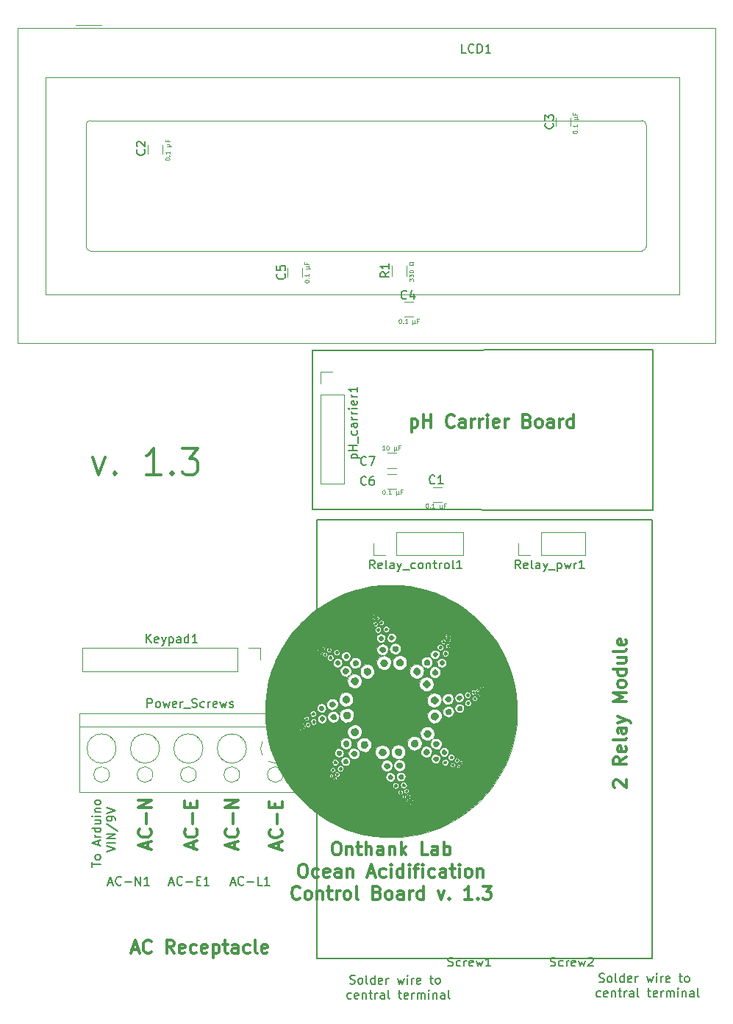
<source format=gbr>
G04 #@! TF.GenerationSoftware,KiCad,Pcbnew,5.0.0-rc2-dev-unknown-0ded476~63~ubuntu17.10.1*
G04 #@! TF.CreationDate,2018-04-08T11:22:16-07:00*
G04 #@! TF.ProjectId,Half_Shield,48616C665F536869656C642E6B696361,rev?*
G04 #@! TF.SameCoordinates,Original*
G04 #@! TF.FileFunction,Legend,Top*
G04 #@! TF.FilePolarity,Positive*
%FSLAX46Y46*%
G04 Gerber Fmt 4.6, Leading zero omitted, Abs format (unit mm)*
G04 Created by KiCad (PCBNEW 5.0.0-rc2-dev-unknown-0ded476~63~ubuntu17.10.1) date Sun Apr  8 11:22:16 2018*
%MOMM*%
%LPD*%
G01*
G04 APERTURE LIST*
%ADD10C,0.100000*%
%ADD11C,0.200000*%
%ADD12C,0.300000*%
%ADD13C,0.120000*%
%ADD14C,0.010000*%
%ADD15C,0.150000*%
G04 APERTURE END LIST*
D10*
X165232590Y-44938819D02*
X165232590Y-44891200D01*
X165256400Y-44843580D01*
X165280209Y-44819771D01*
X165327828Y-44795961D01*
X165423066Y-44772152D01*
X165542114Y-44772152D01*
X165637352Y-44795961D01*
X165684971Y-44819771D01*
X165708780Y-44843580D01*
X165732590Y-44891200D01*
X165732590Y-44938819D01*
X165708780Y-44986438D01*
X165684971Y-45010247D01*
X165637352Y-45034057D01*
X165542114Y-45057866D01*
X165423066Y-45057866D01*
X165327828Y-45034057D01*
X165280209Y-45010247D01*
X165256400Y-44986438D01*
X165232590Y-44938819D01*
X165684971Y-44557866D02*
X165708780Y-44534057D01*
X165732590Y-44557866D01*
X165708780Y-44581676D01*
X165684971Y-44557866D01*
X165732590Y-44557866D01*
X165732590Y-44057866D02*
X165732590Y-44343580D01*
X165732590Y-44200723D02*
X165232590Y-44200723D01*
X165304019Y-44248342D01*
X165351638Y-44295961D01*
X165375447Y-44343580D01*
X165399257Y-43462628D02*
X165899257Y-43462628D01*
X165661161Y-43224533D02*
X165708780Y-43200723D01*
X165732590Y-43153104D01*
X165661161Y-43462628D02*
X165708780Y-43438819D01*
X165732590Y-43391200D01*
X165732590Y-43295961D01*
X165708780Y-43248342D01*
X165661161Y-43224533D01*
X165399257Y-43224533D01*
X165470685Y-42772152D02*
X165470685Y-42938819D01*
X165732590Y-42938819D02*
X165232590Y-42938819D01*
X165232590Y-42700723D01*
D11*
X141412933Y-83161142D02*
X141365314Y-83208761D01*
X141222457Y-83256380D01*
X141127219Y-83256380D01*
X140984361Y-83208761D01*
X140889123Y-83113523D01*
X140841504Y-83018285D01*
X140793885Y-82827809D01*
X140793885Y-82684952D01*
X140841504Y-82494476D01*
X140889123Y-82399238D01*
X140984361Y-82304000D01*
X141127219Y-82256380D01*
X141222457Y-82256380D01*
X141365314Y-82304000D01*
X141412933Y-82351619D01*
X141746266Y-82256380D02*
X142412933Y-82256380D01*
X141984361Y-83256380D01*
X141412933Y-85447142D02*
X141365314Y-85494761D01*
X141222457Y-85542380D01*
X141127219Y-85542380D01*
X140984361Y-85494761D01*
X140889123Y-85399523D01*
X140841504Y-85304285D01*
X140793885Y-85113809D01*
X140793885Y-84970952D01*
X140841504Y-84780476D01*
X140889123Y-84685238D01*
X140984361Y-84590000D01*
X141127219Y-84542380D01*
X141222457Y-84542380D01*
X141365314Y-84590000D01*
X141412933Y-84637619D01*
X142270076Y-84542380D02*
X142079600Y-84542380D01*
X141984361Y-84590000D01*
X141936742Y-84637619D01*
X141841504Y-84780476D01*
X141793885Y-84970952D01*
X141793885Y-85351904D01*
X141841504Y-85447142D01*
X141889123Y-85494761D01*
X141984361Y-85542380D01*
X142174838Y-85542380D01*
X142270076Y-85494761D01*
X142317695Y-85447142D01*
X142365314Y-85351904D01*
X142365314Y-85113809D01*
X142317695Y-85018571D01*
X142270076Y-84970952D01*
X142174838Y-84923333D01*
X141984361Y-84923333D01*
X141889123Y-84970952D01*
X141841504Y-85018571D01*
X141793885Y-85113809D01*
D10*
X143560895Y-81506190D02*
X143275180Y-81506190D01*
X143418038Y-81506190D02*
X143418038Y-81006190D01*
X143370419Y-81077619D01*
X143322800Y-81125238D01*
X143275180Y-81149047D01*
X143870419Y-81006190D02*
X143918038Y-81006190D01*
X143965657Y-81030000D01*
X143989466Y-81053809D01*
X144013276Y-81101428D01*
X144037085Y-81196666D01*
X144037085Y-81315714D01*
X144013276Y-81410952D01*
X143989466Y-81458571D01*
X143965657Y-81482380D01*
X143918038Y-81506190D01*
X143870419Y-81506190D01*
X143822800Y-81482380D01*
X143798990Y-81458571D01*
X143775180Y-81410952D01*
X143751371Y-81315714D01*
X143751371Y-81196666D01*
X143775180Y-81101428D01*
X143798990Y-81053809D01*
X143822800Y-81030000D01*
X143870419Y-81006190D01*
X144632323Y-81172857D02*
X144632323Y-81672857D01*
X144870419Y-81434761D02*
X144894228Y-81482380D01*
X144941847Y-81506190D01*
X144632323Y-81434761D02*
X144656133Y-81482380D01*
X144703752Y-81506190D01*
X144798990Y-81506190D01*
X144846609Y-81482380D01*
X144870419Y-81434761D01*
X144870419Y-81172857D01*
X145322800Y-81244285D02*
X145156133Y-81244285D01*
X145156133Y-81506190D02*
X145156133Y-81006190D01*
X145394228Y-81006190D01*
D11*
X149337733Y-85294742D02*
X149290114Y-85342361D01*
X149147257Y-85389980D01*
X149052019Y-85389980D01*
X148909161Y-85342361D01*
X148813923Y-85247123D01*
X148766304Y-85151885D01*
X148718685Y-84961409D01*
X148718685Y-84818552D01*
X148766304Y-84628076D01*
X148813923Y-84532838D01*
X148909161Y-84437600D01*
X149052019Y-84389980D01*
X149147257Y-84389980D01*
X149290114Y-84437600D01*
X149337733Y-84485219D01*
X150290114Y-85389980D02*
X149718685Y-85389980D01*
X150004400Y-85389980D02*
X150004400Y-84389980D01*
X149909161Y-84532838D01*
X149813923Y-84628076D01*
X149718685Y-84675695D01*
D12*
X109935142Y-82313542D02*
X110649428Y-84313542D01*
X111363714Y-82313542D01*
X112506571Y-84027828D02*
X112649428Y-84170685D01*
X112506571Y-84313542D01*
X112363714Y-84170685D01*
X112506571Y-84027828D01*
X112506571Y-84313542D01*
X117792285Y-84313542D02*
X116078000Y-84313542D01*
X116935142Y-84313542D02*
X116935142Y-81313542D01*
X116649428Y-81742114D01*
X116363714Y-82027828D01*
X116078000Y-82170685D01*
X119078000Y-84027828D02*
X119220857Y-84170685D01*
X119078000Y-84313542D01*
X118935142Y-84170685D01*
X119078000Y-84027828D01*
X119078000Y-84313542D01*
X120220857Y-81313542D02*
X122078000Y-81313542D01*
X121078000Y-82456400D01*
X121506571Y-82456400D01*
X121792285Y-82599257D01*
X121935142Y-82742114D01*
X122078000Y-83027828D01*
X122078000Y-83742114D01*
X121935142Y-84027828D01*
X121792285Y-84170685D01*
X121506571Y-84313542D01*
X120649428Y-84313542D01*
X120363714Y-84170685D01*
X120220857Y-84027828D01*
D10*
X118293390Y-48037619D02*
X118293390Y-47990000D01*
X118317200Y-47942380D01*
X118341009Y-47918571D01*
X118388628Y-47894761D01*
X118483866Y-47870952D01*
X118602914Y-47870952D01*
X118698152Y-47894761D01*
X118745771Y-47918571D01*
X118769580Y-47942380D01*
X118793390Y-47990000D01*
X118793390Y-48037619D01*
X118769580Y-48085238D01*
X118745771Y-48109047D01*
X118698152Y-48132857D01*
X118602914Y-48156666D01*
X118483866Y-48156666D01*
X118388628Y-48132857D01*
X118341009Y-48109047D01*
X118317200Y-48085238D01*
X118293390Y-48037619D01*
X118745771Y-47656666D02*
X118769580Y-47632857D01*
X118793390Y-47656666D01*
X118769580Y-47680476D01*
X118745771Y-47656666D01*
X118793390Y-47656666D01*
X118793390Y-47156666D02*
X118793390Y-47442380D01*
X118793390Y-47299523D02*
X118293390Y-47299523D01*
X118364819Y-47347142D01*
X118412438Y-47394761D01*
X118436247Y-47442380D01*
X118460057Y-46561428D02*
X118960057Y-46561428D01*
X118721961Y-46323333D02*
X118769580Y-46299523D01*
X118793390Y-46251904D01*
X118721961Y-46561428D02*
X118769580Y-46537619D01*
X118793390Y-46490000D01*
X118793390Y-46394761D01*
X118769580Y-46347142D01*
X118721961Y-46323333D01*
X118460057Y-46323333D01*
X118531485Y-45870952D02*
X118531485Y-46037619D01*
X118793390Y-46037619D02*
X118293390Y-46037619D01*
X118293390Y-45799523D01*
X134346190Y-62109219D02*
X134346190Y-62061600D01*
X134370000Y-62013980D01*
X134393809Y-61990171D01*
X134441428Y-61966361D01*
X134536666Y-61942552D01*
X134655714Y-61942552D01*
X134750952Y-61966361D01*
X134798571Y-61990171D01*
X134822380Y-62013980D01*
X134846190Y-62061600D01*
X134846190Y-62109219D01*
X134822380Y-62156838D01*
X134798571Y-62180647D01*
X134750952Y-62204457D01*
X134655714Y-62228266D01*
X134536666Y-62228266D01*
X134441428Y-62204457D01*
X134393809Y-62180647D01*
X134370000Y-62156838D01*
X134346190Y-62109219D01*
X134798571Y-61728266D02*
X134822380Y-61704457D01*
X134846190Y-61728266D01*
X134822380Y-61752076D01*
X134798571Y-61728266D01*
X134846190Y-61728266D01*
X134846190Y-61228266D02*
X134846190Y-61513980D01*
X134846190Y-61371123D02*
X134346190Y-61371123D01*
X134417619Y-61418742D01*
X134465238Y-61466361D01*
X134489047Y-61513980D01*
X134512857Y-60633028D02*
X135012857Y-60633028D01*
X134774761Y-60394933D02*
X134822380Y-60371123D01*
X134846190Y-60323504D01*
X134774761Y-60633028D02*
X134822380Y-60609219D01*
X134846190Y-60561600D01*
X134846190Y-60466361D01*
X134822380Y-60418742D01*
X134774761Y-60394933D01*
X134512857Y-60394933D01*
X134584285Y-59942552D02*
X134584285Y-60109219D01*
X134846190Y-60109219D02*
X134346190Y-60109219D01*
X134346190Y-59871123D01*
X148405980Y-87660990D02*
X148453600Y-87660990D01*
X148501219Y-87684800D01*
X148525028Y-87708609D01*
X148548838Y-87756228D01*
X148572647Y-87851466D01*
X148572647Y-87970514D01*
X148548838Y-88065752D01*
X148525028Y-88113371D01*
X148501219Y-88137180D01*
X148453600Y-88160990D01*
X148405980Y-88160990D01*
X148358361Y-88137180D01*
X148334552Y-88113371D01*
X148310742Y-88065752D01*
X148286933Y-87970514D01*
X148286933Y-87851466D01*
X148310742Y-87756228D01*
X148334552Y-87708609D01*
X148358361Y-87684800D01*
X148405980Y-87660990D01*
X148786933Y-88113371D02*
X148810742Y-88137180D01*
X148786933Y-88160990D01*
X148763123Y-88137180D01*
X148786933Y-88113371D01*
X148786933Y-88160990D01*
X149286933Y-88160990D02*
X149001219Y-88160990D01*
X149144076Y-88160990D02*
X149144076Y-87660990D01*
X149096457Y-87732419D01*
X149048838Y-87780038D01*
X149001219Y-87803847D01*
X149882171Y-87827657D02*
X149882171Y-88327657D01*
X150120266Y-88089561D02*
X150144076Y-88137180D01*
X150191695Y-88160990D01*
X149882171Y-88089561D02*
X149905980Y-88137180D01*
X149953600Y-88160990D01*
X150048838Y-88160990D01*
X150096457Y-88137180D01*
X150120266Y-88089561D01*
X150120266Y-87827657D01*
X150572647Y-87899085D02*
X150405980Y-87899085D01*
X150405980Y-88160990D02*
X150405980Y-87660990D01*
X150644076Y-87660990D01*
X143427580Y-86086190D02*
X143475200Y-86086190D01*
X143522819Y-86110000D01*
X143546628Y-86133809D01*
X143570438Y-86181428D01*
X143594247Y-86276666D01*
X143594247Y-86395714D01*
X143570438Y-86490952D01*
X143546628Y-86538571D01*
X143522819Y-86562380D01*
X143475200Y-86586190D01*
X143427580Y-86586190D01*
X143379961Y-86562380D01*
X143356152Y-86538571D01*
X143332342Y-86490952D01*
X143308533Y-86395714D01*
X143308533Y-86276666D01*
X143332342Y-86181428D01*
X143356152Y-86133809D01*
X143379961Y-86110000D01*
X143427580Y-86086190D01*
X143808533Y-86538571D02*
X143832342Y-86562380D01*
X143808533Y-86586190D01*
X143784723Y-86562380D01*
X143808533Y-86538571D01*
X143808533Y-86586190D01*
X144308533Y-86586190D02*
X144022819Y-86586190D01*
X144165676Y-86586190D02*
X144165676Y-86086190D01*
X144118057Y-86157619D01*
X144070438Y-86205238D01*
X144022819Y-86229047D01*
X144903771Y-86252857D02*
X144903771Y-86752857D01*
X145141866Y-86514761D02*
X145165676Y-86562380D01*
X145213295Y-86586190D01*
X144903771Y-86514761D02*
X144927580Y-86562380D01*
X144975200Y-86586190D01*
X145070438Y-86586190D01*
X145118057Y-86562380D01*
X145141866Y-86514761D01*
X145141866Y-86252857D01*
X145594247Y-86324285D02*
X145427580Y-86324285D01*
X145427580Y-86586190D02*
X145427580Y-86086190D01*
X145665676Y-86086190D01*
D11*
X146086533Y-64060342D02*
X146038914Y-64107961D01*
X145896057Y-64155580D01*
X145800819Y-64155580D01*
X145657961Y-64107961D01*
X145562723Y-64012723D01*
X145515104Y-63917485D01*
X145467485Y-63727009D01*
X145467485Y-63584152D01*
X145515104Y-63393676D01*
X145562723Y-63298438D01*
X145657961Y-63203200D01*
X145800819Y-63155580D01*
X145896057Y-63155580D01*
X146038914Y-63203200D01*
X146086533Y-63250819D01*
X146943676Y-63488914D02*
X146943676Y-64155580D01*
X146705580Y-63107961D02*
X146467485Y-63822247D01*
X147086533Y-63822247D01*
X144063980Y-61025066D02*
X143587790Y-61358400D01*
X144063980Y-61596495D02*
X143063980Y-61596495D01*
X143063980Y-61215542D01*
X143111600Y-61120304D01*
X143159219Y-61072685D01*
X143254457Y-61025066D01*
X143397314Y-61025066D01*
X143492552Y-61072685D01*
X143540171Y-61120304D01*
X143587790Y-61215542D01*
X143587790Y-61596495D01*
X144063980Y-60072685D02*
X144063980Y-60644114D01*
X144063980Y-60358400D02*
X143063980Y-60358400D01*
X143206838Y-60453638D01*
X143302076Y-60548876D01*
X143349695Y-60644114D01*
D10*
X145307180Y-66426590D02*
X145354800Y-66426590D01*
X145402419Y-66450400D01*
X145426228Y-66474209D01*
X145450038Y-66521828D01*
X145473847Y-66617066D01*
X145473847Y-66736114D01*
X145450038Y-66831352D01*
X145426228Y-66878971D01*
X145402419Y-66902780D01*
X145354800Y-66926590D01*
X145307180Y-66926590D01*
X145259561Y-66902780D01*
X145235752Y-66878971D01*
X145211942Y-66831352D01*
X145188133Y-66736114D01*
X145188133Y-66617066D01*
X145211942Y-66521828D01*
X145235752Y-66474209D01*
X145259561Y-66450400D01*
X145307180Y-66426590D01*
X145688133Y-66878971D02*
X145711942Y-66902780D01*
X145688133Y-66926590D01*
X145664323Y-66902780D01*
X145688133Y-66878971D01*
X145688133Y-66926590D01*
X146188133Y-66926590D02*
X145902419Y-66926590D01*
X146045276Y-66926590D02*
X146045276Y-66426590D01*
X145997657Y-66498019D01*
X145950038Y-66545638D01*
X145902419Y-66569447D01*
X146783371Y-66593257D02*
X146783371Y-67093257D01*
X147021466Y-66855161D02*
X147045276Y-66902780D01*
X147092895Y-66926590D01*
X146783371Y-66855161D02*
X146807180Y-66902780D01*
X146854800Y-66926590D01*
X146950038Y-66926590D01*
X146997657Y-66902780D01*
X147021466Y-66855161D01*
X147021466Y-66593257D01*
X147473847Y-66664685D02*
X147307180Y-66664685D01*
X147307180Y-66926590D02*
X147307180Y-66426590D01*
X147545276Y-66426590D01*
X146385790Y-62079047D02*
X146385790Y-61769523D01*
X146576266Y-61936190D01*
X146576266Y-61864761D01*
X146600076Y-61817142D01*
X146623885Y-61793333D01*
X146671504Y-61769523D01*
X146790552Y-61769523D01*
X146838171Y-61793333D01*
X146861980Y-61817142D01*
X146885790Y-61864761D01*
X146885790Y-62007619D01*
X146861980Y-62055238D01*
X146838171Y-62079047D01*
X146385790Y-61602857D02*
X146385790Y-61293333D01*
X146576266Y-61460000D01*
X146576266Y-61388571D01*
X146600076Y-61340952D01*
X146623885Y-61317142D01*
X146671504Y-61293333D01*
X146790552Y-61293333D01*
X146838171Y-61317142D01*
X146861980Y-61340952D01*
X146885790Y-61388571D01*
X146885790Y-61531428D01*
X146861980Y-61579047D01*
X146838171Y-61602857D01*
X146385790Y-60983809D02*
X146385790Y-60936190D01*
X146409600Y-60888571D01*
X146433409Y-60864761D01*
X146481028Y-60840952D01*
X146576266Y-60817142D01*
X146695314Y-60817142D01*
X146790552Y-60840952D01*
X146838171Y-60864761D01*
X146861980Y-60888571D01*
X146885790Y-60936190D01*
X146885790Y-60983809D01*
X146861980Y-61031428D01*
X146838171Y-61055238D01*
X146790552Y-61079047D01*
X146695314Y-61102857D01*
X146576266Y-61102857D01*
X146481028Y-61079047D01*
X146433409Y-61055238D01*
X146409600Y-61031428D01*
X146385790Y-60983809D01*
X146885790Y-60245714D02*
X146885790Y-60126666D01*
X146790552Y-60126666D01*
X146766742Y-60174285D01*
X146719123Y-60221904D01*
X146647695Y-60245714D01*
X146528647Y-60245714D01*
X146457219Y-60221904D01*
X146409600Y-60174285D01*
X146385790Y-60102857D01*
X146385790Y-60007619D01*
X146409600Y-59936190D01*
X146457219Y-59888571D01*
X146528647Y-59864761D01*
X146647695Y-59864761D01*
X146719123Y-59888571D01*
X146766742Y-59936190D01*
X146790552Y-59983809D01*
X146885790Y-59983809D01*
X146885790Y-59864761D01*
D12*
X131314000Y-127377485D02*
X131314000Y-126663200D01*
X131742571Y-127520342D02*
X130242571Y-127020342D01*
X131742571Y-126520342D01*
X131599714Y-125163200D02*
X131671142Y-125234628D01*
X131742571Y-125448914D01*
X131742571Y-125591771D01*
X131671142Y-125806057D01*
X131528285Y-125948914D01*
X131385428Y-126020342D01*
X131099714Y-126091771D01*
X130885428Y-126091771D01*
X130599714Y-126020342D01*
X130456857Y-125948914D01*
X130314000Y-125806057D01*
X130242571Y-125591771D01*
X130242571Y-125448914D01*
X130314000Y-125234628D01*
X130385428Y-125163200D01*
X131171142Y-124520342D02*
X131171142Y-123377485D01*
X130956857Y-122663200D02*
X130956857Y-122163200D01*
X131742571Y-121948914D02*
X131742571Y-122663200D01*
X130242571Y-122663200D01*
X130242571Y-121948914D01*
X121560400Y-127326685D02*
X121560400Y-126612400D01*
X121988971Y-127469542D02*
X120488971Y-126969542D01*
X121988971Y-126469542D01*
X121846114Y-125112400D02*
X121917542Y-125183828D01*
X121988971Y-125398114D01*
X121988971Y-125540971D01*
X121917542Y-125755257D01*
X121774685Y-125898114D01*
X121631828Y-125969542D01*
X121346114Y-126040971D01*
X121131828Y-126040971D01*
X120846114Y-125969542D01*
X120703257Y-125898114D01*
X120560400Y-125755257D01*
X120488971Y-125540971D01*
X120488971Y-125398114D01*
X120560400Y-125183828D01*
X120631828Y-125112400D01*
X121417542Y-124469542D02*
X121417542Y-123326685D01*
X121203257Y-122612400D02*
X121203257Y-122112400D01*
X121988971Y-121898114D02*
X121988971Y-122612400D01*
X120488971Y-122612400D01*
X120488971Y-121898114D01*
X126284800Y-127332228D02*
X126284800Y-126617942D01*
X126713371Y-127475085D02*
X125213371Y-126975085D01*
X126713371Y-126475085D01*
X126570514Y-125117942D02*
X126641942Y-125189371D01*
X126713371Y-125403657D01*
X126713371Y-125546514D01*
X126641942Y-125760800D01*
X126499085Y-125903657D01*
X126356228Y-125975085D01*
X126070514Y-126046514D01*
X125856228Y-126046514D01*
X125570514Y-125975085D01*
X125427657Y-125903657D01*
X125284800Y-125760800D01*
X125213371Y-125546514D01*
X125213371Y-125403657D01*
X125284800Y-125189371D01*
X125356228Y-125117942D01*
X126141942Y-124475085D02*
X126141942Y-123332228D01*
X126713371Y-122617942D02*
X125213371Y-122617942D01*
X126713371Y-121760800D01*
X125213371Y-121760800D01*
X116277200Y-127332228D02*
X116277200Y-126617942D01*
X116705771Y-127475085D02*
X115205771Y-126975085D01*
X116705771Y-126475085D01*
X116562914Y-125117942D02*
X116634342Y-125189371D01*
X116705771Y-125403657D01*
X116705771Y-125546514D01*
X116634342Y-125760800D01*
X116491485Y-125903657D01*
X116348628Y-125975085D01*
X116062914Y-126046514D01*
X115848628Y-126046514D01*
X115562914Y-125975085D01*
X115420057Y-125903657D01*
X115277200Y-125760800D01*
X115205771Y-125546514D01*
X115205771Y-125403657D01*
X115277200Y-125189371D01*
X115348628Y-125117942D01*
X116134342Y-124475085D02*
X116134342Y-123332228D01*
X116705771Y-122617942D02*
X115205771Y-122617942D01*
X116705771Y-121760800D01*
X115205771Y-121760800D01*
D11*
X109854380Y-129456914D02*
X109854380Y-128885485D01*
X110854380Y-129171200D02*
X109854380Y-129171200D01*
X110854380Y-128409295D02*
X110806761Y-128504533D01*
X110759142Y-128552152D01*
X110663904Y-128599771D01*
X110378190Y-128599771D01*
X110282952Y-128552152D01*
X110235333Y-128504533D01*
X110187714Y-128409295D01*
X110187714Y-128266438D01*
X110235333Y-128171200D01*
X110282952Y-128123580D01*
X110378190Y-128075961D01*
X110663904Y-128075961D01*
X110759142Y-128123580D01*
X110806761Y-128171200D01*
X110854380Y-128266438D01*
X110854380Y-128409295D01*
X110568666Y-126933104D02*
X110568666Y-126456914D01*
X110854380Y-127028342D02*
X109854380Y-126695009D01*
X110854380Y-126361676D01*
X110854380Y-126028342D02*
X110187714Y-126028342D01*
X110378190Y-126028342D02*
X110282952Y-125980723D01*
X110235333Y-125933104D01*
X110187714Y-125837866D01*
X110187714Y-125742628D01*
X110854380Y-124980723D02*
X109854380Y-124980723D01*
X110806761Y-124980723D02*
X110854380Y-125075961D01*
X110854380Y-125266438D01*
X110806761Y-125361676D01*
X110759142Y-125409295D01*
X110663904Y-125456914D01*
X110378190Y-125456914D01*
X110282952Y-125409295D01*
X110235333Y-125361676D01*
X110187714Y-125266438D01*
X110187714Y-125075961D01*
X110235333Y-124980723D01*
X110187714Y-124075961D02*
X110854380Y-124075961D01*
X110187714Y-124504533D02*
X110711523Y-124504533D01*
X110806761Y-124456914D01*
X110854380Y-124361676D01*
X110854380Y-124218819D01*
X110806761Y-124123580D01*
X110759142Y-124075961D01*
X110854380Y-123599771D02*
X110187714Y-123599771D01*
X109854380Y-123599771D02*
X109902000Y-123647390D01*
X109949619Y-123599771D01*
X109902000Y-123552152D01*
X109854380Y-123599771D01*
X109949619Y-123599771D01*
X110187714Y-123123580D02*
X110854380Y-123123580D01*
X110282952Y-123123580D02*
X110235333Y-123075961D01*
X110187714Y-122980723D01*
X110187714Y-122837866D01*
X110235333Y-122742628D01*
X110330571Y-122695009D01*
X110854380Y-122695009D01*
X110854380Y-122075961D02*
X110806761Y-122171200D01*
X110759142Y-122218819D01*
X110663904Y-122266438D01*
X110378190Y-122266438D01*
X110282952Y-122218819D01*
X110235333Y-122171200D01*
X110187714Y-122075961D01*
X110187714Y-121933104D01*
X110235333Y-121837866D01*
X110282952Y-121790247D01*
X110378190Y-121742628D01*
X110663904Y-121742628D01*
X110759142Y-121790247D01*
X110806761Y-121837866D01*
X110854380Y-121933104D01*
X110854380Y-122075961D01*
X111554380Y-127695009D02*
X112554380Y-127361676D01*
X111554380Y-127028342D01*
X112554380Y-126695009D02*
X111554380Y-126695009D01*
X112554380Y-126218819D02*
X111554380Y-126218819D01*
X112554380Y-125647390D01*
X111554380Y-125647390D01*
X111506761Y-124456914D02*
X112792476Y-125314057D01*
X112554380Y-124075961D02*
X112554380Y-123885485D01*
X112506761Y-123790247D01*
X112459142Y-123742628D01*
X112316285Y-123647390D01*
X112125809Y-123599771D01*
X111744857Y-123599771D01*
X111649619Y-123647390D01*
X111602000Y-123695009D01*
X111554380Y-123790247D01*
X111554380Y-123980723D01*
X111602000Y-124075961D01*
X111649619Y-124123580D01*
X111744857Y-124171200D01*
X111982952Y-124171200D01*
X112078190Y-124123580D01*
X112125809Y-124075961D01*
X112173428Y-123980723D01*
X112173428Y-123790247D01*
X112125809Y-123695009D01*
X112078190Y-123647390D01*
X111982952Y-123599771D01*
X111554380Y-123314057D02*
X112554380Y-122980723D01*
X111554380Y-122647390D01*
D12*
X137894228Y-126574971D02*
X138179942Y-126574971D01*
X138322800Y-126646400D01*
X138465657Y-126789257D01*
X138537085Y-127074971D01*
X138537085Y-127574971D01*
X138465657Y-127860685D01*
X138322800Y-128003542D01*
X138179942Y-128074971D01*
X137894228Y-128074971D01*
X137751371Y-128003542D01*
X137608514Y-127860685D01*
X137537085Y-127574971D01*
X137537085Y-127074971D01*
X137608514Y-126789257D01*
X137751371Y-126646400D01*
X137894228Y-126574971D01*
X139179942Y-127074971D02*
X139179942Y-128074971D01*
X139179942Y-127217828D02*
X139251371Y-127146400D01*
X139394228Y-127074971D01*
X139608514Y-127074971D01*
X139751371Y-127146400D01*
X139822800Y-127289257D01*
X139822800Y-128074971D01*
X140322800Y-127074971D02*
X140894228Y-127074971D01*
X140537085Y-126574971D02*
X140537085Y-127860685D01*
X140608514Y-128003542D01*
X140751371Y-128074971D01*
X140894228Y-128074971D01*
X141394228Y-128074971D02*
X141394228Y-126574971D01*
X142037085Y-128074971D02*
X142037085Y-127289257D01*
X141965657Y-127146400D01*
X141822800Y-127074971D01*
X141608514Y-127074971D01*
X141465657Y-127146400D01*
X141394228Y-127217828D01*
X143394228Y-128074971D02*
X143394228Y-127289257D01*
X143322800Y-127146400D01*
X143179942Y-127074971D01*
X142894228Y-127074971D01*
X142751371Y-127146400D01*
X143394228Y-128003542D02*
X143251371Y-128074971D01*
X142894228Y-128074971D01*
X142751371Y-128003542D01*
X142679942Y-127860685D01*
X142679942Y-127717828D01*
X142751371Y-127574971D01*
X142894228Y-127503542D01*
X143251371Y-127503542D01*
X143394228Y-127432114D01*
X144108514Y-127074971D02*
X144108514Y-128074971D01*
X144108514Y-127217828D02*
X144179942Y-127146400D01*
X144322800Y-127074971D01*
X144537085Y-127074971D01*
X144679942Y-127146400D01*
X144751371Y-127289257D01*
X144751371Y-128074971D01*
X145465657Y-128074971D02*
X145465657Y-126574971D01*
X145608514Y-127503542D02*
X146037085Y-128074971D01*
X146037085Y-127074971D02*
X145465657Y-127646400D01*
X148537085Y-128074971D02*
X147822800Y-128074971D01*
X147822800Y-126574971D01*
X149679942Y-128074971D02*
X149679942Y-127289257D01*
X149608514Y-127146400D01*
X149465657Y-127074971D01*
X149179942Y-127074971D01*
X149037085Y-127146400D01*
X149679942Y-128003542D02*
X149537085Y-128074971D01*
X149179942Y-128074971D01*
X149037085Y-128003542D01*
X148965657Y-127860685D01*
X148965657Y-127717828D01*
X149037085Y-127574971D01*
X149179942Y-127503542D01*
X149537085Y-127503542D01*
X149679942Y-127432114D01*
X150394228Y-128074971D02*
X150394228Y-126574971D01*
X150394228Y-127146400D02*
X150537085Y-127074971D01*
X150822800Y-127074971D01*
X150965657Y-127146400D01*
X151037085Y-127217828D01*
X151108514Y-127360685D01*
X151108514Y-127789257D01*
X151037085Y-127932114D01*
X150965657Y-128003542D01*
X150822800Y-128074971D01*
X150537085Y-128074971D01*
X150394228Y-128003542D01*
X134037085Y-129124971D02*
X134322800Y-129124971D01*
X134465657Y-129196400D01*
X134608514Y-129339257D01*
X134679942Y-129624971D01*
X134679942Y-130124971D01*
X134608514Y-130410685D01*
X134465657Y-130553542D01*
X134322800Y-130624971D01*
X134037085Y-130624971D01*
X133894228Y-130553542D01*
X133751371Y-130410685D01*
X133679942Y-130124971D01*
X133679942Y-129624971D01*
X133751371Y-129339257D01*
X133894228Y-129196400D01*
X134037085Y-129124971D01*
X135965657Y-130553542D02*
X135822800Y-130624971D01*
X135537085Y-130624971D01*
X135394228Y-130553542D01*
X135322800Y-130482114D01*
X135251371Y-130339257D01*
X135251371Y-129910685D01*
X135322800Y-129767828D01*
X135394228Y-129696400D01*
X135537085Y-129624971D01*
X135822800Y-129624971D01*
X135965657Y-129696400D01*
X137179942Y-130553542D02*
X137037085Y-130624971D01*
X136751371Y-130624971D01*
X136608514Y-130553542D01*
X136537085Y-130410685D01*
X136537085Y-129839257D01*
X136608514Y-129696400D01*
X136751371Y-129624971D01*
X137037085Y-129624971D01*
X137179942Y-129696400D01*
X137251371Y-129839257D01*
X137251371Y-129982114D01*
X136537085Y-130124971D01*
X138537085Y-130624971D02*
X138537085Y-129839257D01*
X138465657Y-129696400D01*
X138322800Y-129624971D01*
X138037085Y-129624971D01*
X137894228Y-129696400D01*
X138537085Y-130553542D02*
X138394228Y-130624971D01*
X138037085Y-130624971D01*
X137894228Y-130553542D01*
X137822800Y-130410685D01*
X137822800Y-130267828D01*
X137894228Y-130124971D01*
X138037085Y-130053542D01*
X138394228Y-130053542D01*
X138537085Y-129982114D01*
X139251371Y-129624971D02*
X139251371Y-130624971D01*
X139251371Y-129767828D02*
X139322800Y-129696400D01*
X139465657Y-129624971D01*
X139679942Y-129624971D01*
X139822800Y-129696400D01*
X139894228Y-129839257D01*
X139894228Y-130624971D01*
X141679942Y-130196400D02*
X142394228Y-130196400D01*
X141537085Y-130624971D02*
X142037085Y-129124971D01*
X142537085Y-130624971D01*
X143679942Y-130553542D02*
X143537085Y-130624971D01*
X143251371Y-130624971D01*
X143108514Y-130553542D01*
X143037085Y-130482114D01*
X142965657Y-130339257D01*
X142965657Y-129910685D01*
X143037085Y-129767828D01*
X143108514Y-129696400D01*
X143251371Y-129624971D01*
X143537085Y-129624971D01*
X143679942Y-129696400D01*
X144322800Y-130624971D02*
X144322800Y-129624971D01*
X144322800Y-129124971D02*
X144251371Y-129196400D01*
X144322800Y-129267828D01*
X144394228Y-129196400D01*
X144322800Y-129124971D01*
X144322800Y-129267828D01*
X145679942Y-130624971D02*
X145679942Y-129124971D01*
X145679942Y-130553542D02*
X145537085Y-130624971D01*
X145251371Y-130624971D01*
X145108514Y-130553542D01*
X145037085Y-130482114D01*
X144965657Y-130339257D01*
X144965657Y-129910685D01*
X145037085Y-129767828D01*
X145108514Y-129696400D01*
X145251371Y-129624971D01*
X145537085Y-129624971D01*
X145679942Y-129696400D01*
X146394228Y-130624971D02*
X146394228Y-129624971D01*
X146394228Y-129124971D02*
X146322800Y-129196400D01*
X146394228Y-129267828D01*
X146465657Y-129196400D01*
X146394228Y-129124971D01*
X146394228Y-129267828D01*
X146894228Y-129624971D02*
X147465657Y-129624971D01*
X147108514Y-130624971D02*
X147108514Y-129339257D01*
X147179942Y-129196400D01*
X147322800Y-129124971D01*
X147465657Y-129124971D01*
X147965657Y-130624971D02*
X147965657Y-129624971D01*
X147965657Y-129124971D02*
X147894228Y-129196400D01*
X147965657Y-129267828D01*
X148037085Y-129196400D01*
X147965657Y-129124971D01*
X147965657Y-129267828D01*
X149322800Y-130553542D02*
X149179942Y-130624971D01*
X148894228Y-130624971D01*
X148751371Y-130553542D01*
X148679942Y-130482114D01*
X148608514Y-130339257D01*
X148608514Y-129910685D01*
X148679942Y-129767828D01*
X148751371Y-129696400D01*
X148894228Y-129624971D01*
X149179942Y-129624971D01*
X149322800Y-129696400D01*
X150608514Y-130624971D02*
X150608514Y-129839257D01*
X150537085Y-129696400D01*
X150394228Y-129624971D01*
X150108514Y-129624971D01*
X149965657Y-129696400D01*
X150608514Y-130553542D02*
X150465657Y-130624971D01*
X150108514Y-130624971D01*
X149965657Y-130553542D01*
X149894228Y-130410685D01*
X149894228Y-130267828D01*
X149965657Y-130124971D01*
X150108514Y-130053542D01*
X150465657Y-130053542D01*
X150608514Y-129982114D01*
X151108514Y-129624971D02*
X151679942Y-129624971D01*
X151322800Y-129124971D02*
X151322800Y-130410685D01*
X151394228Y-130553542D01*
X151537085Y-130624971D01*
X151679942Y-130624971D01*
X152179942Y-130624971D02*
X152179942Y-129624971D01*
X152179942Y-129124971D02*
X152108514Y-129196400D01*
X152179942Y-129267828D01*
X152251371Y-129196400D01*
X152179942Y-129124971D01*
X152179942Y-129267828D01*
X153108514Y-130624971D02*
X152965657Y-130553542D01*
X152894228Y-130482114D01*
X152822800Y-130339257D01*
X152822800Y-129910685D01*
X152894228Y-129767828D01*
X152965657Y-129696400D01*
X153108514Y-129624971D01*
X153322800Y-129624971D01*
X153465657Y-129696400D01*
X153537085Y-129767828D01*
X153608514Y-129910685D01*
X153608514Y-130339257D01*
X153537085Y-130482114D01*
X153465657Y-130553542D01*
X153322800Y-130624971D01*
X153108514Y-130624971D01*
X154251371Y-129624971D02*
X154251371Y-130624971D01*
X154251371Y-129767828D02*
X154322800Y-129696400D01*
X154465657Y-129624971D01*
X154679942Y-129624971D01*
X154822800Y-129696400D01*
X154894228Y-129839257D01*
X154894228Y-130624971D01*
X133787085Y-133032114D02*
X133715657Y-133103542D01*
X133501371Y-133174971D01*
X133358514Y-133174971D01*
X133144228Y-133103542D01*
X133001371Y-132960685D01*
X132929942Y-132817828D01*
X132858514Y-132532114D01*
X132858514Y-132317828D01*
X132929942Y-132032114D01*
X133001371Y-131889257D01*
X133144228Y-131746400D01*
X133358514Y-131674971D01*
X133501371Y-131674971D01*
X133715657Y-131746400D01*
X133787085Y-131817828D01*
X134644228Y-133174971D02*
X134501371Y-133103542D01*
X134429942Y-133032114D01*
X134358514Y-132889257D01*
X134358514Y-132460685D01*
X134429942Y-132317828D01*
X134501371Y-132246400D01*
X134644228Y-132174971D01*
X134858514Y-132174971D01*
X135001371Y-132246400D01*
X135072800Y-132317828D01*
X135144228Y-132460685D01*
X135144228Y-132889257D01*
X135072800Y-133032114D01*
X135001371Y-133103542D01*
X134858514Y-133174971D01*
X134644228Y-133174971D01*
X135787085Y-132174971D02*
X135787085Y-133174971D01*
X135787085Y-132317828D02*
X135858514Y-132246400D01*
X136001371Y-132174971D01*
X136215657Y-132174971D01*
X136358514Y-132246400D01*
X136429942Y-132389257D01*
X136429942Y-133174971D01*
X136929942Y-132174971D02*
X137501371Y-132174971D01*
X137144228Y-131674971D02*
X137144228Y-132960685D01*
X137215657Y-133103542D01*
X137358514Y-133174971D01*
X137501371Y-133174971D01*
X138001371Y-133174971D02*
X138001371Y-132174971D01*
X138001371Y-132460685D02*
X138072800Y-132317828D01*
X138144228Y-132246400D01*
X138287085Y-132174971D01*
X138429942Y-132174971D01*
X139144228Y-133174971D02*
X139001371Y-133103542D01*
X138929942Y-133032114D01*
X138858514Y-132889257D01*
X138858514Y-132460685D01*
X138929942Y-132317828D01*
X139001371Y-132246400D01*
X139144228Y-132174971D01*
X139358514Y-132174971D01*
X139501371Y-132246400D01*
X139572800Y-132317828D01*
X139644228Y-132460685D01*
X139644228Y-132889257D01*
X139572800Y-133032114D01*
X139501371Y-133103542D01*
X139358514Y-133174971D01*
X139144228Y-133174971D01*
X140501371Y-133174971D02*
X140358514Y-133103542D01*
X140287085Y-132960685D01*
X140287085Y-131674971D01*
X142715657Y-132389257D02*
X142929942Y-132460685D01*
X143001371Y-132532114D01*
X143072800Y-132674971D01*
X143072800Y-132889257D01*
X143001371Y-133032114D01*
X142929942Y-133103542D01*
X142787085Y-133174971D01*
X142215657Y-133174971D01*
X142215657Y-131674971D01*
X142715657Y-131674971D01*
X142858514Y-131746400D01*
X142929942Y-131817828D01*
X143001371Y-131960685D01*
X143001371Y-132103542D01*
X142929942Y-132246400D01*
X142858514Y-132317828D01*
X142715657Y-132389257D01*
X142215657Y-132389257D01*
X143929942Y-133174971D02*
X143787085Y-133103542D01*
X143715657Y-133032114D01*
X143644228Y-132889257D01*
X143644228Y-132460685D01*
X143715657Y-132317828D01*
X143787085Y-132246400D01*
X143929942Y-132174971D01*
X144144228Y-132174971D01*
X144287085Y-132246400D01*
X144358514Y-132317828D01*
X144429942Y-132460685D01*
X144429942Y-132889257D01*
X144358514Y-133032114D01*
X144287085Y-133103542D01*
X144144228Y-133174971D01*
X143929942Y-133174971D01*
X145715657Y-133174971D02*
X145715657Y-132389257D01*
X145644228Y-132246400D01*
X145501371Y-132174971D01*
X145215657Y-132174971D01*
X145072800Y-132246400D01*
X145715657Y-133103542D02*
X145572800Y-133174971D01*
X145215657Y-133174971D01*
X145072800Y-133103542D01*
X145001371Y-132960685D01*
X145001371Y-132817828D01*
X145072800Y-132674971D01*
X145215657Y-132603542D01*
X145572800Y-132603542D01*
X145715657Y-132532114D01*
X146429942Y-133174971D02*
X146429942Y-132174971D01*
X146429942Y-132460685D02*
X146501371Y-132317828D01*
X146572800Y-132246400D01*
X146715657Y-132174971D01*
X146858514Y-132174971D01*
X148001371Y-133174971D02*
X148001371Y-131674971D01*
X148001371Y-133103542D02*
X147858514Y-133174971D01*
X147572800Y-133174971D01*
X147429942Y-133103542D01*
X147358514Y-133032114D01*
X147287085Y-132889257D01*
X147287085Y-132460685D01*
X147358514Y-132317828D01*
X147429942Y-132246400D01*
X147572800Y-132174971D01*
X147858514Y-132174971D01*
X148001371Y-132246400D01*
X149715657Y-132174971D02*
X150072800Y-133174971D01*
X150429942Y-132174971D01*
X151001371Y-133032114D02*
X151072800Y-133103542D01*
X151001371Y-133174971D01*
X150929942Y-133103542D01*
X151001371Y-133032114D01*
X151001371Y-133174971D01*
X153644228Y-133174971D02*
X152787085Y-133174971D01*
X153215657Y-133174971D02*
X153215657Y-131674971D01*
X153072800Y-131889257D01*
X152929942Y-132032114D01*
X152787085Y-132103542D01*
X154287085Y-133032114D02*
X154358514Y-133103542D01*
X154287085Y-133174971D01*
X154215657Y-133103542D01*
X154287085Y-133032114D01*
X154287085Y-133174971D01*
X154858514Y-131674971D02*
X155787085Y-131674971D01*
X155287085Y-132246400D01*
X155501371Y-132246400D01*
X155644228Y-132317828D01*
X155715657Y-132389257D01*
X155787085Y-132532114D01*
X155787085Y-132889257D01*
X155715657Y-133032114D01*
X155644228Y-133103542D01*
X155501371Y-133174971D01*
X155072800Y-133174971D01*
X154929942Y-133103542D01*
X154858514Y-133032114D01*
D11*
X139564171Y-142861561D02*
X139707028Y-142909180D01*
X139945123Y-142909180D01*
X140040361Y-142861561D01*
X140087980Y-142813942D01*
X140135600Y-142718704D01*
X140135600Y-142623466D01*
X140087980Y-142528228D01*
X140040361Y-142480609D01*
X139945123Y-142432990D01*
X139754647Y-142385371D01*
X139659409Y-142337752D01*
X139611790Y-142290133D01*
X139564171Y-142194895D01*
X139564171Y-142099657D01*
X139611790Y-142004419D01*
X139659409Y-141956800D01*
X139754647Y-141909180D01*
X139992742Y-141909180D01*
X140135600Y-141956800D01*
X140707028Y-142909180D02*
X140611790Y-142861561D01*
X140564171Y-142813942D01*
X140516552Y-142718704D01*
X140516552Y-142432990D01*
X140564171Y-142337752D01*
X140611790Y-142290133D01*
X140707028Y-142242514D01*
X140849885Y-142242514D01*
X140945123Y-142290133D01*
X140992742Y-142337752D01*
X141040361Y-142432990D01*
X141040361Y-142718704D01*
X140992742Y-142813942D01*
X140945123Y-142861561D01*
X140849885Y-142909180D01*
X140707028Y-142909180D01*
X141611790Y-142909180D02*
X141516552Y-142861561D01*
X141468933Y-142766323D01*
X141468933Y-141909180D01*
X142421314Y-142909180D02*
X142421314Y-141909180D01*
X142421314Y-142861561D02*
X142326076Y-142909180D01*
X142135600Y-142909180D01*
X142040361Y-142861561D01*
X141992742Y-142813942D01*
X141945123Y-142718704D01*
X141945123Y-142432990D01*
X141992742Y-142337752D01*
X142040361Y-142290133D01*
X142135600Y-142242514D01*
X142326076Y-142242514D01*
X142421314Y-142290133D01*
X143278457Y-142861561D02*
X143183219Y-142909180D01*
X142992742Y-142909180D01*
X142897504Y-142861561D01*
X142849885Y-142766323D01*
X142849885Y-142385371D01*
X142897504Y-142290133D01*
X142992742Y-142242514D01*
X143183219Y-142242514D01*
X143278457Y-142290133D01*
X143326076Y-142385371D01*
X143326076Y-142480609D01*
X142849885Y-142575847D01*
X143754647Y-142909180D02*
X143754647Y-142242514D01*
X143754647Y-142432990D02*
X143802266Y-142337752D01*
X143849885Y-142290133D01*
X143945123Y-142242514D01*
X144040361Y-142242514D01*
X145040361Y-142242514D02*
X145230838Y-142909180D01*
X145421314Y-142432990D01*
X145611790Y-142909180D01*
X145802266Y-142242514D01*
X146183219Y-142909180D02*
X146183219Y-142242514D01*
X146183219Y-141909180D02*
X146135600Y-141956800D01*
X146183219Y-142004419D01*
X146230838Y-141956800D01*
X146183219Y-141909180D01*
X146183219Y-142004419D01*
X146659409Y-142909180D02*
X146659409Y-142242514D01*
X146659409Y-142432990D02*
X146707028Y-142337752D01*
X146754647Y-142290133D01*
X146849885Y-142242514D01*
X146945123Y-142242514D01*
X147659409Y-142861561D02*
X147564171Y-142909180D01*
X147373695Y-142909180D01*
X147278457Y-142861561D01*
X147230838Y-142766323D01*
X147230838Y-142385371D01*
X147278457Y-142290133D01*
X147373695Y-142242514D01*
X147564171Y-142242514D01*
X147659409Y-142290133D01*
X147707028Y-142385371D01*
X147707028Y-142480609D01*
X147230838Y-142575847D01*
X148754647Y-142242514D02*
X149135600Y-142242514D01*
X148897504Y-141909180D02*
X148897504Y-142766323D01*
X148945123Y-142861561D01*
X149040361Y-142909180D01*
X149135600Y-142909180D01*
X149611790Y-142909180D02*
X149516552Y-142861561D01*
X149468933Y-142813942D01*
X149421314Y-142718704D01*
X149421314Y-142432990D01*
X149468933Y-142337752D01*
X149516552Y-142290133D01*
X149611790Y-142242514D01*
X149754647Y-142242514D01*
X149849885Y-142290133D01*
X149897504Y-142337752D01*
X149945123Y-142432990D01*
X149945123Y-142718704D01*
X149897504Y-142813942D01*
X149849885Y-142861561D01*
X149754647Y-142909180D01*
X149611790Y-142909180D01*
X139707028Y-144561561D02*
X139611790Y-144609180D01*
X139421314Y-144609180D01*
X139326076Y-144561561D01*
X139278457Y-144513942D01*
X139230838Y-144418704D01*
X139230838Y-144132990D01*
X139278457Y-144037752D01*
X139326076Y-143990133D01*
X139421314Y-143942514D01*
X139611790Y-143942514D01*
X139707028Y-143990133D01*
X140516552Y-144561561D02*
X140421314Y-144609180D01*
X140230838Y-144609180D01*
X140135600Y-144561561D01*
X140087980Y-144466323D01*
X140087980Y-144085371D01*
X140135600Y-143990133D01*
X140230838Y-143942514D01*
X140421314Y-143942514D01*
X140516552Y-143990133D01*
X140564171Y-144085371D01*
X140564171Y-144180609D01*
X140087980Y-144275847D01*
X140992742Y-143942514D02*
X140992742Y-144609180D01*
X140992742Y-144037752D02*
X141040361Y-143990133D01*
X141135600Y-143942514D01*
X141278457Y-143942514D01*
X141373695Y-143990133D01*
X141421314Y-144085371D01*
X141421314Y-144609180D01*
X141754647Y-143942514D02*
X142135600Y-143942514D01*
X141897504Y-143609180D02*
X141897504Y-144466323D01*
X141945123Y-144561561D01*
X142040361Y-144609180D01*
X142135600Y-144609180D01*
X142468933Y-144609180D02*
X142468933Y-143942514D01*
X142468933Y-144132990D02*
X142516552Y-144037752D01*
X142564171Y-143990133D01*
X142659409Y-143942514D01*
X142754647Y-143942514D01*
X143516552Y-144609180D02*
X143516552Y-144085371D01*
X143468933Y-143990133D01*
X143373695Y-143942514D01*
X143183219Y-143942514D01*
X143087980Y-143990133D01*
X143516552Y-144561561D02*
X143421314Y-144609180D01*
X143183219Y-144609180D01*
X143087980Y-144561561D01*
X143040361Y-144466323D01*
X143040361Y-144371085D01*
X143087980Y-144275847D01*
X143183219Y-144228228D01*
X143421314Y-144228228D01*
X143516552Y-144180609D01*
X144135600Y-144609180D02*
X144040361Y-144561561D01*
X143992742Y-144466323D01*
X143992742Y-143609180D01*
X145135600Y-143942514D02*
X145516552Y-143942514D01*
X145278457Y-143609180D02*
X145278457Y-144466323D01*
X145326076Y-144561561D01*
X145421314Y-144609180D01*
X145516552Y-144609180D01*
X146230838Y-144561561D02*
X146135600Y-144609180D01*
X145945123Y-144609180D01*
X145849885Y-144561561D01*
X145802266Y-144466323D01*
X145802266Y-144085371D01*
X145849885Y-143990133D01*
X145945123Y-143942514D01*
X146135600Y-143942514D01*
X146230838Y-143990133D01*
X146278457Y-144085371D01*
X146278457Y-144180609D01*
X145802266Y-144275847D01*
X146707028Y-144609180D02*
X146707028Y-143942514D01*
X146707028Y-144132990D02*
X146754647Y-144037752D01*
X146802266Y-143990133D01*
X146897504Y-143942514D01*
X146992742Y-143942514D01*
X147326076Y-144609180D02*
X147326076Y-143942514D01*
X147326076Y-144037752D02*
X147373695Y-143990133D01*
X147468933Y-143942514D01*
X147611790Y-143942514D01*
X147707028Y-143990133D01*
X147754647Y-144085371D01*
X147754647Y-144609180D01*
X147754647Y-144085371D02*
X147802266Y-143990133D01*
X147897504Y-143942514D01*
X148040361Y-143942514D01*
X148135600Y-143990133D01*
X148183219Y-144085371D01*
X148183219Y-144609180D01*
X148659409Y-144609180D02*
X148659409Y-143942514D01*
X148659409Y-143609180D02*
X148611790Y-143656800D01*
X148659409Y-143704419D01*
X148707028Y-143656800D01*
X148659409Y-143609180D01*
X148659409Y-143704419D01*
X149135600Y-143942514D02*
X149135600Y-144609180D01*
X149135600Y-144037752D02*
X149183219Y-143990133D01*
X149278457Y-143942514D01*
X149421314Y-143942514D01*
X149516552Y-143990133D01*
X149564171Y-144085371D01*
X149564171Y-144609180D01*
X150468933Y-144609180D02*
X150468933Y-144085371D01*
X150421314Y-143990133D01*
X150326076Y-143942514D01*
X150135600Y-143942514D01*
X150040361Y-143990133D01*
X150468933Y-144561561D02*
X150373695Y-144609180D01*
X150135600Y-144609180D01*
X150040361Y-144561561D01*
X149992742Y-144466323D01*
X149992742Y-144371085D01*
X150040361Y-144275847D01*
X150135600Y-144228228D01*
X150373695Y-144228228D01*
X150468933Y-144180609D01*
X151087980Y-144609180D02*
X150992742Y-144561561D01*
X150945123Y-144466323D01*
X150945123Y-143609180D01*
X168266171Y-142658361D02*
X168409028Y-142705980D01*
X168647123Y-142705980D01*
X168742361Y-142658361D01*
X168789980Y-142610742D01*
X168837600Y-142515504D01*
X168837600Y-142420266D01*
X168789980Y-142325028D01*
X168742361Y-142277409D01*
X168647123Y-142229790D01*
X168456647Y-142182171D01*
X168361409Y-142134552D01*
X168313790Y-142086933D01*
X168266171Y-141991695D01*
X168266171Y-141896457D01*
X168313790Y-141801219D01*
X168361409Y-141753600D01*
X168456647Y-141705980D01*
X168694742Y-141705980D01*
X168837600Y-141753600D01*
X169409028Y-142705980D02*
X169313790Y-142658361D01*
X169266171Y-142610742D01*
X169218552Y-142515504D01*
X169218552Y-142229790D01*
X169266171Y-142134552D01*
X169313790Y-142086933D01*
X169409028Y-142039314D01*
X169551885Y-142039314D01*
X169647123Y-142086933D01*
X169694742Y-142134552D01*
X169742361Y-142229790D01*
X169742361Y-142515504D01*
X169694742Y-142610742D01*
X169647123Y-142658361D01*
X169551885Y-142705980D01*
X169409028Y-142705980D01*
X170313790Y-142705980D02*
X170218552Y-142658361D01*
X170170933Y-142563123D01*
X170170933Y-141705980D01*
X171123314Y-142705980D02*
X171123314Y-141705980D01*
X171123314Y-142658361D02*
X171028076Y-142705980D01*
X170837600Y-142705980D01*
X170742361Y-142658361D01*
X170694742Y-142610742D01*
X170647123Y-142515504D01*
X170647123Y-142229790D01*
X170694742Y-142134552D01*
X170742361Y-142086933D01*
X170837600Y-142039314D01*
X171028076Y-142039314D01*
X171123314Y-142086933D01*
X171980457Y-142658361D02*
X171885219Y-142705980D01*
X171694742Y-142705980D01*
X171599504Y-142658361D01*
X171551885Y-142563123D01*
X171551885Y-142182171D01*
X171599504Y-142086933D01*
X171694742Y-142039314D01*
X171885219Y-142039314D01*
X171980457Y-142086933D01*
X172028076Y-142182171D01*
X172028076Y-142277409D01*
X171551885Y-142372647D01*
X172456647Y-142705980D02*
X172456647Y-142039314D01*
X172456647Y-142229790D02*
X172504266Y-142134552D01*
X172551885Y-142086933D01*
X172647123Y-142039314D01*
X172742361Y-142039314D01*
X173742361Y-142039314D02*
X173932838Y-142705980D01*
X174123314Y-142229790D01*
X174313790Y-142705980D01*
X174504266Y-142039314D01*
X174885219Y-142705980D02*
X174885219Y-142039314D01*
X174885219Y-141705980D02*
X174837600Y-141753600D01*
X174885219Y-141801219D01*
X174932838Y-141753600D01*
X174885219Y-141705980D01*
X174885219Y-141801219D01*
X175361409Y-142705980D02*
X175361409Y-142039314D01*
X175361409Y-142229790D02*
X175409028Y-142134552D01*
X175456647Y-142086933D01*
X175551885Y-142039314D01*
X175647123Y-142039314D01*
X176361409Y-142658361D02*
X176266171Y-142705980D01*
X176075695Y-142705980D01*
X175980457Y-142658361D01*
X175932838Y-142563123D01*
X175932838Y-142182171D01*
X175980457Y-142086933D01*
X176075695Y-142039314D01*
X176266171Y-142039314D01*
X176361409Y-142086933D01*
X176409028Y-142182171D01*
X176409028Y-142277409D01*
X175932838Y-142372647D01*
X177456647Y-142039314D02*
X177837600Y-142039314D01*
X177599504Y-141705980D02*
X177599504Y-142563123D01*
X177647123Y-142658361D01*
X177742361Y-142705980D01*
X177837600Y-142705980D01*
X178313790Y-142705980D02*
X178218552Y-142658361D01*
X178170933Y-142610742D01*
X178123314Y-142515504D01*
X178123314Y-142229790D01*
X178170933Y-142134552D01*
X178218552Y-142086933D01*
X178313790Y-142039314D01*
X178456647Y-142039314D01*
X178551885Y-142086933D01*
X178599504Y-142134552D01*
X178647123Y-142229790D01*
X178647123Y-142515504D01*
X178599504Y-142610742D01*
X178551885Y-142658361D01*
X178456647Y-142705980D01*
X178313790Y-142705980D01*
X168409028Y-144358361D02*
X168313790Y-144405980D01*
X168123314Y-144405980D01*
X168028076Y-144358361D01*
X167980457Y-144310742D01*
X167932838Y-144215504D01*
X167932838Y-143929790D01*
X167980457Y-143834552D01*
X168028076Y-143786933D01*
X168123314Y-143739314D01*
X168313790Y-143739314D01*
X168409028Y-143786933D01*
X169218552Y-144358361D02*
X169123314Y-144405980D01*
X168932838Y-144405980D01*
X168837600Y-144358361D01*
X168789980Y-144263123D01*
X168789980Y-143882171D01*
X168837600Y-143786933D01*
X168932838Y-143739314D01*
X169123314Y-143739314D01*
X169218552Y-143786933D01*
X169266171Y-143882171D01*
X169266171Y-143977409D01*
X168789980Y-144072647D01*
X169694742Y-143739314D02*
X169694742Y-144405980D01*
X169694742Y-143834552D02*
X169742361Y-143786933D01*
X169837600Y-143739314D01*
X169980457Y-143739314D01*
X170075695Y-143786933D01*
X170123314Y-143882171D01*
X170123314Y-144405980D01*
X170456647Y-143739314D02*
X170837600Y-143739314D01*
X170599504Y-143405980D02*
X170599504Y-144263123D01*
X170647123Y-144358361D01*
X170742361Y-144405980D01*
X170837600Y-144405980D01*
X171170933Y-144405980D02*
X171170933Y-143739314D01*
X171170933Y-143929790D02*
X171218552Y-143834552D01*
X171266171Y-143786933D01*
X171361409Y-143739314D01*
X171456647Y-143739314D01*
X172218552Y-144405980D02*
X172218552Y-143882171D01*
X172170933Y-143786933D01*
X172075695Y-143739314D01*
X171885219Y-143739314D01*
X171789980Y-143786933D01*
X172218552Y-144358361D02*
X172123314Y-144405980D01*
X171885219Y-144405980D01*
X171789980Y-144358361D01*
X171742361Y-144263123D01*
X171742361Y-144167885D01*
X171789980Y-144072647D01*
X171885219Y-144025028D01*
X172123314Y-144025028D01*
X172218552Y-143977409D01*
X172837600Y-144405980D02*
X172742361Y-144358361D01*
X172694742Y-144263123D01*
X172694742Y-143405980D01*
X173837600Y-143739314D02*
X174218552Y-143739314D01*
X173980457Y-143405980D02*
X173980457Y-144263123D01*
X174028076Y-144358361D01*
X174123314Y-144405980D01*
X174218552Y-144405980D01*
X174932838Y-144358361D02*
X174837600Y-144405980D01*
X174647123Y-144405980D01*
X174551885Y-144358361D01*
X174504266Y-144263123D01*
X174504266Y-143882171D01*
X174551885Y-143786933D01*
X174647123Y-143739314D01*
X174837600Y-143739314D01*
X174932838Y-143786933D01*
X174980457Y-143882171D01*
X174980457Y-143977409D01*
X174504266Y-144072647D01*
X175409028Y-144405980D02*
X175409028Y-143739314D01*
X175409028Y-143929790D02*
X175456647Y-143834552D01*
X175504266Y-143786933D01*
X175599504Y-143739314D01*
X175694742Y-143739314D01*
X176028076Y-144405980D02*
X176028076Y-143739314D01*
X176028076Y-143834552D02*
X176075695Y-143786933D01*
X176170933Y-143739314D01*
X176313790Y-143739314D01*
X176409028Y-143786933D01*
X176456647Y-143882171D01*
X176456647Y-144405980D01*
X176456647Y-143882171D02*
X176504266Y-143786933D01*
X176599504Y-143739314D01*
X176742361Y-143739314D01*
X176837600Y-143786933D01*
X176885219Y-143882171D01*
X176885219Y-144405980D01*
X177361409Y-144405980D02*
X177361409Y-143739314D01*
X177361409Y-143405980D02*
X177313790Y-143453600D01*
X177361409Y-143501219D01*
X177409028Y-143453600D01*
X177361409Y-143405980D01*
X177361409Y-143501219D01*
X177837600Y-143739314D02*
X177837600Y-144405980D01*
X177837600Y-143834552D02*
X177885219Y-143786933D01*
X177980457Y-143739314D01*
X178123314Y-143739314D01*
X178218552Y-143786933D01*
X178266171Y-143882171D01*
X178266171Y-144405980D01*
X179170933Y-144405980D02*
X179170933Y-143882171D01*
X179123314Y-143786933D01*
X179028076Y-143739314D01*
X178837600Y-143739314D01*
X178742361Y-143786933D01*
X179170933Y-144358361D02*
X179075695Y-144405980D01*
X178837600Y-144405980D01*
X178742361Y-144358361D01*
X178694742Y-144263123D01*
X178694742Y-144167885D01*
X178742361Y-144072647D01*
X178837600Y-144025028D01*
X179075695Y-144025028D01*
X179170933Y-143977409D01*
X179789980Y-144405980D02*
X179694742Y-144358361D01*
X179647123Y-144263123D01*
X179647123Y-143405980D01*
D12*
X114454171Y-138934000D02*
X115168457Y-138934000D01*
X114311314Y-139362571D02*
X114811314Y-137862571D01*
X115311314Y-139362571D01*
X116668457Y-139219714D02*
X116597028Y-139291142D01*
X116382742Y-139362571D01*
X116239885Y-139362571D01*
X116025600Y-139291142D01*
X115882742Y-139148285D01*
X115811314Y-139005428D01*
X115739885Y-138719714D01*
X115739885Y-138505428D01*
X115811314Y-138219714D01*
X115882742Y-138076857D01*
X116025600Y-137934000D01*
X116239885Y-137862571D01*
X116382742Y-137862571D01*
X116597028Y-137934000D01*
X116668457Y-138005428D01*
X119311314Y-139362571D02*
X118811314Y-138648285D01*
X118454171Y-139362571D02*
X118454171Y-137862571D01*
X119025600Y-137862571D01*
X119168457Y-137934000D01*
X119239885Y-138005428D01*
X119311314Y-138148285D01*
X119311314Y-138362571D01*
X119239885Y-138505428D01*
X119168457Y-138576857D01*
X119025600Y-138648285D01*
X118454171Y-138648285D01*
X120525600Y-139291142D02*
X120382742Y-139362571D01*
X120097028Y-139362571D01*
X119954171Y-139291142D01*
X119882742Y-139148285D01*
X119882742Y-138576857D01*
X119954171Y-138434000D01*
X120097028Y-138362571D01*
X120382742Y-138362571D01*
X120525600Y-138434000D01*
X120597028Y-138576857D01*
X120597028Y-138719714D01*
X119882742Y-138862571D01*
X121882742Y-139291142D02*
X121739885Y-139362571D01*
X121454171Y-139362571D01*
X121311314Y-139291142D01*
X121239885Y-139219714D01*
X121168457Y-139076857D01*
X121168457Y-138648285D01*
X121239885Y-138505428D01*
X121311314Y-138434000D01*
X121454171Y-138362571D01*
X121739885Y-138362571D01*
X121882742Y-138434000D01*
X123097028Y-139291142D02*
X122954171Y-139362571D01*
X122668457Y-139362571D01*
X122525600Y-139291142D01*
X122454171Y-139148285D01*
X122454171Y-138576857D01*
X122525600Y-138434000D01*
X122668457Y-138362571D01*
X122954171Y-138362571D01*
X123097028Y-138434000D01*
X123168457Y-138576857D01*
X123168457Y-138719714D01*
X122454171Y-138862571D01*
X123811314Y-138362571D02*
X123811314Y-139862571D01*
X123811314Y-138434000D02*
X123954171Y-138362571D01*
X124239885Y-138362571D01*
X124382742Y-138434000D01*
X124454171Y-138505428D01*
X124525600Y-138648285D01*
X124525600Y-139076857D01*
X124454171Y-139219714D01*
X124382742Y-139291142D01*
X124239885Y-139362571D01*
X123954171Y-139362571D01*
X123811314Y-139291142D01*
X124954171Y-138362571D02*
X125525600Y-138362571D01*
X125168457Y-137862571D02*
X125168457Y-139148285D01*
X125239885Y-139291142D01*
X125382742Y-139362571D01*
X125525600Y-139362571D01*
X126668457Y-139362571D02*
X126668457Y-138576857D01*
X126597028Y-138434000D01*
X126454171Y-138362571D01*
X126168457Y-138362571D01*
X126025600Y-138434000D01*
X126668457Y-139291142D02*
X126525600Y-139362571D01*
X126168457Y-139362571D01*
X126025600Y-139291142D01*
X125954171Y-139148285D01*
X125954171Y-139005428D01*
X126025600Y-138862571D01*
X126168457Y-138791142D01*
X126525600Y-138791142D01*
X126668457Y-138719714D01*
X128025600Y-139291142D02*
X127882742Y-139362571D01*
X127597028Y-139362571D01*
X127454171Y-139291142D01*
X127382742Y-139219714D01*
X127311314Y-139076857D01*
X127311314Y-138648285D01*
X127382742Y-138505428D01*
X127454171Y-138434000D01*
X127597028Y-138362571D01*
X127882742Y-138362571D01*
X128025600Y-138434000D01*
X128882742Y-139362571D02*
X128739885Y-139291142D01*
X128668457Y-139148285D01*
X128668457Y-137862571D01*
X130025600Y-139291142D02*
X129882742Y-139362571D01*
X129597028Y-139362571D01*
X129454171Y-139291142D01*
X129382742Y-139148285D01*
X129382742Y-138576857D01*
X129454171Y-138434000D01*
X129597028Y-138362571D01*
X129882742Y-138362571D01*
X130025600Y-138434000D01*
X130097028Y-138576857D01*
X130097028Y-138719714D01*
X129382742Y-138862571D01*
X170009428Y-120295714D02*
X169938000Y-120224285D01*
X169866571Y-120081428D01*
X169866571Y-119724285D01*
X169938000Y-119581428D01*
X170009428Y-119510000D01*
X170152285Y-119438571D01*
X170295142Y-119438571D01*
X170509428Y-119510000D01*
X171366571Y-120367142D01*
X171366571Y-119438571D01*
X171366571Y-116795714D02*
X170652285Y-117295714D01*
X171366571Y-117652857D02*
X169866571Y-117652857D01*
X169866571Y-117081428D01*
X169938000Y-116938571D01*
X170009428Y-116867142D01*
X170152285Y-116795714D01*
X170366571Y-116795714D01*
X170509428Y-116867142D01*
X170580857Y-116938571D01*
X170652285Y-117081428D01*
X170652285Y-117652857D01*
X171295142Y-115581428D02*
X171366571Y-115724285D01*
X171366571Y-116010000D01*
X171295142Y-116152857D01*
X171152285Y-116224285D01*
X170580857Y-116224285D01*
X170438000Y-116152857D01*
X170366571Y-116010000D01*
X170366571Y-115724285D01*
X170438000Y-115581428D01*
X170580857Y-115510000D01*
X170723714Y-115510000D01*
X170866571Y-116224285D01*
X171366571Y-114652857D02*
X171295142Y-114795714D01*
X171152285Y-114867142D01*
X169866571Y-114867142D01*
X171366571Y-113438571D02*
X170580857Y-113438571D01*
X170438000Y-113510000D01*
X170366571Y-113652857D01*
X170366571Y-113938571D01*
X170438000Y-114081428D01*
X171295142Y-113438571D02*
X171366571Y-113581428D01*
X171366571Y-113938571D01*
X171295142Y-114081428D01*
X171152285Y-114152857D01*
X171009428Y-114152857D01*
X170866571Y-114081428D01*
X170795142Y-113938571D01*
X170795142Y-113581428D01*
X170723714Y-113438571D01*
X170366571Y-112867142D02*
X171366571Y-112510000D01*
X170366571Y-112152857D02*
X171366571Y-112510000D01*
X171723714Y-112652857D01*
X171795142Y-112724285D01*
X171866571Y-112867142D01*
X171366571Y-110438571D02*
X169866571Y-110438571D01*
X170938000Y-109938571D01*
X169866571Y-109438571D01*
X171366571Y-109438571D01*
X171366571Y-108510000D02*
X171295142Y-108652857D01*
X171223714Y-108724285D01*
X171080857Y-108795714D01*
X170652285Y-108795714D01*
X170509428Y-108724285D01*
X170438000Y-108652857D01*
X170366571Y-108510000D01*
X170366571Y-108295714D01*
X170438000Y-108152857D01*
X170509428Y-108081428D01*
X170652285Y-108010000D01*
X171080857Y-108010000D01*
X171223714Y-108081428D01*
X171295142Y-108152857D01*
X171366571Y-108295714D01*
X171366571Y-108510000D01*
X171366571Y-106724285D02*
X169866571Y-106724285D01*
X171295142Y-106724285D02*
X171366571Y-106867142D01*
X171366571Y-107152857D01*
X171295142Y-107295714D01*
X171223714Y-107367142D01*
X171080857Y-107438571D01*
X170652285Y-107438571D01*
X170509428Y-107367142D01*
X170438000Y-107295714D01*
X170366571Y-107152857D01*
X170366571Y-106867142D01*
X170438000Y-106724285D01*
X170366571Y-105367142D02*
X171366571Y-105367142D01*
X170366571Y-106010000D02*
X171152285Y-106010000D01*
X171295142Y-105938571D01*
X171366571Y-105795714D01*
X171366571Y-105581428D01*
X171295142Y-105438571D01*
X171223714Y-105367142D01*
X171366571Y-104438571D02*
X171295142Y-104581428D01*
X171152285Y-104652857D01*
X169866571Y-104652857D01*
X171295142Y-103295714D02*
X171366571Y-103438571D01*
X171366571Y-103724285D01*
X171295142Y-103867142D01*
X171152285Y-103938571D01*
X170580857Y-103938571D01*
X170438000Y-103867142D01*
X170366571Y-103724285D01*
X170366571Y-103438571D01*
X170438000Y-103295714D01*
X170580857Y-103224285D01*
X170723714Y-103224285D01*
X170866571Y-103938571D01*
D11*
X135788400Y-139954000D02*
X135788400Y-89509600D01*
X174345600Y-139954000D02*
X135788400Y-139954000D01*
X174396400Y-89509600D02*
X174345600Y-139954000D01*
X135737600Y-89509600D02*
X174396400Y-89509600D01*
D12*
X146634571Y-77910571D02*
X146634571Y-79410571D01*
X146634571Y-77982000D02*
X146777428Y-77910571D01*
X147063142Y-77910571D01*
X147206000Y-77982000D01*
X147277428Y-78053428D01*
X147348857Y-78196285D01*
X147348857Y-78624857D01*
X147277428Y-78767714D01*
X147206000Y-78839142D01*
X147063142Y-78910571D01*
X146777428Y-78910571D01*
X146634571Y-78839142D01*
X147991714Y-78910571D02*
X147991714Y-77410571D01*
X147991714Y-78124857D02*
X148848857Y-78124857D01*
X148848857Y-78910571D02*
X148848857Y-77410571D01*
X151563142Y-78767714D02*
X151491714Y-78839142D01*
X151277428Y-78910571D01*
X151134571Y-78910571D01*
X150920285Y-78839142D01*
X150777428Y-78696285D01*
X150706000Y-78553428D01*
X150634571Y-78267714D01*
X150634571Y-78053428D01*
X150706000Y-77767714D01*
X150777428Y-77624857D01*
X150920285Y-77482000D01*
X151134571Y-77410571D01*
X151277428Y-77410571D01*
X151491714Y-77482000D01*
X151563142Y-77553428D01*
X152848857Y-78910571D02*
X152848857Y-78124857D01*
X152777428Y-77982000D01*
X152634571Y-77910571D01*
X152348857Y-77910571D01*
X152206000Y-77982000D01*
X152848857Y-78839142D02*
X152706000Y-78910571D01*
X152348857Y-78910571D01*
X152206000Y-78839142D01*
X152134571Y-78696285D01*
X152134571Y-78553428D01*
X152206000Y-78410571D01*
X152348857Y-78339142D01*
X152706000Y-78339142D01*
X152848857Y-78267714D01*
X153563142Y-78910571D02*
X153563142Y-77910571D01*
X153563142Y-78196285D02*
X153634571Y-78053428D01*
X153706000Y-77982000D01*
X153848857Y-77910571D01*
X153991714Y-77910571D01*
X154491714Y-78910571D02*
X154491714Y-77910571D01*
X154491714Y-78196285D02*
X154563142Y-78053428D01*
X154634571Y-77982000D01*
X154777428Y-77910571D01*
X154920285Y-77910571D01*
X155420285Y-78910571D02*
X155420285Y-77910571D01*
X155420285Y-77410571D02*
X155348857Y-77482000D01*
X155420285Y-77553428D01*
X155491714Y-77482000D01*
X155420285Y-77410571D01*
X155420285Y-77553428D01*
X156706000Y-78839142D02*
X156563142Y-78910571D01*
X156277428Y-78910571D01*
X156134571Y-78839142D01*
X156063142Y-78696285D01*
X156063142Y-78124857D01*
X156134571Y-77982000D01*
X156277428Y-77910571D01*
X156563142Y-77910571D01*
X156706000Y-77982000D01*
X156777428Y-78124857D01*
X156777428Y-78267714D01*
X156063142Y-78410571D01*
X157420285Y-78910571D02*
X157420285Y-77910571D01*
X157420285Y-78196285D02*
X157491714Y-78053428D01*
X157563142Y-77982000D01*
X157706000Y-77910571D01*
X157848857Y-77910571D01*
X159991714Y-78124857D02*
X160206000Y-78196285D01*
X160277428Y-78267714D01*
X160348857Y-78410571D01*
X160348857Y-78624857D01*
X160277428Y-78767714D01*
X160206000Y-78839142D01*
X160063142Y-78910571D01*
X159491714Y-78910571D01*
X159491714Y-77410571D01*
X159991714Y-77410571D01*
X160134571Y-77482000D01*
X160206000Y-77553428D01*
X160277428Y-77696285D01*
X160277428Y-77839142D01*
X160206000Y-77982000D01*
X160134571Y-78053428D01*
X159991714Y-78124857D01*
X159491714Y-78124857D01*
X161206000Y-78910571D02*
X161063142Y-78839142D01*
X160991714Y-78767714D01*
X160920285Y-78624857D01*
X160920285Y-78196285D01*
X160991714Y-78053428D01*
X161063142Y-77982000D01*
X161206000Y-77910571D01*
X161420285Y-77910571D01*
X161563142Y-77982000D01*
X161634571Y-78053428D01*
X161706000Y-78196285D01*
X161706000Y-78624857D01*
X161634571Y-78767714D01*
X161563142Y-78839142D01*
X161420285Y-78910571D01*
X161206000Y-78910571D01*
X162991714Y-78910571D02*
X162991714Y-78124857D01*
X162920285Y-77982000D01*
X162777428Y-77910571D01*
X162491714Y-77910571D01*
X162348857Y-77982000D01*
X162991714Y-78839142D02*
X162848857Y-78910571D01*
X162491714Y-78910571D01*
X162348857Y-78839142D01*
X162277428Y-78696285D01*
X162277428Y-78553428D01*
X162348857Y-78410571D01*
X162491714Y-78339142D01*
X162848857Y-78339142D01*
X162991714Y-78267714D01*
X163706000Y-78910571D02*
X163706000Y-77910571D01*
X163706000Y-78196285D02*
X163777428Y-78053428D01*
X163848857Y-77982000D01*
X163991714Y-77910571D01*
X164134571Y-77910571D01*
X165277428Y-78910571D02*
X165277428Y-77410571D01*
X165277428Y-78839142D02*
X165134571Y-78910571D01*
X164848857Y-78910571D01*
X164706000Y-78839142D01*
X164634571Y-78767714D01*
X164563142Y-78624857D01*
X164563142Y-78196285D01*
X164634571Y-78053428D01*
X164706000Y-77982000D01*
X164848857Y-77910571D01*
X165134571Y-77910571D01*
X165277428Y-77982000D01*
D11*
X135229600Y-88341200D02*
X135229600Y-69951600D01*
X174447200Y-88392000D02*
X135229600Y-88341200D01*
X174447200Y-69951600D02*
X174447200Y-88392000D01*
X135229600Y-70002400D02*
X174447200Y-69951600D01*
D13*
X101334000Y-69238100D02*
X181614000Y-69238100D01*
X181614000Y-69238100D02*
X181614000Y-32958100D01*
X181614000Y-32958100D02*
X102134000Y-32958100D01*
X101334000Y-32958100D02*
X101334000Y-69238100D01*
X101344000Y-32958100D02*
X102134000Y-32958100D01*
X107974000Y-32598100D02*
X110974000Y-32598100D01*
X109674000Y-43598100D02*
X173174000Y-43598100D01*
X109174280Y-58097420D02*
X109174280Y-44098100D01*
X173174660Y-58598100D02*
X109674000Y-58598100D01*
X173674000Y-44098100D02*
X173674000Y-58098100D01*
X173674000Y-44098100D02*
G75*
G03X173174000Y-43598100I-500000J0D01*
G01*
X173174660Y-58597800D02*
G75*
G03X173675040Y-58097420I0J500380D01*
G01*
X109174280Y-58097420D02*
G75*
G03X109674660Y-58597800I500380J0D01*
G01*
X109674660Y-43596560D02*
G75*
G03X109174280Y-44096940I0J-500380D01*
G01*
X104474000Y-38598100D02*
X177474000Y-38598100D01*
X177474000Y-38598100D02*
X177474000Y-63598100D01*
X177474000Y-63598100D02*
X104474000Y-63598100D01*
X104474000Y-63598100D02*
X104474000Y-38598100D01*
X129193600Y-104283200D02*
X129193600Y-105613200D01*
X127863600Y-104283200D02*
X129193600Y-104283200D01*
X126593600Y-104283200D02*
X126593600Y-106943200D01*
X126593600Y-106943200D02*
X108753600Y-106943200D01*
X126593600Y-104283200D02*
X108753600Y-104283200D01*
X108753600Y-104283200D02*
X108753600Y-106943200D01*
X136185600Y-72520500D02*
X137515600Y-72520500D01*
X136185600Y-73850500D02*
X136185600Y-72520500D01*
X138845600Y-75120500D02*
X136185600Y-75120500D01*
X138845600Y-85340500D02*
X138845600Y-75120500D01*
X136185600Y-85340500D02*
X138845600Y-85340500D01*
X136185600Y-75120500D02*
X136185600Y-85340500D01*
X142281600Y-93582800D02*
X142281600Y-92252800D01*
X143611600Y-93582800D02*
X142281600Y-93582800D01*
X144881600Y-93582800D02*
X144881600Y-90922800D01*
X144881600Y-90922800D02*
X152561600Y-90922800D01*
X144881600Y-93582800D02*
X152561600Y-93582800D01*
X152561600Y-93582800D02*
X152561600Y-90922800D01*
X166684000Y-93582800D02*
X166684000Y-90922800D01*
X161544000Y-93582800D02*
X166684000Y-93582800D01*
X161544000Y-90922800D02*
X166684000Y-90922800D01*
X161544000Y-93582800D02*
X161544000Y-90922800D01*
X160274000Y-93582800D02*
X158944000Y-93582800D01*
X158944000Y-93582800D02*
X158944000Y-92252800D01*
X144357200Y-61483800D02*
X144357200Y-60283800D01*
X146117200Y-60283800D02*
X146117200Y-61483800D01*
X149122000Y-87514800D02*
X150122000Y-87514800D01*
X150122000Y-85814800D02*
X149122000Y-85814800D01*
X116244000Y-46408400D02*
X116244000Y-47408400D01*
X117944000Y-47408400D02*
X117944000Y-46408400D01*
X163284800Y-43254800D02*
X163284800Y-44254800D01*
X164984800Y-44254800D02*
X164984800Y-43254800D01*
X146870800Y-64478800D02*
X145870800Y-64478800D01*
X145870800Y-66178800D02*
X146870800Y-66178800D01*
X134098400Y-61561600D02*
X134098400Y-60561600D01*
X132398400Y-60561600D02*
X132398400Y-61561600D01*
X143858205Y-85940000D02*
X144858205Y-85940000D01*
X144858205Y-84240000D02*
X143858205Y-84240000D01*
X143862205Y-83552400D02*
X144862205Y-83552400D01*
X144862205Y-81852400D02*
X143862205Y-81852400D01*
X133762400Y-111524000D02*
X132262400Y-111524000D01*
X133762400Y-113264000D02*
X133762400Y-111524000D01*
X112142400Y-114848000D02*
X112236400Y-114755000D01*
X109892400Y-117099000D02*
X109951400Y-117040000D01*
X111972400Y-114608000D02*
X112031400Y-114550000D01*
X109687400Y-116893000D02*
X109781400Y-116800000D01*
X117142400Y-114848000D02*
X117236400Y-114755000D01*
X114892400Y-117099000D02*
X114951400Y-117040000D01*
X116972400Y-114608000D02*
X117031400Y-114550000D01*
X114687400Y-116893000D02*
X114781400Y-116800000D01*
X122142400Y-114848000D02*
X122236400Y-114755000D01*
X119892400Y-117099000D02*
X119951400Y-117040000D01*
X121972400Y-114608000D02*
X122031400Y-114550000D01*
X119687400Y-116893000D02*
X119781400Y-116800000D01*
X127142400Y-114848000D02*
X127236400Y-114755000D01*
X124892400Y-117099000D02*
X124951400Y-117040000D01*
X126972400Y-114608000D02*
X127031400Y-114550000D01*
X124687400Y-116893000D02*
X124781400Y-116800000D01*
X108402400Y-120884000D02*
X133522400Y-120884000D01*
X108402400Y-111764000D02*
X108402400Y-120884000D01*
X133522400Y-111764000D02*
X108402400Y-111764000D01*
X133522400Y-120884000D02*
X133522400Y-111764000D01*
X133522400Y-113324000D02*
X108402400Y-113324000D01*
X111862400Y-118824000D02*
G75*
G03X111862400Y-118824000I-900000J0D01*
G01*
X112642400Y-115824000D02*
G75*
G03X112642400Y-115824000I-1680000J0D01*
G01*
X116862400Y-118824000D02*
G75*
G03X116862400Y-118824000I-900000J0D01*
G01*
X117642400Y-115824000D02*
G75*
G03X117642400Y-115824000I-1680000J0D01*
G01*
X121862400Y-118824000D02*
G75*
G03X121862400Y-118824000I-900000J0D01*
G01*
X122642400Y-115824000D02*
G75*
G03X122642400Y-115824000I-1680000J0D01*
G01*
X126862400Y-118824000D02*
G75*
G03X126862400Y-118824000I-900000J0D01*
G01*
X127642400Y-115824000D02*
G75*
G03X127642400Y-115824000I-1680000J0D01*
G01*
X131862400Y-118824000D02*
G75*
G03X131862400Y-118824000I-900000J0D01*
G01*
X130933017Y-114143550D02*
G75*
G02X131751400Y-114340000I29383J-1680450D01*
G01*
X132446353Y-115034912D02*
G75*
G02X132446400Y-116613000I-1483953J-789088D01*
G01*
X131751488Y-117307953D02*
G75*
G02X130173400Y-117308000I-789088J1483953D01*
G01*
X129478447Y-116613088D02*
G75*
G02X129478400Y-115035000I1483953J789088D01*
G01*
X130173688Y-114340648D02*
G75*
G02X130962400Y-114144000I788712J-1483352D01*
G01*
D14*
G36*
X141012190Y-99402685D02*
X140990665Y-99424210D01*
X140969139Y-99402685D01*
X140990665Y-99381160D01*
X141012190Y-99402685D01*
X141012190Y-99402685D01*
G37*
X141012190Y-99402685D02*
X140990665Y-99424210D01*
X140969139Y-99402685D01*
X140990665Y-99381160D01*
X141012190Y-99402685D01*
G36*
X141256145Y-99438561D02*
X141261297Y-99489652D01*
X141256145Y-99495962D01*
X141230551Y-99490052D01*
X141227444Y-99467261D01*
X141243196Y-99431826D01*
X141256145Y-99438561D01*
X141256145Y-99438561D01*
G37*
X141256145Y-99438561D02*
X141261297Y-99489652D01*
X141256145Y-99495962D01*
X141230551Y-99490052D01*
X141227444Y-99467261D01*
X141243196Y-99431826D01*
X141256145Y-99438561D01*
G36*
X141570600Y-99586124D02*
X141571851Y-99596414D01*
X141539091Y-99638214D01*
X141528800Y-99639465D01*
X141487000Y-99606704D01*
X141485749Y-99596414D01*
X141518510Y-99554614D01*
X141528800Y-99553363D01*
X141570600Y-99586124D01*
X141570600Y-99586124D01*
G37*
X141570600Y-99586124D02*
X141571851Y-99596414D01*
X141539091Y-99638214D01*
X141528800Y-99639465D01*
X141487000Y-99606704D01*
X141485749Y-99596414D01*
X141518510Y-99554614D01*
X141528800Y-99553363D01*
X141570600Y-99586124D01*
G36*
X141012190Y-99617939D02*
X140990665Y-99639465D01*
X140969139Y-99617939D01*
X140990665Y-99596414D01*
X141012190Y-99617939D01*
X141012190Y-99617939D01*
G37*
X141012190Y-99617939D02*
X140990665Y-99639465D01*
X140969139Y-99617939D01*
X140990665Y-99596414D01*
X141012190Y-99617939D01*
G36*
X140839987Y-99617939D02*
X140818461Y-99639465D01*
X140796936Y-99617939D01*
X140818461Y-99596414D01*
X140839987Y-99617939D01*
X140839987Y-99617939D01*
G37*
X140839987Y-99617939D02*
X140818461Y-99639465D01*
X140796936Y-99617939D01*
X140818461Y-99596414D01*
X140839987Y-99617939D01*
G36*
X141213094Y-99696866D02*
X141207185Y-99722460D01*
X141184394Y-99725566D01*
X141148958Y-99709815D01*
X141155693Y-99696866D01*
X141206784Y-99691713D01*
X141213094Y-99696866D01*
X141213094Y-99696866D01*
G37*
X141213094Y-99696866D02*
X141207185Y-99722460D01*
X141184394Y-99725566D01*
X141148958Y-99709815D01*
X141155693Y-99696866D01*
X141206784Y-99691713D01*
X141213094Y-99696866D01*
G36*
X141828905Y-99801378D02*
X141830156Y-99811668D01*
X141797396Y-99853468D01*
X141787105Y-99854719D01*
X141745306Y-99821958D01*
X141744055Y-99811668D01*
X141776815Y-99769868D01*
X141787105Y-99768617D01*
X141828905Y-99801378D01*
X141828905Y-99801378D01*
G37*
X141828905Y-99801378D02*
X141830156Y-99811668D01*
X141797396Y-99853468D01*
X141787105Y-99854719D01*
X141745306Y-99821958D01*
X141744055Y-99811668D01*
X141776815Y-99769868D01*
X141787105Y-99768617D01*
X141828905Y-99801378D01*
G36*
X141428348Y-99869069D02*
X141422439Y-99894663D01*
X141399648Y-99897770D01*
X141364212Y-99882018D01*
X141370947Y-99869069D01*
X141422038Y-99863917D01*
X141428348Y-99869069D01*
X141428348Y-99869069D01*
G37*
X141428348Y-99869069D02*
X141422439Y-99894663D01*
X141399648Y-99897770D01*
X141364212Y-99882018D01*
X141370947Y-99869069D01*
X141422038Y-99863917D01*
X141428348Y-99869069D01*
G36*
X142117414Y-100053981D02*
X142123261Y-100066744D01*
X142102479Y-100106000D01*
X142066936Y-100113024D01*
X142013356Y-100091180D01*
X142010611Y-100066744D01*
X142055056Y-100022266D01*
X142066936Y-100020465D01*
X142117414Y-100053981D01*
X142117414Y-100053981D01*
G37*
X142117414Y-100053981D02*
X142123261Y-100066744D01*
X142102479Y-100106000D01*
X142066936Y-100113024D01*
X142013356Y-100091180D01*
X142010611Y-100066744D01*
X142055056Y-100022266D01*
X142066936Y-100020465D01*
X142117414Y-100053981D01*
G36*
X141624460Y-100055016D02*
X141634155Y-100066296D01*
X141629859Y-100122582D01*
X141618579Y-100132277D01*
X141562293Y-100127981D01*
X141552598Y-100116701D01*
X141556894Y-100060415D01*
X141568174Y-100050720D01*
X141624460Y-100055016D01*
X141624460Y-100055016D01*
G37*
X141624460Y-100055016D02*
X141634155Y-100066296D01*
X141629859Y-100122582D01*
X141618579Y-100132277D01*
X141562293Y-100127981D01*
X141552598Y-100116701D01*
X141556894Y-100060415D01*
X141568174Y-100050720D01*
X141624460Y-100055016D01*
G36*
X141825598Y-100320135D02*
X141830156Y-100349804D01*
X141803717Y-100409177D01*
X141744279Y-100398538D01*
X141730875Y-100386850D01*
X141722168Y-100333185D01*
X141765802Y-100289672D01*
X141789646Y-100285227D01*
X141825598Y-100320135D01*
X141825598Y-100320135D01*
G37*
X141825598Y-100320135D02*
X141830156Y-100349804D01*
X141803717Y-100409177D01*
X141744279Y-100398538D01*
X141730875Y-100386850D01*
X141722168Y-100333185D01*
X141765802Y-100289672D01*
X141789646Y-100285227D01*
X141825598Y-100320135D01*
G36*
X142427237Y-100346323D02*
X142451715Y-100400661D01*
X142433637Y-100468640D01*
X142387752Y-100500482D01*
X142334575Y-100469221D01*
X142322923Y-100453680D01*
X142321020Y-100389661D01*
X142368492Y-100343261D01*
X142427237Y-100346323D01*
X142427237Y-100346323D01*
G37*
X142427237Y-100346323D02*
X142451715Y-100400661D01*
X142433637Y-100468640D01*
X142387752Y-100500482D01*
X142334575Y-100469221D01*
X142322923Y-100453680D01*
X142321020Y-100389661D01*
X142368492Y-100343261D01*
X142427237Y-100346323D01*
G36*
X142038460Y-100564548D02*
X142050270Y-100574222D01*
X142074373Y-100642109D01*
X142042973Y-100702117D01*
X142002360Y-100715736D01*
X141947145Y-100684376D01*
X141935465Y-100668934D01*
X141930436Y-100603278D01*
X141975985Y-100559229D01*
X142038460Y-100564548D01*
X142038460Y-100564548D01*
G37*
X142038460Y-100564548D02*
X142050270Y-100574222D01*
X142074373Y-100642109D01*
X142042973Y-100702117D01*
X142002360Y-100715736D01*
X141947145Y-100684376D01*
X141935465Y-100668934D01*
X141930436Y-100603278D01*
X141975985Y-100559229D01*
X142038460Y-100564548D01*
G36*
X142774229Y-100756904D02*
X142810235Y-100818092D01*
X142791080Y-100889760D01*
X142730080Y-100930195D01*
X142718656Y-100930990D01*
X142650244Y-100896380D01*
X142633762Y-100869561D01*
X142639797Y-100793587D01*
X142698184Y-100747227D01*
X142774229Y-100756904D01*
X142774229Y-100756904D01*
G37*
X142774229Y-100756904D02*
X142810235Y-100818092D01*
X142791080Y-100889760D01*
X142730080Y-100930195D01*
X142718656Y-100930990D01*
X142650244Y-100896380D01*
X142633762Y-100869561D01*
X142639797Y-100793587D01*
X142698184Y-100747227D01*
X142774229Y-100756904D01*
G36*
X150870834Y-101081668D02*
X150849309Y-101103194D01*
X150827783Y-101081668D01*
X150849309Y-101060143D01*
X150870834Y-101081668D01*
X150870834Y-101081668D01*
G37*
X150870834Y-101081668D02*
X150849309Y-101103194D01*
X150827783Y-101081668D01*
X150849309Y-101060143D01*
X150870834Y-101081668D01*
G36*
X142304110Y-100973722D02*
X142325241Y-101016502D01*
X142291001Y-101075687D01*
X142218785Y-101098173D01*
X142161701Y-101075981D01*
X142127972Y-101001984D01*
X142163352Y-100947572D01*
X142228377Y-100938759D01*
X142304110Y-100973722D01*
X142304110Y-100973722D01*
G37*
X142304110Y-100973722D02*
X142325241Y-101016502D01*
X142291001Y-101075687D01*
X142218785Y-101098173D01*
X142161701Y-101075981D01*
X142127972Y-101001984D01*
X142163352Y-100947572D01*
X142228377Y-100938759D01*
X142304110Y-100973722D01*
G36*
X150956936Y-101210821D02*
X150935410Y-101232346D01*
X150913885Y-101210821D01*
X150935410Y-101189295D01*
X150956936Y-101210821D01*
X150956936Y-101210821D01*
G37*
X150956936Y-101210821D02*
X150935410Y-101232346D01*
X150913885Y-101210821D01*
X150935410Y-101189295D01*
X150956936Y-101210821D01*
G36*
X151258292Y-101339973D02*
X151236766Y-101361499D01*
X151215241Y-101339973D01*
X151236766Y-101318448D01*
X151258292Y-101339973D01*
X151258292Y-101339973D01*
G37*
X151258292Y-101339973D02*
X151236766Y-101361499D01*
X151215241Y-101339973D01*
X151236766Y-101318448D01*
X151258292Y-101339973D01*
G36*
X151028687Y-101418900D02*
X151022778Y-101444493D01*
X150999987Y-101447600D01*
X150964551Y-101431849D01*
X150971286Y-101418900D01*
X151022377Y-101413747D01*
X151028687Y-101418900D01*
X151028687Y-101418900D01*
G37*
X151028687Y-101418900D02*
X151022778Y-101444493D01*
X150999987Y-101447600D01*
X150964551Y-101431849D01*
X150971286Y-101418900D01*
X151022377Y-101413747D01*
X151028687Y-101418900D01*
G36*
X143218472Y-101216204D02*
X143274100Y-101250770D01*
X143331085Y-101312999D01*
X143316654Y-101381325D01*
X143310796Y-101391265D01*
X143227975Y-101469964D01*
X143135638Y-101470364D01*
X143077168Y-101424313D01*
X143042629Y-101339279D01*
X143062678Y-101285113D01*
X143134908Y-101210466D01*
X143218472Y-101216204D01*
X143218472Y-101216204D01*
G37*
X143218472Y-101216204D02*
X143274100Y-101250770D01*
X143331085Y-101312999D01*
X143316654Y-101381325D01*
X143310796Y-101391265D01*
X143227975Y-101469964D01*
X143135638Y-101470364D01*
X143077168Y-101424313D01*
X143042629Y-101339279D01*
X143062678Y-101285113D01*
X143134908Y-101210466D01*
X143218472Y-101216204D01*
G36*
X151329595Y-101646178D02*
X151322868Y-101662855D01*
X151284182Y-101703924D01*
X151277277Y-101705905D01*
X151258785Y-101672597D01*
X151258292Y-101662855D01*
X151291387Y-101621458D01*
X151303883Y-101619804D01*
X151329595Y-101646178D01*
X151329595Y-101646178D01*
G37*
X151329595Y-101646178D02*
X151322868Y-101662855D01*
X151284182Y-101703924D01*
X151277277Y-101705905D01*
X151258785Y-101672597D01*
X151258292Y-101662855D01*
X151291387Y-101621458D01*
X151303883Y-101619804D01*
X151329595Y-101646178D01*
G36*
X151028239Y-101689229D02*
X151021512Y-101705905D01*
X150982826Y-101746975D01*
X150975921Y-101748956D01*
X150957429Y-101715648D01*
X150956936Y-101705905D01*
X150990031Y-101664509D01*
X151002527Y-101662855D01*
X151028239Y-101689229D01*
X151028239Y-101689229D01*
G37*
X151028239Y-101689229D02*
X151021512Y-101705905D01*
X150982826Y-101746975D01*
X150975921Y-101748956D01*
X150957429Y-101715648D01*
X150956936Y-101705905D01*
X150990031Y-101664509D01*
X151002527Y-101662855D01*
X151028239Y-101689229D01*
G36*
X142587238Y-101392299D02*
X142630492Y-101465878D01*
X142605792Y-101554003D01*
X142600543Y-101560684D01*
X142518895Y-101611585D01*
X142427318Y-101611304D01*
X142364672Y-101560732D01*
X142362335Y-101555227D01*
X142355922Y-101447530D01*
X142418290Y-101377029D01*
X142491487Y-101361499D01*
X142587238Y-101392299D01*
X142587238Y-101392299D01*
G37*
X142587238Y-101392299D02*
X142630492Y-101465878D01*
X142605792Y-101554003D01*
X142600543Y-101560684D01*
X142518895Y-101611585D01*
X142427318Y-101611304D01*
X142364672Y-101560732D01*
X142362335Y-101555227D01*
X142355922Y-101447530D01*
X142418290Y-101377029D01*
X142491487Y-101361499D01*
X142587238Y-101392299D01*
G36*
X151310901Y-101949253D02*
X151320596Y-101960533D01*
X151316300Y-102016819D01*
X151305020Y-102026514D01*
X151248734Y-102022218D01*
X151239039Y-102010938D01*
X151243335Y-101954652D01*
X151254615Y-101944958D01*
X151310901Y-101949253D01*
X151310901Y-101949253D01*
G37*
X151310901Y-101949253D02*
X151320596Y-101960533D01*
X151316300Y-102016819D01*
X151305020Y-102026514D01*
X151248734Y-102022218D01*
X151239039Y-102010938D01*
X151243335Y-101954652D01*
X151254615Y-101944958D01*
X151310901Y-101949253D01*
G36*
X150966494Y-101949253D02*
X150976189Y-101960533D01*
X150971893Y-102016819D01*
X150960613Y-102026514D01*
X150904327Y-102022218D01*
X150894632Y-102010938D01*
X150898928Y-101954652D01*
X150910208Y-101944958D01*
X150966494Y-101949253D01*
X150966494Y-101949253D01*
G37*
X150966494Y-101949253D02*
X150976189Y-101960533D01*
X150971893Y-102016819D01*
X150960613Y-102026514D01*
X150904327Y-102022218D01*
X150894632Y-102010938D01*
X150898928Y-101954652D01*
X150910208Y-101944958D01*
X150966494Y-101949253D01*
G36*
X150866276Y-102257423D02*
X150870834Y-102287092D01*
X150844395Y-102346465D01*
X150784957Y-102335826D01*
X150771553Y-102324138D01*
X150762846Y-102270473D01*
X150806480Y-102226960D01*
X150830324Y-102222516D01*
X150866276Y-102257423D01*
X150866276Y-102257423D01*
G37*
X150866276Y-102257423D02*
X150870834Y-102287092D01*
X150844395Y-102346465D01*
X150784957Y-102335826D01*
X150771553Y-102324138D01*
X150762846Y-102270473D01*
X150806480Y-102226960D01*
X150830324Y-102222516D01*
X150866276Y-102257423D01*
G36*
X151279817Y-102308617D02*
X151282946Y-102379988D01*
X151268010Y-102402221D01*
X151215235Y-102417671D01*
X151193716Y-102394719D01*
X151190587Y-102323348D01*
X151205523Y-102301115D01*
X151258297Y-102285665D01*
X151279817Y-102308617D01*
X151279817Y-102308617D01*
G37*
X151279817Y-102308617D02*
X151282946Y-102379988D01*
X151268010Y-102402221D01*
X151215235Y-102417671D01*
X151193716Y-102394719D01*
X151190587Y-102323348D01*
X151205523Y-102301115D01*
X151258297Y-102285665D01*
X151279817Y-102308617D01*
G36*
X143816761Y-101970974D02*
X143884410Y-102042557D01*
X143885927Y-102137504D01*
X143870509Y-102168702D01*
X143797595Y-102230518D01*
X143699257Y-102257950D01*
X143610480Y-102246538D01*
X143570066Y-102207004D01*
X143555964Y-102113682D01*
X143559548Y-102042680D01*
X143590495Y-101968156D01*
X143671036Y-101943364D01*
X143698176Y-101942685D01*
X143816761Y-101970974D01*
X143816761Y-101970974D01*
G37*
X143816761Y-101970974D02*
X143884410Y-102042557D01*
X143885927Y-102137504D01*
X143870509Y-102168702D01*
X143797595Y-102230518D01*
X143699257Y-102257950D01*
X143610480Y-102246538D01*
X143570066Y-102207004D01*
X143555964Y-102113682D01*
X143559548Y-102042680D01*
X143590495Y-101968156D01*
X143671036Y-101943364D01*
X143698176Y-101942685D01*
X143816761Y-101970974D01*
G36*
X142870951Y-101996493D02*
X142942556Y-102069464D01*
X142988524Y-102147308D01*
X142992529Y-102169017D01*
X142958894Y-102244508D01*
X142882959Y-102317133D01*
X142802175Y-102351581D01*
X142798800Y-102351668D01*
X142723166Y-102323440D01*
X142672723Y-102284017D01*
X142617938Y-102206474D01*
X142605071Y-102161537D01*
X142637364Y-102089561D01*
X142710458Y-102013021D01*
X142788674Y-101966906D01*
X142806281Y-101964210D01*
X142870951Y-101996493D01*
X142870951Y-101996493D01*
G37*
X142870951Y-101996493D02*
X142942556Y-102069464D01*
X142988524Y-102147308D01*
X142992529Y-102169017D01*
X142958894Y-102244508D01*
X142882959Y-102317133D01*
X142802175Y-102351581D01*
X142798800Y-102351668D01*
X142723166Y-102323440D01*
X142672723Y-102284017D01*
X142617938Y-102206474D01*
X142605071Y-102161537D01*
X142637364Y-102089561D01*
X142710458Y-102013021D01*
X142788674Y-101966906D01*
X142806281Y-101964210D01*
X142870951Y-101996493D01*
G36*
X150777232Y-102601383D02*
X150784733Y-102631499D01*
X150750272Y-102688574D01*
X150720156Y-102696075D01*
X150663081Y-102661614D01*
X150655580Y-102631499D01*
X150690041Y-102574423D01*
X150720156Y-102566922D01*
X150777232Y-102601383D01*
X150777232Y-102601383D01*
G37*
X150777232Y-102601383D02*
X150784733Y-102631499D01*
X150750272Y-102688574D01*
X150720156Y-102696075D01*
X150663081Y-102661614D01*
X150655580Y-102631499D01*
X150690041Y-102574423D01*
X150720156Y-102566922D01*
X150777232Y-102601383D01*
G36*
X151193781Y-102794600D02*
X151204478Y-102814465D01*
X151184498Y-102857673D01*
X151129139Y-102868278D01*
X151060858Y-102848442D01*
X151053800Y-102814465D01*
X151106677Y-102764472D01*
X151129139Y-102760651D01*
X151193781Y-102794600D01*
X151193781Y-102794600D01*
G37*
X151193781Y-102794600D02*
X151204478Y-102814465D01*
X151184498Y-102857673D01*
X151129139Y-102868278D01*
X151060858Y-102848442D01*
X151053800Y-102814465D01*
X151106677Y-102764472D01*
X151129139Y-102760651D01*
X151193781Y-102794600D01*
G36*
X150612002Y-102981721D02*
X150647361Y-103030606D01*
X150644830Y-103051267D01*
X150591527Y-103106586D01*
X150513026Y-103116249D01*
X150461006Y-103082165D01*
X150459099Y-103012447D01*
X150475624Y-102987963D01*
X150542073Y-102962762D01*
X150612002Y-102981721D01*
X150612002Y-102981721D01*
G37*
X150612002Y-102981721D02*
X150647361Y-103030606D01*
X150644830Y-103051267D01*
X150591527Y-103106586D01*
X150513026Y-103116249D01*
X150461006Y-103082165D01*
X150459099Y-103012447D01*
X150475624Y-102987963D01*
X150542073Y-102962762D01*
X150612002Y-102981721D01*
G36*
X151072525Y-103280014D02*
X151077988Y-103330580D01*
X151033823Y-103397316D01*
X150960183Y-103421865D01*
X150896971Y-103391942D01*
X150893833Y-103387272D01*
X150885731Y-103314241D01*
X150945675Y-103265024D01*
X151005684Y-103255736D01*
X151072525Y-103280014D01*
X151072525Y-103280014D01*
G37*
X151072525Y-103280014D02*
X151077988Y-103330580D01*
X151033823Y-103397316D01*
X150960183Y-103421865D01*
X150896971Y-103391942D01*
X150893833Y-103387272D01*
X150885731Y-103314241D01*
X150945675Y-103265024D01*
X151005684Y-103255736D01*
X151072525Y-103280014D01*
G36*
X144381636Y-102804769D02*
X144485524Y-102860654D01*
X144576791Y-102949654D01*
X144626118Y-103041336D01*
X144628461Y-103060971D01*
X144594056Y-103156544D01*
X144511273Y-103254977D01*
X144410759Y-103325508D01*
X144348631Y-103341838D01*
X144246968Y-103307297D01*
X144158027Y-103228405D01*
X144084379Y-103109559D01*
X144082886Y-103012039D01*
X144155103Y-102907880D01*
X144177144Y-102885173D01*
X144279987Y-102809009D01*
X144375854Y-102803179D01*
X144381636Y-102804769D01*
X144381636Y-102804769D01*
G37*
X144381636Y-102804769D02*
X144485524Y-102860654D01*
X144576791Y-102949654D01*
X144626118Y-103041336D01*
X144628461Y-103060971D01*
X144594056Y-103156544D01*
X144511273Y-103254977D01*
X144410759Y-103325508D01*
X144348631Y-103341838D01*
X144246968Y-103307297D01*
X144158027Y-103228405D01*
X144084379Y-103109559D01*
X144082886Y-103012039D01*
X144155103Y-102907880D01*
X144177144Y-102885173D01*
X144279987Y-102809009D01*
X144375854Y-102803179D01*
X144381636Y-102804769D01*
G36*
X143195310Y-102881389D02*
X143304801Y-102947372D01*
X143370807Y-103062471D01*
X143379987Y-103134064D01*
X143343783Y-103258964D01*
X143252482Y-103345087D01*
X143132049Y-103382398D01*
X143008448Y-103360865D01*
X142934625Y-103306160D01*
X142872742Y-103183612D01*
X142876214Y-103048986D01*
X142942105Y-102939527D01*
X143066392Y-102875212D01*
X143195310Y-102881389D01*
X143195310Y-102881389D01*
G37*
X143195310Y-102881389D02*
X143304801Y-102947372D01*
X143370807Y-103062471D01*
X143379987Y-103134064D01*
X143343783Y-103258964D01*
X143252482Y-103345087D01*
X143132049Y-103382398D01*
X143008448Y-103360865D01*
X142934625Y-103306160D01*
X142872742Y-103183612D01*
X142876214Y-103048986D01*
X142942105Y-102939527D01*
X143066392Y-102875212D01*
X143195310Y-102881389D01*
G36*
X150410358Y-103422868D02*
X150438726Y-103468000D01*
X150457510Y-103554710D01*
X150415640Y-103618678D01*
X150336991Y-103678620D01*
X150272665Y-103668011D01*
X150233682Y-103634583D01*
X150186487Y-103545415D01*
X150198266Y-103457216D01*
X150250118Y-103411020D01*
X150348978Y-103387577D01*
X150410358Y-103422868D01*
X150410358Y-103422868D01*
G37*
X150410358Y-103422868D02*
X150438726Y-103468000D01*
X150457510Y-103554710D01*
X150415640Y-103618678D01*
X150336991Y-103678620D01*
X150272665Y-103668011D01*
X150233682Y-103634583D01*
X150186487Y-103545415D01*
X150198266Y-103457216D01*
X150250118Y-103411020D01*
X150348978Y-103387577D01*
X150410358Y-103422868D01*
G36*
X134812375Y-104020908D02*
X134812868Y-104030651D01*
X134779773Y-104072048D01*
X134767277Y-104073702D01*
X134741565Y-104047327D01*
X134748292Y-104030651D01*
X134786978Y-103989581D01*
X134793883Y-103987600D01*
X134812375Y-104020908D01*
X134812375Y-104020908D01*
G37*
X134812375Y-104020908D02*
X134812868Y-104030651D01*
X134779773Y-104072048D01*
X134767277Y-104073702D01*
X134741565Y-104047327D01*
X134748292Y-104030651D01*
X134786978Y-103989581D01*
X134793883Y-103987600D01*
X134812375Y-104020908D01*
G36*
X135161744Y-104017899D02*
X135182935Y-104071848D01*
X135164001Y-104091071D01*
X135105687Y-104087264D01*
X135091362Y-104071540D01*
X135081322Y-104010422D01*
X135122967Y-103993962D01*
X135161744Y-104017899D01*
X135161744Y-104017899D01*
G37*
X135161744Y-104017899D02*
X135182935Y-104071848D01*
X135164001Y-104091071D01*
X135105687Y-104087264D01*
X135091362Y-104071540D01*
X135081322Y-104010422D01*
X135122967Y-103993962D01*
X135161744Y-104017899D01*
G36*
X134497162Y-104045001D02*
X134502314Y-104096093D01*
X134497162Y-104102403D01*
X134471568Y-104096493D01*
X134468461Y-104073702D01*
X134484213Y-104038266D01*
X134497162Y-104045001D01*
X134497162Y-104045001D01*
G37*
X134497162Y-104045001D02*
X134502314Y-104096093D01*
X134497162Y-104102403D01*
X134471568Y-104096493D01*
X134468461Y-104073702D01*
X134484213Y-104038266D01*
X134497162Y-104045001D01*
G36*
X135540175Y-104065559D02*
X135544733Y-104095227D01*
X135518294Y-104154601D01*
X135458855Y-104143962D01*
X135445451Y-104132274D01*
X135436744Y-104078608D01*
X135480379Y-104035096D01*
X135504222Y-104030651D01*
X135540175Y-104065559D01*
X135540175Y-104065559D01*
G37*
X135540175Y-104065559D02*
X135544733Y-104095227D01*
X135518294Y-104154601D01*
X135458855Y-104143962D01*
X135445451Y-104132274D01*
X135436744Y-104078608D01*
X135480379Y-104035096D01*
X135504222Y-104030651D01*
X135540175Y-104065559D01*
G36*
X134253207Y-104181329D02*
X134231682Y-104202855D01*
X134210156Y-104181329D01*
X134231682Y-104159804D01*
X134253207Y-104181329D01*
X134253207Y-104181329D01*
G37*
X134253207Y-104181329D02*
X134231682Y-104202855D01*
X134210156Y-104181329D01*
X134231682Y-104159804D01*
X134253207Y-104181329D01*
G36*
X150893196Y-103877093D02*
X150952494Y-103939170D01*
X150969479Y-104029150D01*
X150953753Y-104079649D01*
X150881003Y-104151007D01*
X150793847Y-104141067D01*
X150742137Y-104095776D01*
X150709925Y-104001592D01*
X150749418Y-103912693D01*
X150811507Y-103872002D01*
X150893196Y-103877093D01*
X150893196Y-103877093D01*
G37*
X150893196Y-103877093D02*
X150952494Y-103939170D01*
X150969479Y-104029150D01*
X150953753Y-104079649D01*
X150881003Y-104151007D01*
X150793847Y-104141067D01*
X150742137Y-104095776D01*
X150709925Y-104001592D01*
X150749418Y-103912693D01*
X150811507Y-103872002D01*
X150893196Y-103877093D01*
G36*
X136010791Y-104151214D02*
X136018292Y-104181329D01*
X135983831Y-104238405D01*
X135953716Y-104245905D01*
X135896640Y-104211445D01*
X135889139Y-104181329D01*
X135923600Y-104124254D01*
X135953716Y-104116753D01*
X136010791Y-104151214D01*
X136010791Y-104151214D01*
G37*
X136010791Y-104151214D02*
X136018292Y-104181329D01*
X135983831Y-104238405D01*
X135953716Y-104245905D01*
X135896640Y-104211445D01*
X135889139Y-104181329D01*
X135923600Y-104124254D01*
X135953716Y-104116753D01*
X136010791Y-104151214D01*
G36*
X134597614Y-104310482D02*
X134576088Y-104332007D01*
X134554563Y-104310482D01*
X134576088Y-104288956D01*
X134597614Y-104310482D01*
X134597614Y-104310482D01*
G37*
X134597614Y-104310482D02*
X134576088Y-104332007D01*
X134554563Y-104310482D01*
X134576088Y-104288956D01*
X134597614Y-104310482D01*
G36*
X134841569Y-104303307D02*
X134846721Y-104354398D01*
X134841569Y-104360708D01*
X134815975Y-104354798D01*
X134812868Y-104332007D01*
X134828620Y-104296571D01*
X134841569Y-104303307D01*
X134841569Y-104303307D01*
G37*
X134841569Y-104303307D02*
X134846721Y-104354398D01*
X134841569Y-104360708D01*
X134815975Y-104354798D01*
X134812868Y-104332007D01*
X134828620Y-104296571D01*
X134841569Y-104303307D01*
G36*
X135160250Y-104355371D02*
X135198423Y-104396930D01*
X135154945Y-104417267D01*
X135133209Y-104418109D01*
X135088868Y-104396928D01*
X135093133Y-104374356D01*
X135144727Y-104349521D01*
X135160250Y-104355371D01*
X135160250Y-104355371D01*
G37*
X135160250Y-104355371D02*
X135198423Y-104396930D01*
X135154945Y-104417267D01*
X135133209Y-104418109D01*
X135088868Y-104396928D01*
X135093133Y-104374356D01*
X135144727Y-104349521D01*
X135160250Y-104355371D01*
G36*
X150026431Y-104007244D02*
X150107768Y-104068483D01*
X150136801Y-104164675D01*
X150100697Y-104272360D01*
X150071318Y-104307407D01*
X149974328Y-104368898D01*
X149880592Y-104347241D01*
X149818880Y-104292041D01*
X149767753Y-104184605D01*
X149791345Y-104082126D01*
X149881418Y-104011918D01*
X149905619Y-104004418D01*
X150026431Y-104007244D01*
X150026431Y-104007244D01*
G37*
X150026431Y-104007244D02*
X150107768Y-104068483D01*
X150136801Y-104164675D01*
X150100697Y-104272360D01*
X150071318Y-104307407D01*
X149974328Y-104368898D01*
X149880592Y-104347241D01*
X149818880Y-104292041D01*
X149767753Y-104184605D01*
X149791345Y-104082126D01*
X149881418Y-104011918D01*
X149905619Y-104004418D01*
X150026431Y-104007244D01*
G36*
X136534375Y-104273246D02*
X136569734Y-104322131D01*
X136567203Y-104342792D01*
X136513900Y-104398111D01*
X136435399Y-104407775D01*
X136383379Y-104373690D01*
X136381472Y-104303972D01*
X136397997Y-104279489D01*
X136464446Y-104254287D01*
X136534375Y-104273246D01*
X136534375Y-104273246D01*
G37*
X136534375Y-104273246D02*
X136569734Y-104322131D01*
X136567203Y-104342792D01*
X136513900Y-104398111D01*
X136435399Y-104407775D01*
X136383379Y-104373690D01*
X136381472Y-104303972D01*
X136397997Y-104279489D01*
X136464446Y-104254287D01*
X136534375Y-104273246D01*
G36*
X135487584Y-104488218D02*
X135493430Y-104500982D01*
X135472649Y-104540237D01*
X135437105Y-104547261D01*
X135383526Y-104525417D01*
X135380781Y-104500982D01*
X135425225Y-104456503D01*
X135437105Y-104454702D01*
X135487584Y-104488218D01*
X135487584Y-104488218D01*
G37*
X135487584Y-104488218D02*
X135493430Y-104500982D01*
X135472649Y-104540237D01*
X135437105Y-104547261D01*
X135383526Y-104525417D01*
X135380781Y-104500982D01*
X135425225Y-104456503D01*
X135437105Y-104454702D01*
X135487584Y-104488218D01*
G36*
X137203026Y-104350653D02*
X137262324Y-104412729D01*
X137279309Y-104502709D01*
X137263584Y-104553208D01*
X137190834Y-104624567D01*
X137103678Y-104614626D01*
X137051967Y-104569335D01*
X137019755Y-104475151D01*
X137059249Y-104386252D01*
X137121337Y-104345561D01*
X137203026Y-104350653D01*
X137203026Y-104350653D01*
G37*
X137203026Y-104350653D02*
X137262324Y-104412729D01*
X137279309Y-104502709D01*
X137263584Y-104553208D01*
X137190834Y-104624567D01*
X137103678Y-104614626D01*
X137051967Y-104569335D01*
X137019755Y-104475151D01*
X137059249Y-104386252D01*
X137121337Y-104345561D01*
X137203026Y-104350653D01*
G36*
X135820742Y-104567850D02*
X135824563Y-104590312D01*
X135790614Y-104654954D01*
X135770749Y-104665651D01*
X135727542Y-104645670D01*
X135716936Y-104590312D01*
X135736772Y-104522031D01*
X135770749Y-104514973D01*
X135820742Y-104567850D01*
X135820742Y-104567850D01*
G37*
X135820742Y-104567850D02*
X135824563Y-104590312D01*
X135790614Y-104654954D01*
X135770749Y-104665651D01*
X135727542Y-104645670D01*
X135716936Y-104590312D01*
X135736772Y-104522031D01*
X135770749Y-104514973D01*
X135820742Y-104567850D01*
G36*
X136263690Y-104709022D02*
X136276597Y-104762516D01*
X136242659Y-104828430D01*
X136167877Y-104852927D01*
X136093009Y-104822883D01*
X136080045Y-104762941D01*
X136122627Y-104702852D01*
X136195101Y-104676414D01*
X136263690Y-104709022D01*
X136263690Y-104709022D01*
G37*
X136263690Y-104709022D02*
X136276597Y-104762516D01*
X136242659Y-104828430D01*
X136167877Y-104852927D01*
X136093009Y-104822883D01*
X136080045Y-104762941D01*
X136122627Y-104702852D01*
X136195101Y-104676414D01*
X136263690Y-104709022D01*
G36*
X144930209Y-104083737D02*
X145033327Y-104171052D01*
X145088541Y-104288881D01*
X145085008Y-104393931D01*
X145010997Y-104552153D01*
X144894814Y-104645212D01*
X144753140Y-104666853D01*
X144602655Y-104610820D01*
X144569691Y-104587188D01*
X144479149Y-104466885D01*
X144454599Y-104319611D01*
X144497626Y-104175540D01*
X144544812Y-104114300D01*
X144664813Y-104044419D01*
X144800325Y-104037879D01*
X144930209Y-104083737D01*
X144930209Y-104083737D01*
G37*
X144930209Y-104083737D02*
X145033327Y-104171052D01*
X145088541Y-104288881D01*
X145085008Y-104393931D01*
X145010997Y-104552153D01*
X144894814Y-104645212D01*
X144753140Y-104666853D01*
X144602655Y-104610820D01*
X144569691Y-104587188D01*
X144479149Y-104466885D01*
X144454599Y-104319611D01*
X144497626Y-104175540D01*
X144544812Y-104114300D01*
X144664813Y-104044419D01*
X144800325Y-104037879D01*
X144930209Y-104083737D01*
G36*
X138121155Y-104626271D02*
X138188147Y-104711023D01*
X138203256Y-104809879D01*
X138198106Y-104827640D01*
X138124678Y-104916666D01*
X138016107Y-104943304D01*
X137919185Y-104908705D01*
X137840936Y-104815168D01*
X137834520Y-104714729D01*
X137891611Y-104631918D01*
X138003883Y-104591266D01*
X138027252Y-104590312D01*
X138121155Y-104626271D01*
X138121155Y-104626271D01*
G37*
X138121155Y-104626271D02*
X138188147Y-104711023D01*
X138203256Y-104809879D01*
X138198106Y-104827640D01*
X138124678Y-104916666D01*
X138016107Y-104943304D01*
X137919185Y-104908705D01*
X137840936Y-104815168D01*
X137834520Y-104714729D01*
X137891611Y-104631918D01*
X138003883Y-104591266D01*
X138027252Y-104590312D01*
X138121155Y-104626271D01*
G36*
X150612838Y-104705699D02*
X150677264Y-104762690D01*
X150725893Y-104867465D01*
X150706347Y-104971034D01*
X150630836Y-105044962D01*
X150547953Y-105063871D01*
X150441379Y-105028784D01*
X150389521Y-104956419D01*
X150363810Y-104861940D01*
X150400438Y-104783802D01*
X150418642Y-104762690D01*
X150494528Y-104698053D01*
X150547953Y-104676414D01*
X150612838Y-104705699D01*
X150612838Y-104705699D01*
G37*
X150612838Y-104705699D02*
X150677264Y-104762690D01*
X150725893Y-104867465D01*
X150706347Y-104971034D01*
X150630836Y-105044962D01*
X150547953Y-105063871D01*
X150441379Y-105028784D01*
X150389521Y-104956419D01*
X150363810Y-104861940D01*
X150400438Y-104783802D01*
X150418642Y-104762690D01*
X150494528Y-104698053D01*
X150547953Y-104676414D01*
X150612838Y-104705699D01*
G36*
X136750560Y-104892879D02*
X136771202Y-104974359D01*
X136771682Y-104998706D01*
X136746018Y-105104177D01*
X136682351Y-105143811D01*
X136600670Y-105108911D01*
X136576490Y-105083635D01*
X136546659Y-104994686D01*
X136583515Y-104913678D01*
X136670705Y-104871300D01*
X136690272Y-104870143D01*
X136750560Y-104892879D01*
X136750560Y-104892879D01*
G37*
X136750560Y-104892879D02*
X136771202Y-104974359D01*
X136771682Y-104998706D01*
X136746018Y-105104177D01*
X136682351Y-105143811D01*
X136600670Y-105108911D01*
X136576490Y-105083635D01*
X136546659Y-104994686D01*
X136583515Y-104913678D01*
X136670705Y-104871300D01*
X136690272Y-104870143D01*
X136750560Y-104892879D01*
G36*
X149450704Y-104749160D02*
X149554575Y-104823277D01*
X149615439Y-104940607D01*
X149622360Y-104999295D01*
X149587563Y-105119565D01*
X149501611Y-105221945D01*
X149392155Y-105276479D01*
X149364055Y-105279126D01*
X149270336Y-105249907D01*
X149191851Y-105193024D01*
X149115927Y-105067113D01*
X149114337Y-104935337D01*
X149180226Y-104820509D01*
X149306744Y-104745445D01*
X149328036Y-104739616D01*
X149450704Y-104749160D01*
X149450704Y-104749160D01*
G37*
X149450704Y-104749160D02*
X149554575Y-104823277D01*
X149615439Y-104940607D01*
X149622360Y-104999295D01*
X149587563Y-105119565D01*
X149501611Y-105221945D01*
X149392155Y-105276479D01*
X149364055Y-105279126D01*
X149270336Y-105249907D01*
X149191851Y-105193024D01*
X149115927Y-105067113D01*
X149114337Y-104935337D01*
X149180226Y-104820509D01*
X149306744Y-104745445D01*
X149328036Y-104739616D01*
X149450704Y-104749160D01*
G36*
X139203097Y-104955864D02*
X139310424Y-105042037D01*
X139331727Y-105074939D01*
X139373510Y-105168594D01*
X139364932Y-105245107D01*
X139331864Y-105311414D01*
X139242877Y-105400529D01*
X139119699Y-105446226D01*
X138998839Y-105437810D01*
X138962957Y-105419494D01*
X138870715Y-105309725D01*
X138845114Y-105171744D01*
X138866830Y-105086825D01*
X138955294Y-104978923D01*
X139076052Y-104935048D01*
X139203097Y-104955864D01*
X139203097Y-104955864D01*
G37*
X139203097Y-104955864D02*
X139310424Y-105042037D01*
X139331727Y-105074939D01*
X139373510Y-105168594D01*
X139364932Y-105245107D01*
X139331864Y-105311414D01*
X139242877Y-105400529D01*
X139119699Y-105446226D01*
X138998839Y-105437810D01*
X138962957Y-105419494D01*
X138870715Y-105309725D01*
X138845114Y-105171744D01*
X138866830Y-105086825D01*
X138955294Y-104978923D01*
X139076052Y-104935048D01*
X139203097Y-104955864D01*
G36*
X137361261Y-105200482D02*
X137429732Y-105225801D01*
X137457097Y-105292846D01*
X137460495Y-105365227D01*
X137451115Y-105469229D01*
X137410882Y-105515516D01*
X137352566Y-105528518D01*
X137249039Y-105518475D01*
X137191125Y-105487620D01*
X137139717Y-105389742D01*
X137157435Y-105293178D01*
X137230258Y-105221594D01*
X137344161Y-105198656D01*
X137361261Y-105200482D01*
X137361261Y-105200482D01*
G37*
X137361261Y-105200482D02*
X137429732Y-105225801D01*
X137457097Y-105292846D01*
X137460495Y-105365227D01*
X137451115Y-105469229D01*
X137410882Y-105515516D01*
X137352566Y-105528518D01*
X137249039Y-105518475D01*
X137191125Y-105487620D01*
X137139717Y-105389742D01*
X137157435Y-105293178D01*
X137230258Y-105221594D01*
X137344161Y-105198656D01*
X137361261Y-105200482D01*
G36*
X150192112Y-105717846D02*
X150304822Y-105775967D01*
X150330257Y-105805315D01*
X150391376Y-105942160D01*
X150368914Y-106065237D01*
X150311173Y-106140143D01*
X150188795Y-106213421D01*
X150058390Y-106214214D01*
X149951913Y-106147516D01*
X149891541Y-106027586D01*
X149889788Y-105891643D01*
X149947032Y-105778583D01*
X149948316Y-105777286D01*
X150060935Y-105717380D01*
X150192112Y-105717846D01*
X150192112Y-105717846D01*
G37*
X150192112Y-105717846D02*
X150304822Y-105775967D01*
X150330257Y-105805315D01*
X150391376Y-105942160D01*
X150368914Y-106065237D01*
X150311173Y-106140143D01*
X150188795Y-106213421D01*
X150058390Y-106214214D01*
X149951913Y-106147516D01*
X149891541Y-106027586D01*
X149889788Y-105891643D01*
X149947032Y-105778583D01*
X149948316Y-105777286D01*
X150060935Y-105717380D01*
X150192112Y-105717846D01*
G36*
X138281945Y-105734012D02*
X138366854Y-105824062D01*
X138397675Y-105945967D01*
X138365636Y-106076671D01*
X138320221Y-106141569D01*
X138203658Y-106214614D01*
X138071532Y-106211763D01*
X137955580Y-106140143D01*
X137883964Y-106019240D01*
X137883866Y-105892828D01*
X137945342Y-105783277D01*
X138058447Y-105712958D01*
X138151726Y-105698871D01*
X138281945Y-105734012D01*
X138281945Y-105734012D01*
G37*
X138281945Y-105734012D02*
X138366854Y-105824062D01*
X138397675Y-105945967D01*
X138365636Y-106076671D01*
X138320221Y-106141569D01*
X138203658Y-106214614D01*
X138071532Y-106211763D01*
X137955580Y-106140143D01*
X137883964Y-106019240D01*
X137883866Y-105892828D01*
X137945342Y-105783277D01*
X138058447Y-105712958D01*
X138151726Y-105698871D01*
X138281945Y-105734012D01*
G36*
X140335176Y-105698903D02*
X140409478Y-105752685D01*
X140488296Y-105878572D01*
X140498652Y-106011120D01*
X140453889Y-106135146D01*
X140367348Y-106235467D01*
X140252373Y-106296901D01*
X140122305Y-106304264D01*
X139990487Y-106242375D01*
X139983869Y-106237007D01*
X139910175Y-106140185D01*
X139866662Y-106024607D01*
X139876590Y-105885005D01*
X139949780Y-105771927D01*
X140064858Y-105696079D01*
X140200448Y-105668168D01*
X140335176Y-105698903D01*
X140335176Y-105698903D01*
G37*
X140335176Y-105698903D02*
X140409478Y-105752685D01*
X140488296Y-105878572D01*
X140498652Y-106011120D01*
X140453889Y-106135146D01*
X140367348Y-106235467D01*
X140252373Y-106296901D01*
X140122305Y-106304264D01*
X139990487Y-106242375D01*
X139983869Y-106237007D01*
X139910175Y-106140185D01*
X139866662Y-106024607D01*
X139876590Y-105885005D01*
X139949780Y-105771927D01*
X140064858Y-105696079D01*
X140200448Y-105668168D01*
X140335176Y-105698903D01*
G36*
X145429193Y-105545474D02*
X145532612Y-105609312D01*
X145584881Y-105662957D01*
X145685015Y-105822358D01*
X145699300Y-105979052D01*
X145627756Y-106131137D01*
X145578892Y-106186505D01*
X145424005Y-106291651D01*
X145259108Y-106319147D01*
X145101729Y-106269192D01*
X144998220Y-106179890D01*
X144904922Y-106018473D01*
X144897716Y-105858231D01*
X144976605Y-105699073D01*
X145006618Y-105662957D01*
X145111578Y-105569008D01*
X145224978Y-105532257D01*
X145295749Y-105528821D01*
X145429193Y-105545474D01*
X145429193Y-105545474D01*
G37*
X145429193Y-105545474D02*
X145532612Y-105609312D01*
X145584881Y-105662957D01*
X145685015Y-105822358D01*
X145699300Y-105979052D01*
X145627756Y-106131137D01*
X145578892Y-106186505D01*
X145424005Y-106291651D01*
X145259108Y-106319147D01*
X145101729Y-106269192D01*
X144998220Y-106179890D01*
X144904922Y-106018473D01*
X144897716Y-105858231D01*
X144976605Y-105699073D01*
X145006618Y-105662957D01*
X145111578Y-105569008D01*
X145224978Y-105532257D01*
X145295749Y-105528821D01*
X145429193Y-105545474D01*
G36*
X143472898Y-104171417D02*
X143574441Y-104267279D01*
X143623806Y-104391499D01*
X143615819Y-104522926D01*
X143545308Y-104640409D01*
X143464641Y-104698688D01*
X143332117Y-104752644D01*
X143228685Y-104748138D01*
X143117938Y-104682590D01*
X143105962Y-104673289D01*
X143010832Y-104553968D01*
X142984954Y-104418658D01*
X143019898Y-104288514D01*
X143107240Y-104184690D01*
X143238551Y-104128341D01*
X143324349Y-104125063D01*
X143472898Y-104171417D01*
X143472898Y-104171417D01*
G37*
X143472898Y-104171417D02*
X143574441Y-104267279D01*
X143623806Y-104391499D01*
X143615819Y-104522926D01*
X143545308Y-104640409D01*
X143464641Y-104698688D01*
X143332117Y-104752644D01*
X143228685Y-104748138D01*
X143117938Y-104682590D01*
X143105962Y-104673289D01*
X143010832Y-104553968D01*
X142984954Y-104418658D01*
X143019898Y-104288514D01*
X143107240Y-104184690D01*
X143238551Y-104128341D01*
X143324349Y-104125063D01*
X143472898Y-104171417D01*
G36*
X143621121Y-105609618D02*
X143745555Y-105694016D01*
X143829039Y-105825803D01*
X143853546Y-105969041D01*
X143816819Y-106145645D01*
X143718112Y-106277232D01*
X143574635Y-106352580D01*
X143403597Y-106360470D01*
X143299609Y-106330163D01*
X143158802Y-106228877D01*
X143079157Y-106081751D01*
X143069759Y-105911514D01*
X143095934Y-105820727D01*
X143193143Y-105678166D01*
X143325813Y-105597954D01*
X143474840Y-105576351D01*
X143621121Y-105609618D01*
X143621121Y-105609618D01*
G37*
X143621121Y-105609618D02*
X143745555Y-105694016D01*
X143829039Y-105825803D01*
X143853546Y-105969041D01*
X143816819Y-106145645D01*
X143718112Y-106277232D01*
X143574635Y-106352580D01*
X143403597Y-106360470D01*
X143299609Y-106330163D01*
X143158802Y-106228877D01*
X143079157Y-106081751D01*
X143069759Y-105911514D01*
X143095934Y-105820727D01*
X143193143Y-105678166D01*
X143325813Y-105597954D01*
X143474840Y-105576351D01*
X143621121Y-105609618D01*
G36*
X139181286Y-106608820D02*
X139293776Y-106705166D01*
X139364589Y-106832452D01*
X139376258Y-106905597D01*
X139339090Y-107043822D01*
X139243284Y-107146916D01*
X139112384Y-107205426D01*
X138969936Y-107209898D01*
X138839485Y-107150877D01*
X138816597Y-107130312D01*
X138746678Y-107007488D01*
X138742021Y-106866611D01*
X138792593Y-106731393D01*
X138888362Y-106625547D01*
X139019296Y-106572784D01*
X139053377Y-106570651D01*
X139181286Y-106608820D01*
X139181286Y-106608820D01*
G37*
X139181286Y-106608820D02*
X139293776Y-106705166D01*
X139364589Y-106832452D01*
X139376258Y-106905597D01*
X139339090Y-107043822D01*
X139243284Y-107146916D01*
X139112384Y-107205426D01*
X138969936Y-107209898D01*
X138839485Y-107150877D01*
X138816597Y-107130312D01*
X138746678Y-107007488D01*
X138742021Y-106866611D01*
X138792593Y-106731393D01*
X138888362Y-106625547D01*
X139019296Y-106572784D01*
X139053377Y-106570651D01*
X139181286Y-106608820D01*
G36*
X149497144Y-106766211D02*
X149595839Y-106848953D01*
X149651521Y-106963814D01*
X149656306Y-107093535D01*
X149602308Y-107220856D01*
X149481644Y-107328519D01*
X149463749Y-107338534D01*
X149371073Y-107379723D01*
X149296077Y-107378351D01*
X149193113Y-107333531D01*
X149192566Y-107333254D01*
X149080494Y-107235993D01*
X149027698Y-107104633D01*
X149033747Y-106964486D01*
X149098209Y-106840863D01*
X149202254Y-106766121D01*
X149363321Y-106732847D01*
X149497144Y-106766211D01*
X149497144Y-106766211D01*
G37*
X149497144Y-106766211D02*
X149595839Y-106848953D01*
X149651521Y-106963814D01*
X149656306Y-107093535D01*
X149602308Y-107220856D01*
X149481644Y-107328519D01*
X149463749Y-107338534D01*
X149371073Y-107379723D01*
X149296077Y-107378351D01*
X149193113Y-107333531D01*
X149192566Y-107333254D01*
X149080494Y-107235993D01*
X149027698Y-107104633D01*
X149033747Y-106964486D01*
X149098209Y-106840863D01*
X149202254Y-106766121D01*
X149363321Y-106732847D01*
X149497144Y-106766211D01*
G36*
X148503208Y-105602485D02*
X148615439Y-105681295D01*
X148709449Y-105805037D01*
X148732487Y-105936245D01*
X148696553Y-106059379D01*
X148613646Y-106158901D01*
X148495766Y-106219269D01*
X148354912Y-106224944D01*
X148231583Y-106178410D01*
X148134338Y-106078440D01*
X148096364Y-105944887D01*
X148115717Y-105804715D01*
X148190451Y-105684890D01*
X148271193Y-105629117D01*
X148400247Y-105586231D01*
X148503208Y-105602485D01*
X148503208Y-105602485D01*
G37*
X148503208Y-105602485D02*
X148615439Y-105681295D01*
X148709449Y-105805037D01*
X148732487Y-105936245D01*
X148696553Y-106059379D01*
X148613646Y-106158901D01*
X148495766Y-106219269D01*
X148354912Y-106224944D01*
X148231583Y-106178410D01*
X148134338Y-106078440D01*
X148096364Y-105944887D01*
X148115717Y-105804715D01*
X148190451Y-105684890D01*
X148271193Y-105629117D01*
X148400247Y-105586231D01*
X148503208Y-105602485D01*
G36*
X147427959Y-106587190D02*
X147552579Y-106682181D01*
X147628160Y-106816062D01*
X147647441Y-106968837D01*
X147603164Y-107120512D01*
X147509565Y-107234112D01*
X147387764Y-107309903D01*
X147266696Y-107345103D01*
X147254563Y-107345566D01*
X147136935Y-107316710D01*
X147012589Y-107244647D01*
X146999561Y-107234112D01*
X146909668Y-107140629D01*
X146872486Y-107037454D01*
X146867105Y-106940261D01*
X146901650Y-106756898D01*
X147001095Y-106628174D01*
X147159160Y-106560285D01*
X147261559Y-106551083D01*
X147427959Y-106587190D01*
X147427959Y-106587190D01*
G37*
X147427959Y-106587190D02*
X147552579Y-106682181D01*
X147628160Y-106816062D01*
X147647441Y-106968837D01*
X147603164Y-107120512D01*
X147509565Y-107234112D01*
X147387764Y-107309903D01*
X147266696Y-107345103D01*
X147254563Y-107345566D01*
X147136935Y-107316710D01*
X147012589Y-107244647D01*
X146999561Y-107234112D01*
X146909668Y-107140629D01*
X146872486Y-107037454D01*
X146867105Y-106940261D01*
X146901650Y-106756898D01*
X147001095Y-106628174D01*
X147159160Y-106560285D01*
X147261559Y-106551083D01*
X147427959Y-106587190D01*
G36*
X141713695Y-106604704D02*
X141849899Y-106701454D01*
X141924335Y-106852784D01*
X141935826Y-106958109D01*
X141921491Y-107096228D01*
X141866562Y-107193747D01*
X141816014Y-107242508D01*
X141655786Y-107330711D01*
X141482598Y-107344702D01*
X141320145Y-107284922D01*
X141254840Y-107232069D01*
X141160227Y-107086612D01*
X141137189Y-106929474D01*
X141177723Y-106780298D01*
X141273823Y-106658725D01*
X141417488Y-106584399D01*
X141524344Y-106570651D01*
X141713695Y-106604704D01*
X141713695Y-106604704D01*
G37*
X141713695Y-106604704D02*
X141849899Y-106701454D01*
X141924335Y-106852784D01*
X141935826Y-106958109D01*
X141921491Y-107096228D01*
X141866562Y-107193747D01*
X141816014Y-107242508D01*
X141655786Y-107330711D01*
X141482598Y-107344702D01*
X141320145Y-107284922D01*
X141254840Y-107232069D01*
X141160227Y-107086612D01*
X141137189Y-106929474D01*
X141177723Y-106780298D01*
X141273823Y-106658725D01*
X141417488Y-106584399D01*
X141524344Y-106570651D01*
X141713695Y-106604704D01*
G36*
X155907783Y-107883702D02*
X155886258Y-107905227D01*
X155864733Y-107883702D01*
X155886258Y-107862177D01*
X155907783Y-107883702D01*
X155907783Y-107883702D01*
G37*
X155907783Y-107883702D02*
X155886258Y-107905227D01*
X155864733Y-107883702D01*
X155886258Y-107862177D01*
X155907783Y-107883702D01*
G36*
X155692529Y-107883702D02*
X155671004Y-107905227D01*
X155649478Y-107883702D01*
X155671004Y-107862177D01*
X155692529Y-107883702D01*
X155692529Y-107883702D01*
G37*
X155692529Y-107883702D02*
X155671004Y-107905227D01*
X155649478Y-107883702D01*
X155671004Y-107862177D01*
X155692529Y-107883702D01*
G36*
X155606427Y-108098956D02*
X155584902Y-108120482D01*
X155563377Y-108098956D01*
X155584902Y-108077431D01*
X155606427Y-108098956D01*
X155606427Y-108098956D01*
G37*
X155606427Y-108098956D02*
X155584902Y-108120482D01*
X155563377Y-108098956D01*
X155584902Y-108077431D01*
X155606427Y-108098956D01*
G36*
X155863481Y-108153242D02*
X155864733Y-108163533D01*
X155831972Y-108205332D01*
X155821682Y-108206583D01*
X155779882Y-108173823D01*
X155778631Y-108163533D01*
X155811391Y-108121733D01*
X155821682Y-108120482D01*
X155863481Y-108153242D01*
X155863481Y-108153242D01*
G37*
X155863481Y-108153242D02*
X155864733Y-108163533D01*
X155831972Y-108205332D01*
X155821682Y-108206583D01*
X155779882Y-108173823D01*
X155778631Y-108163533D01*
X155811391Y-108121733D01*
X155821682Y-108120482D01*
X155863481Y-108153242D01*
G36*
X155419874Y-108263984D02*
X155425026Y-108315076D01*
X155419874Y-108321386D01*
X155394280Y-108315476D01*
X155391173Y-108292685D01*
X155406925Y-108257249D01*
X155419874Y-108263984D01*
X155419874Y-108263984D01*
G37*
X155419874Y-108263984D02*
X155425026Y-108315076D01*
X155419874Y-108321386D01*
X155394280Y-108315476D01*
X155391173Y-108292685D01*
X155406925Y-108257249D01*
X155419874Y-108263984D01*
G36*
X155692529Y-108400312D02*
X155733599Y-108438998D01*
X155735580Y-108445904D01*
X155702272Y-108464395D01*
X155692529Y-108464888D01*
X155651133Y-108431793D01*
X155649478Y-108419297D01*
X155675853Y-108393585D01*
X155692529Y-108400312D01*
X155692529Y-108400312D01*
G37*
X155692529Y-108400312D02*
X155733599Y-108438998D01*
X155735580Y-108445904D01*
X155702272Y-108464395D01*
X155692529Y-108464888D01*
X155651133Y-108431793D01*
X155649478Y-108419297D01*
X155675853Y-108393585D01*
X155692529Y-108400312D01*
G36*
X155244545Y-108485759D02*
X155240495Y-108507939D01*
X155185457Y-108549348D01*
X155173378Y-108550990D01*
X155134028Y-108518153D01*
X155132868Y-108507939D01*
X155167910Y-108470157D01*
X155199985Y-108464888D01*
X155244545Y-108485759D01*
X155244545Y-108485759D01*
G37*
X155244545Y-108485759D02*
X155240495Y-108507939D01*
X155185457Y-108549348D01*
X155173378Y-108550990D01*
X155134028Y-108518153D01*
X155132868Y-108507939D01*
X155167910Y-108470157D01*
X155199985Y-108464888D01*
X155244545Y-108485759D01*
G36*
X155519093Y-108667991D02*
X155520326Y-108677602D01*
X155489032Y-108735907D01*
X155477275Y-108744719D01*
X155440419Y-108734959D01*
X155434224Y-108704209D01*
X155456701Y-108645306D01*
X155477275Y-108637092D01*
X155519093Y-108667991D01*
X155519093Y-108667991D01*
G37*
X155519093Y-108667991D02*
X155520326Y-108677602D01*
X155489032Y-108735907D01*
X155477275Y-108744719D01*
X155440419Y-108734959D01*
X155434224Y-108704209D01*
X155456701Y-108645306D01*
X155477275Y-108637092D01*
X155519093Y-108667991D01*
G36*
X154951294Y-108615402D02*
X154993850Y-108672071D01*
X154975113Y-108715986D01*
X154942727Y-108723194D01*
X154883422Y-108688531D01*
X154874563Y-108655030D01*
X154899658Y-108607885D01*
X154951294Y-108615402D01*
X154951294Y-108615402D01*
G37*
X154951294Y-108615402D02*
X154993850Y-108672071D01*
X154975113Y-108715986D01*
X154942727Y-108723194D01*
X154883422Y-108688531D01*
X154874563Y-108655030D01*
X154899658Y-108607885D01*
X154951294Y-108615402D01*
G36*
X140286568Y-107725183D02*
X140403587Y-107840792D01*
X140465962Y-108006592D01*
X140472098Y-108085439D01*
X140436434Y-108253725D01*
X140342077Y-108377613D01*
X140207983Y-108449913D01*
X140053105Y-108463436D01*
X139896398Y-108410993D01*
X139803455Y-108339047D01*
X139701455Y-108186600D01*
X139675313Y-108024888D01*
X139720625Y-107873172D01*
X139832990Y-107750709D01*
X139951377Y-107691976D01*
X140130599Y-107671624D01*
X140286568Y-107725183D01*
X140286568Y-107725183D01*
G37*
X140286568Y-107725183D02*
X140403587Y-107840792D01*
X140465962Y-108006592D01*
X140472098Y-108085439D01*
X140436434Y-108253725D01*
X140342077Y-108377613D01*
X140207983Y-108449913D01*
X140053105Y-108463436D01*
X139896398Y-108410993D01*
X139803455Y-108339047D01*
X139701455Y-108186600D01*
X139675313Y-108024888D01*
X139720625Y-107873172D01*
X139832990Y-107750709D01*
X139951377Y-107691976D01*
X140130599Y-107671624D01*
X140286568Y-107725183D01*
G36*
X154694888Y-108842454D02*
X154702360Y-108871331D01*
X154678527Y-108941797D01*
X154627665Y-108965748D01*
X154600737Y-108951628D01*
X154572755Y-108883185D01*
X154598485Y-108823364D01*
X154637783Y-108809295D01*
X154694888Y-108842454D01*
X154694888Y-108842454D01*
G37*
X154694888Y-108842454D02*
X154702360Y-108871331D01*
X154678527Y-108941797D01*
X154627665Y-108965748D01*
X154600737Y-108951628D01*
X154572755Y-108883185D01*
X154598485Y-108823364D01*
X154637783Y-108809295D01*
X154694888Y-108842454D01*
G36*
X155257463Y-108930304D02*
X155262021Y-108959973D01*
X155235582Y-109019346D01*
X155176143Y-109008708D01*
X155162739Y-108997019D01*
X155154033Y-108943354D01*
X155197667Y-108899842D01*
X155221511Y-108895397D01*
X155257463Y-108930304D01*
X155257463Y-108930304D01*
G37*
X155257463Y-108930304D02*
X155262021Y-108959973D01*
X155235582Y-109019346D01*
X155176143Y-109008708D01*
X155162739Y-108997019D01*
X155154033Y-108943354D01*
X155197667Y-108899842D01*
X155221511Y-108895397D01*
X155257463Y-108930304D01*
G36*
X148527119Y-108030594D02*
X148654609Y-108133249D01*
X148739053Y-108276581D01*
X148761343Y-108400312D01*
X148736245Y-108543907D01*
X148649028Y-108669617D01*
X148635502Y-108683454D01*
X148486084Y-108787216D01*
X148331600Y-108805053D01*
X148172531Y-108736963D01*
X148107649Y-108685597D01*
X148011307Y-108579124D01*
X147972916Y-108468101D01*
X147969207Y-108400312D01*
X148008406Y-108242151D01*
X148110734Y-108106335D01*
X148253286Y-108015787D01*
X148377876Y-107991329D01*
X148527119Y-108030594D01*
X148527119Y-108030594D01*
G37*
X148527119Y-108030594D02*
X148654609Y-108133249D01*
X148739053Y-108276581D01*
X148761343Y-108400312D01*
X148736245Y-108543907D01*
X148649028Y-108669617D01*
X148635502Y-108683454D01*
X148486084Y-108787216D01*
X148331600Y-108805053D01*
X148172531Y-108736963D01*
X148107649Y-108685597D01*
X148011307Y-108579124D01*
X147972916Y-108468101D01*
X147969207Y-108400312D01*
X148008406Y-108242151D01*
X148110734Y-108106335D01*
X148253286Y-108015787D01*
X148377876Y-107991329D01*
X148527119Y-108030594D01*
G36*
X154343802Y-109054991D02*
X154357953Y-109110651D01*
X154327511Y-109182602D01*
X154271851Y-109196753D01*
X154199900Y-109166311D01*
X154185749Y-109110651D01*
X154216191Y-109038700D01*
X154271851Y-109024549D01*
X154343802Y-109054991D01*
X154343802Y-109054991D01*
G37*
X154343802Y-109054991D02*
X154357953Y-109110651D01*
X154327511Y-109182602D01*
X154271851Y-109196753D01*
X154199900Y-109166311D01*
X154185749Y-109110651D01*
X154216191Y-109038700D01*
X154271851Y-109024549D01*
X154343802Y-109054991D01*
G36*
X154910143Y-109229911D02*
X154917614Y-109258788D01*
X154893781Y-109329254D01*
X154842919Y-109353206D01*
X154815991Y-109339085D01*
X154788009Y-109270643D01*
X154813739Y-109210821D01*
X154853038Y-109196753D01*
X154910143Y-109229911D01*
X154910143Y-109229911D01*
G37*
X154910143Y-109229911D02*
X154917614Y-109258788D01*
X154893781Y-109329254D01*
X154842919Y-109353206D01*
X154815991Y-109339085D01*
X154788009Y-109270643D01*
X154813739Y-109210821D01*
X154853038Y-109196753D01*
X154910143Y-109229911D01*
G36*
X153883460Y-109265126D02*
X153918511Y-109341167D01*
X153905797Y-109412392D01*
X153847541Y-109482489D01*
X153758511Y-109492489D01*
X153673668Y-109438989D01*
X153643213Y-109350778D01*
X153681397Y-109274547D01*
X153772586Y-109239913D01*
X153778832Y-109239804D01*
X153883460Y-109265126D01*
X153883460Y-109265126D01*
G37*
X153883460Y-109265126D02*
X153918511Y-109341167D01*
X153905797Y-109412392D01*
X153847541Y-109482489D01*
X153758511Y-109492489D01*
X153673668Y-109438989D01*
X153643213Y-109350778D01*
X153681397Y-109274547D01*
X153772586Y-109239913D01*
X153778832Y-109239804D01*
X153883460Y-109265126D01*
G36*
X154513514Y-109552258D02*
X154519920Y-109633307D01*
X154515698Y-109645893D01*
X154464540Y-109707952D01*
X154395119Y-109687361D01*
X154362693Y-109654499D01*
X154339562Y-109592008D01*
X154380772Y-109540086D01*
X154457968Y-109513999D01*
X154513514Y-109552258D01*
X154513514Y-109552258D01*
G37*
X154513514Y-109552258D02*
X154519920Y-109633307D01*
X154515698Y-109645893D01*
X154464540Y-109707952D01*
X154395119Y-109687361D01*
X154362693Y-109654499D01*
X154339562Y-109592008D01*
X154380772Y-109540086D01*
X154457968Y-109513999D01*
X154513514Y-109552258D01*
G36*
X153183252Y-109499750D02*
X153254842Y-109579915D01*
X153265435Y-109611439D01*
X153260965Y-109728825D01*
X153198468Y-109811833D01*
X153101288Y-109843123D01*
X152998711Y-109809568D01*
X152929051Y-109718324D01*
X152933772Y-109609635D01*
X152978107Y-109543378D01*
X153081999Y-109485437D01*
X153183252Y-109499750D01*
X153183252Y-109499750D01*
G37*
X153183252Y-109499750D02*
X153254842Y-109579915D01*
X153265435Y-109611439D01*
X153260965Y-109728825D01*
X153198468Y-109811833D01*
X153101288Y-109843123D01*
X152998711Y-109809568D01*
X152929051Y-109718324D01*
X152933772Y-109609635D01*
X152978107Y-109543378D01*
X153081999Y-109485437D01*
X153183252Y-109499750D01*
G36*
X154008249Y-109966266D02*
X154034754Y-110042223D01*
X154035071Y-110057770D01*
X154014897Y-110142165D01*
X153938450Y-110176299D01*
X153922181Y-110178488D01*
X153820146Y-110165044D01*
X153783617Y-110124675D01*
X153774035Y-110015511D01*
X153832133Y-109948379D01*
X153922181Y-109937051D01*
X154008249Y-109966266D01*
X154008249Y-109966266D01*
G37*
X154008249Y-109966266D02*
X154034754Y-110042223D01*
X154035071Y-110057770D01*
X154014897Y-110142165D01*
X153938450Y-110176299D01*
X153922181Y-110178488D01*
X153820146Y-110165044D01*
X153783617Y-110124675D01*
X153774035Y-110015511D01*
X153832133Y-109948379D01*
X153922181Y-109937051D01*
X154008249Y-109966266D01*
G36*
X152270872Y-109745987D02*
X152311984Y-109771846D01*
X152376336Y-109868021D01*
X152391964Y-109971668D01*
X152357386Y-110108877D01*
X152268695Y-110198182D01*
X152148451Y-110230851D01*
X152019218Y-110198148D01*
X151947105Y-110143871D01*
X151875460Y-110027277D01*
X151873787Y-109910679D01*
X151927288Y-109809164D01*
X152021168Y-109737819D01*
X152140628Y-109711731D01*
X152270872Y-109745987D01*
X152270872Y-109745987D01*
G37*
X152270872Y-109745987D02*
X152311984Y-109771846D01*
X152376336Y-109868021D01*
X152391964Y-109971668D01*
X152357386Y-110108877D01*
X152268695Y-110198182D01*
X152148451Y-110230851D01*
X152019218Y-110198148D01*
X151947105Y-110143871D01*
X151875460Y-110027277D01*
X151873787Y-109910679D01*
X151927288Y-109809164D01*
X152021168Y-109737819D01*
X152140628Y-109711731D01*
X152270872Y-109745987D01*
G36*
X153219164Y-110420372D02*
X153295720Y-110453438D01*
X153319693Y-110518990D01*
X153316587Y-110586620D01*
X153294968Y-110685109D01*
X153237831Y-110727210D01*
X153172507Y-110737861D01*
X153070425Y-110737789D01*
X153011067Y-110719923D01*
X152981306Y-110639291D01*
X152993066Y-110533369D01*
X153040677Y-110448887D01*
X153044343Y-110445691D01*
X153139064Y-110413421D01*
X153219164Y-110420372D01*
X153219164Y-110420372D01*
G37*
X153219164Y-110420372D02*
X153295720Y-110453438D01*
X153319693Y-110518990D01*
X153316587Y-110586620D01*
X153294968Y-110685109D01*
X153237831Y-110727210D01*
X153172507Y-110737861D01*
X153070425Y-110737789D01*
X153011067Y-110719923D01*
X152981306Y-110639291D01*
X152993066Y-110533369D01*
X153040677Y-110448887D01*
X153044343Y-110445691D01*
X153139064Y-110413421D01*
X153219164Y-110420372D01*
G36*
X139233999Y-109791790D02*
X139364269Y-109880738D01*
X139454819Y-109997490D01*
X139460341Y-110009845D01*
X139495350Y-110184099D01*
X139461071Y-110338204D01*
X139373194Y-110461523D01*
X139247408Y-110543419D01*
X139099402Y-110573255D01*
X138944866Y-110540394D01*
X138813285Y-110448539D01*
X138711375Y-110300924D01*
X138693201Y-110141107D01*
X138748792Y-109977912D01*
X138847760Y-109861062D01*
X138987586Y-109779423D01*
X139100591Y-109756414D01*
X139233999Y-109791790D01*
X139233999Y-109791790D01*
G37*
X139233999Y-109791790D02*
X139364269Y-109880738D01*
X139454819Y-109997490D01*
X139460341Y-110009845D01*
X139495350Y-110184099D01*
X139461071Y-110338204D01*
X139373194Y-110461523D01*
X139247408Y-110543419D01*
X139099402Y-110573255D01*
X138944866Y-110540394D01*
X138813285Y-110448539D01*
X138711375Y-110300924D01*
X138693201Y-110141107D01*
X138748792Y-109977912D01*
X138847760Y-109861062D01*
X138987586Y-109779423D01*
X139100591Y-109756414D01*
X139233999Y-109791790D01*
G36*
X150971688Y-109847263D02*
X151089013Y-109938866D01*
X151145047Y-110062867D01*
X151144339Y-110197386D01*
X151091437Y-110320540D01*
X150990888Y-110410447D01*
X150847406Y-110445227D01*
X150717517Y-110421645D01*
X150614716Y-110369553D01*
X150532015Y-110253332D01*
X150516285Y-110111712D01*
X150566645Y-109972301D01*
X150629700Y-109899917D01*
X150744146Y-109820247D01*
X150847461Y-109805532D01*
X150971688Y-109847263D01*
X150971688Y-109847263D01*
G37*
X150971688Y-109847263D02*
X151089013Y-109938866D01*
X151145047Y-110062867D01*
X151144339Y-110197386D01*
X151091437Y-110320540D01*
X150990888Y-110410447D01*
X150847406Y-110445227D01*
X150717517Y-110421645D01*
X150614716Y-110369553D01*
X150532015Y-110253332D01*
X150516285Y-110111712D01*
X150566645Y-109972301D01*
X150629700Y-109899917D01*
X150744146Y-109820247D01*
X150847461Y-109805532D01*
X150971688Y-109847263D01*
G36*
X149429924Y-109887976D02*
X149559935Y-109973415D01*
X149649443Y-110102755D01*
X149683004Y-110261997D01*
X149658926Y-110402271D01*
X149568595Y-110548238D01*
X149432860Y-110633927D01*
X149272078Y-110654640D01*
X149106605Y-110605681D01*
X149022951Y-110549028D01*
X148916299Y-110410941D01*
X148882803Y-110253216D01*
X148919637Y-110096715D01*
X149023977Y-109962304D01*
X149110168Y-109904807D01*
X149274853Y-109860440D01*
X149429924Y-109887976D01*
X149429924Y-109887976D01*
G37*
X149429924Y-109887976D02*
X149559935Y-109973415D01*
X149649443Y-110102755D01*
X149683004Y-110261997D01*
X149658926Y-110402271D01*
X149568595Y-110548238D01*
X149432860Y-110633927D01*
X149272078Y-110654640D01*
X149106605Y-110605681D01*
X149022951Y-110549028D01*
X148916299Y-110410941D01*
X148882803Y-110253216D01*
X148919637Y-110096715D01*
X149023977Y-109962304D01*
X149110168Y-109904807D01*
X149274853Y-109860440D01*
X149429924Y-109887976D01*
G36*
X137617664Y-110416422D02*
X137743658Y-110497334D01*
X137820437Y-110605785D01*
X137854306Y-110742786D01*
X137819900Y-110867845D01*
X137735046Y-110968533D01*
X137617569Y-111032419D01*
X137485296Y-111047073D01*
X137356052Y-111000067D01*
X137309817Y-110961838D01*
X137223881Y-110825187D01*
X137219901Y-110679192D01*
X137297067Y-110538231D01*
X137335955Y-110499041D01*
X137477992Y-110416160D01*
X137617664Y-110416422D01*
X137617664Y-110416422D01*
G37*
X137617664Y-110416422D02*
X137743658Y-110497334D01*
X137820437Y-110605785D01*
X137854306Y-110742786D01*
X137819900Y-110867845D01*
X137735046Y-110968533D01*
X137617569Y-111032419D01*
X137485296Y-111047073D01*
X137356052Y-111000067D01*
X137309817Y-110961838D01*
X137223881Y-110825187D01*
X137219901Y-110679192D01*
X137297067Y-110538231D01*
X137335955Y-110499041D01*
X137477992Y-110416160D01*
X137617664Y-110416422D01*
G36*
X152270192Y-110953628D02*
X152312784Y-110979238D01*
X152398400Y-111079794D01*
X152425120Y-111209541D01*
X152392030Y-111336185D01*
X152324984Y-111411430D01*
X152229279Y-111464991D01*
X152143467Y-111465907D01*
X152043034Y-111425487D01*
X151943530Y-111338126D01*
X151907301Y-111220171D01*
X151932446Y-111097288D01*
X152017061Y-110995143D01*
X152077436Y-110961350D01*
X152183421Y-110931240D01*
X152270192Y-110953628D01*
X152270192Y-110953628D01*
G37*
X152270192Y-110953628D02*
X152312784Y-110979238D01*
X152398400Y-111079794D01*
X152425120Y-111209541D01*
X152392030Y-111336185D01*
X152324984Y-111411430D01*
X152229279Y-111464991D01*
X152143467Y-111465907D01*
X152043034Y-111425487D01*
X151943530Y-111338126D01*
X151907301Y-111220171D01*
X151932446Y-111097288D01*
X152017061Y-110995143D01*
X152077436Y-110961350D01*
X152183421Y-110931240D01*
X152270192Y-110953628D01*
G36*
X136327751Y-110929278D02*
X136438991Y-110984817D01*
X136514997Y-111084855D01*
X136534902Y-111186671D01*
X136496920Y-111296884D01*
X136402260Y-111382761D01*
X136279845Y-111429199D01*
X136158603Y-111421097D01*
X136121601Y-111402450D01*
X136034408Y-111299328D01*
X136000856Y-111164337D01*
X136014988Y-111078155D01*
X136092513Y-110971097D01*
X136204513Y-110923088D01*
X136327751Y-110929278D01*
X136327751Y-110929278D01*
G37*
X136327751Y-110929278D02*
X136438991Y-110984817D01*
X136514997Y-111084855D01*
X136534902Y-111186671D01*
X136496920Y-111296884D01*
X136402260Y-111382761D01*
X136279845Y-111429199D01*
X136158603Y-111421097D01*
X136121601Y-111402450D01*
X136034408Y-111299328D01*
X136000856Y-111164337D01*
X136014988Y-111078155D01*
X136092513Y-110971097D01*
X136204513Y-110923088D01*
X136327751Y-110929278D01*
G36*
X135416740Y-111686404D02*
X135473816Y-111773960D01*
X135469848Y-111883767D01*
X135458631Y-111908956D01*
X135379840Y-111977267D01*
X135270457Y-111991860D01*
X135170700Y-111948004D01*
X135165885Y-111943397D01*
X135115278Y-111845471D01*
X135134647Y-111747700D01*
X135211425Y-111674745D01*
X135315048Y-111650651D01*
X135416740Y-111686404D01*
X135416740Y-111686404D01*
G37*
X135416740Y-111686404D02*
X135473816Y-111773960D01*
X135469848Y-111883767D01*
X135458631Y-111908956D01*
X135379840Y-111977267D01*
X135270457Y-111991860D01*
X135170700Y-111948004D01*
X135165885Y-111943397D01*
X135115278Y-111845471D01*
X135134647Y-111747700D01*
X135211425Y-111674745D01*
X135315048Y-111650651D01*
X135416740Y-111686404D01*
G36*
X151013821Y-111299514D02*
X151126115Y-111389842D01*
X151200603Y-111506226D01*
X151215241Y-111578312D01*
X151179624Y-111727012D01*
X151087357Y-111836122D01*
X150960317Y-111896488D01*
X150820378Y-111898960D01*
X150689418Y-111834384D01*
X150663084Y-111809317D01*
X150595206Y-111700244D01*
X150569478Y-111592106D01*
X150606632Y-111463611D01*
X150699868Y-111348842D01*
X150821850Y-111275645D01*
X150892360Y-111263194D01*
X151013821Y-111299514D01*
X151013821Y-111299514D01*
G37*
X151013821Y-111299514D02*
X151126115Y-111389842D01*
X151200603Y-111506226D01*
X151215241Y-111578312D01*
X151179624Y-111727012D01*
X151087357Y-111836122D01*
X150960317Y-111896488D01*
X150820378Y-111898960D01*
X150689418Y-111834384D01*
X150663084Y-111809317D01*
X150595206Y-111700244D01*
X150569478Y-111592106D01*
X150606632Y-111463611D01*
X150699868Y-111348842D01*
X150821850Y-111275645D01*
X150892360Y-111263194D01*
X151013821Y-111299514D01*
G36*
X134657279Y-112265576D02*
X134679390Y-112320125D01*
X134675812Y-112371753D01*
X134637258Y-112459916D01*
X134565354Y-112507135D01*
X134489368Y-112503596D01*
X134442137Y-112450111D01*
X134434467Y-112340265D01*
X134497699Y-112269641D01*
X134577597Y-112253363D01*
X134657279Y-112265576D01*
X134657279Y-112265576D01*
G37*
X134657279Y-112265576D02*
X134679390Y-112320125D01*
X134675812Y-112371753D01*
X134637258Y-112459916D01*
X134565354Y-112507135D01*
X134489368Y-112503596D01*
X134442137Y-112450111D01*
X134434467Y-112340265D01*
X134497699Y-112269641D01*
X134577597Y-112253363D01*
X134657279Y-112265576D01*
G36*
X139343614Y-111642228D02*
X139470972Y-111733511D01*
X139550910Y-111862555D01*
X139578857Y-112010460D01*
X139550237Y-112158331D01*
X139460478Y-112287270D01*
X139355017Y-112357970D01*
X139220026Y-112411395D01*
X139117614Y-112416550D01*
X139009606Y-112374228D01*
X138993539Y-112365489D01*
X138863405Y-112247505D01*
X138787617Y-112081143D01*
X138775072Y-111980984D01*
X138812176Y-111842931D01*
X138910795Y-111719697D01*
X139046705Y-111633988D01*
X139173412Y-111607600D01*
X139343614Y-111642228D01*
X139343614Y-111642228D01*
G37*
X139343614Y-111642228D02*
X139470972Y-111733511D01*
X139550910Y-111862555D01*
X139578857Y-112010460D01*
X139550237Y-112158331D01*
X139460478Y-112287270D01*
X139355017Y-112357970D01*
X139220026Y-112411395D01*
X139117614Y-112416550D01*
X139009606Y-112374228D01*
X138993539Y-112365489D01*
X138863405Y-112247505D01*
X138787617Y-112081143D01*
X138775072Y-111980984D01*
X138812176Y-111842931D01*
X138910795Y-111719697D01*
X139046705Y-111633988D01*
X139173412Y-111607600D01*
X139343614Y-111642228D01*
G36*
X137769305Y-111903394D02*
X137885892Y-112000035D01*
X137950058Y-112132093D01*
X137955580Y-112184407D01*
X137920056Y-112337445D01*
X137827707Y-112445608D01*
X137699863Y-112500145D01*
X137557858Y-112492302D01*
X137423023Y-112413328D01*
X137415488Y-112405998D01*
X137342071Y-112301076D01*
X137309879Y-112192688D01*
X137309817Y-112188787D01*
X137346138Y-112067326D01*
X137436466Y-111955031D01*
X137552849Y-111880543D01*
X137624936Y-111865905D01*
X137769305Y-111903394D01*
X137769305Y-111903394D01*
G37*
X137769305Y-111903394D02*
X137885892Y-112000035D01*
X137950058Y-112132093D01*
X137955580Y-112184407D01*
X137920056Y-112337445D01*
X137827707Y-112445608D01*
X137699863Y-112500145D01*
X137557858Y-112492302D01*
X137423023Y-112413328D01*
X137415488Y-112405998D01*
X137342071Y-112301076D01*
X137309879Y-112192688D01*
X137309817Y-112188787D01*
X137346138Y-112067326D01*
X137436466Y-111955031D01*
X137552849Y-111880543D01*
X137624936Y-111865905D01*
X137769305Y-111903394D01*
G36*
X149467257Y-111731783D02*
X149598958Y-111832298D01*
X149683574Y-111974657D01*
X149708743Y-112138271D01*
X149664134Y-112298798D01*
X149582308Y-112387075D01*
X149456325Y-112464306D01*
X149327261Y-112507257D01*
X149290853Y-112509944D01*
X149196601Y-112488585D01*
X149100930Y-112447107D01*
X148976130Y-112338428D01*
X148914830Y-112197584D01*
X148911802Y-112044279D01*
X148961819Y-111898214D01*
X149059654Y-111779090D01*
X149200079Y-111706609D01*
X149300833Y-111693702D01*
X149467257Y-111731783D01*
X149467257Y-111731783D01*
G37*
X149467257Y-111731783D02*
X149598958Y-111832298D01*
X149683574Y-111974657D01*
X149708743Y-112138271D01*
X149664134Y-112298798D01*
X149582308Y-112387075D01*
X149456325Y-112464306D01*
X149327261Y-112507257D01*
X149290853Y-112509944D01*
X149196601Y-112488585D01*
X149100930Y-112447107D01*
X148976130Y-112338428D01*
X148914830Y-112197584D01*
X148911802Y-112044279D01*
X148961819Y-111898214D01*
X149059654Y-111779090D01*
X149200079Y-111706609D01*
X149300833Y-111693702D01*
X149467257Y-111731783D01*
G36*
X136438091Y-112159276D02*
X136536128Y-112244040D01*
X136605458Y-112347849D01*
X136621004Y-112411804D01*
X136588274Y-112490482D01*
X136510077Y-112581469D01*
X136416407Y-112655604D01*
X136341173Y-112683871D01*
X136265760Y-112655226D01*
X136174505Y-112585529D01*
X136167013Y-112578201D01*
X136095086Y-112489935D01*
X136061644Y-112416696D01*
X136061343Y-112411804D01*
X136095462Y-112312197D01*
X136177938Y-112211441D01*
X136278944Y-112140188D01*
X136341173Y-112124210D01*
X136438091Y-112159276D01*
X136438091Y-112159276D01*
G37*
X136438091Y-112159276D02*
X136536128Y-112244040D01*
X136605458Y-112347849D01*
X136621004Y-112411804D01*
X136588274Y-112490482D01*
X136510077Y-112581469D01*
X136416407Y-112655604D01*
X136341173Y-112683871D01*
X136265760Y-112655226D01*
X136174505Y-112585529D01*
X136167013Y-112578201D01*
X136095086Y-112489935D01*
X136061644Y-112416696D01*
X136061343Y-112411804D01*
X136095462Y-112312197D01*
X136177938Y-112211441D01*
X136278944Y-112140188D01*
X136341173Y-112124210D01*
X136438091Y-112159276D01*
G36*
X134109677Y-112774575D02*
X134120696Y-112787452D01*
X134153035Y-112861194D01*
X134146745Y-112897240D01*
X134079641Y-112939126D01*
X133999640Y-112923734D01*
X133970823Y-112894995D01*
X133973365Y-112830404D01*
X134004269Y-112785207D01*
X134061292Y-112744718D01*
X134109677Y-112774575D01*
X134109677Y-112774575D01*
G37*
X134109677Y-112774575D02*
X134120696Y-112787452D01*
X134153035Y-112861194D01*
X134146745Y-112897240D01*
X134079641Y-112939126D01*
X133999640Y-112923734D01*
X133970823Y-112894995D01*
X133973365Y-112830404D01*
X134004269Y-112785207D01*
X134061292Y-112744718D01*
X134109677Y-112774575D01*
G36*
X135433677Y-112571537D02*
X135535566Y-112632427D01*
X135572555Y-112730831D01*
X135536405Y-112839434D01*
X135520415Y-112859160D01*
X135422406Y-112932521D01*
X135328910Y-112922260D01*
X135267977Y-112874525D01*
X135206815Y-112768277D01*
X135215150Y-112665547D01*
X135280151Y-112589797D01*
X135388987Y-112564488D01*
X135433677Y-112571537D01*
X135433677Y-112571537D01*
G37*
X135433677Y-112571537D02*
X135535566Y-112632427D01*
X135572555Y-112730831D01*
X135536405Y-112839434D01*
X135520415Y-112859160D01*
X135422406Y-112932521D01*
X135328910Y-112922260D01*
X135267977Y-112874525D01*
X135206815Y-112768277D01*
X135215150Y-112665547D01*
X135280151Y-112589797D01*
X135388987Y-112564488D01*
X135433677Y-112571537D01*
G36*
X134812359Y-112984628D02*
X134834394Y-113071329D01*
X134802692Y-113159881D01*
X134729356Y-113197252D01*
X134647043Y-113175789D01*
X134603531Y-113125436D01*
X134583493Y-113025074D01*
X134634167Y-112960595D01*
X134731635Y-112949173D01*
X134812359Y-112984628D01*
X134812359Y-112984628D01*
G37*
X134812359Y-112984628D02*
X134834394Y-113071329D01*
X134802692Y-113159881D01*
X134729356Y-113197252D01*
X134647043Y-113175789D01*
X134603531Y-113125436D01*
X134583493Y-113025074D01*
X134634167Y-112960595D01*
X134731635Y-112949173D01*
X134812359Y-112984628D01*
G36*
X133682555Y-113131891D02*
X133695371Y-113142035D01*
X133711201Y-113199166D01*
X133677678Y-113238837D01*
X133616025Y-113267901D01*
X133584893Y-113241872D01*
X133579480Y-113176596D01*
X133622638Y-113130354D01*
X133682555Y-113131891D01*
X133682555Y-113131891D01*
G37*
X133682555Y-113131891D02*
X133695371Y-113142035D01*
X133711201Y-113199166D01*
X133677678Y-113238837D01*
X133616025Y-113267901D01*
X133584893Y-113241872D01*
X133579480Y-113176596D01*
X133622638Y-113130354D01*
X133682555Y-113131891D01*
G36*
X134325158Y-113273974D02*
X134339309Y-113329634D01*
X134308867Y-113401585D01*
X134253207Y-113415736D01*
X134181256Y-113385294D01*
X134167105Y-113329634D01*
X134197547Y-113257683D01*
X134253207Y-113243533D01*
X134325158Y-113273974D01*
X134325158Y-113273974D01*
G37*
X134325158Y-113273974D02*
X134339309Y-113329634D01*
X134308867Y-113401585D01*
X134253207Y-113415736D01*
X134181256Y-113385294D01*
X134167105Y-113329634D01*
X134197547Y-113257683D01*
X134253207Y-113243533D01*
X134325158Y-113273974D01*
G36*
X133344581Y-113493694D02*
X133349139Y-113523363D01*
X133322700Y-113582736D01*
X133263262Y-113572098D01*
X133249858Y-113560409D01*
X133241151Y-113506744D01*
X133284785Y-113463231D01*
X133308629Y-113458787D01*
X133344581Y-113493694D01*
X133344581Y-113493694D01*
G37*
X133344581Y-113493694D02*
X133349139Y-113523363D01*
X133322700Y-113582736D01*
X133263262Y-113572098D01*
X133249858Y-113560409D01*
X133241151Y-113506744D01*
X133284785Y-113463231D01*
X133308629Y-113458787D01*
X133344581Y-113493694D01*
G36*
X133944674Y-113536354D02*
X133951851Y-113566414D01*
X133919747Y-113620566D01*
X133851864Y-113628075D01*
X133809519Y-113603460D01*
X133799507Y-113550784D01*
X133848765Y-113508992D01*
X133889816Y-113501838D01*
X133944674Y-113536354D01*
X133944674Y-113536354D01*
G37*
X133944674Y-113536354D02*
X133951851Y-113566414D01*
X133919747Y-113620566D01*
X133851864Y-113628075D01*
X133809519Y-113603460D01*
X133799507Y-113550784D01*
X133848765Y-113508992D01*
X133889816Y-113501838D01*
X133944674Y-113536354D01*
G36*
X133084639Y-113748377D02*
X133090834Y-113779127D01*
X133068357Y-113838030D01*
X133047783Y-113846244D01*
X133005965Y-113815346D01*
X133004733Y-113805734D01*
X133036026Y-113747429D01*
X133047783Y-113738617D01*
X133084639Y-113748377D01*
X133084639Y-113748377D01*
G37*
X133084639Y-113748377D02*
X133090834Y-113779127D01*
X133068357Y-113838030D01*
X133047783Y-113846244D01*
X133005965Y-113815346D01*
X133004733Y-113805734D01*
X133036026Y-113747429D01*
X133047783Y-113738617D01*
X133084639Y-113748377D01*
G36*
X133650495Y-113778081D02*
X133615833Y-113837385D01*
X133582331Y-113846244D01*
X133532122Y-113821213D01*
X133531208Y-113795121D01*
X133574059Y-113738270D01*
X133625645Y-113731042D01*
X133650495Y-113778081D01*
X133650495Y-113778081D01*
G37*
X133650495Y-113778081D02*
X133615833Y-113837385D01*
X133582331Y-113846244D01*
X133532122Y-113821213D01*
X133531208Y-113795121D01*
X133574059Y-113738270D01*
X133625645Y-113731042D01*
X133650495Y-113778081D01*
G36*
X133390939Y-113965107D02*
X133392190Y-113975397D01*
X133359430Y-114017197D01*
X133349139Y-114018448D01*
X133307339Y-113985687D01*
X133306088Y-113975397D01*
X133338849Y-113933597D01*
X133349139Y-113932346D01*
X133390939Y-113965107D01*
X133390939Y-113965107D01*
G37*
X133390939Y-113965107D02*
X133392190Y-113975397D01*
X133359430Y-114017197D01*
X133349139Y-114018448D01*
X133307339Y-113985687D01*
X133306088Y-113975397D01*
X133338849Y-113933597D01*
X133349139Y-113932346D01*
X133390939Y-113965107D01*
G36*
X132861230Y-114032798D02*
X132866382Y-114083889D01*
X132861230Y-114090199D01*
X132835636Y-114084290D01*
X132832529Y-114061499D01*
X132848281Y-114026063D01*
X132861230Y-114032798D01*
X132861230Y-114032798D01*
G37*
X132861230Y-114032798D02*
X132866382Y-114083889D01*
X132861230Y-114090199D01*
X132835636Y-114084290D01*
X132832529Y-114061499D01*
X132848281Y-114026063D01*
X132861230Y-114032798D01*
G36*
X133175685Y-114180361D02*
X133176936Y-114190651D01*
X133144175Y-114232451D01*
X133133885Y-114233702D01*
X133092085Y-114200941D01*
X133090834Y-114190651D01*
X133123595Y-114148851D01*
X133133885Y-114147600D01*
X133175685Y-114180361D01*
X133175685Y-114180361D01*
G37*
X133175685Y-114180361D02*
X133176936Y-114190651D01*
X133144175Y-114232451D01*
X133133885Y-114233702D01*
X133092085Y-114200941D01*
X133090834Y-114190651D01*
X133123595Y-114148851D01*
X133133885Y-114147600D01*
X133175685Y-114180361D01*
G36*
X132746427Y-114341329D02*
X132724902Y-114362855D01*
X132703377Y-114341329D01*
X132724902Y-114319804D01*
X132746427Y-114341329D01*
X132746427Y-114341329D01*
G37*
X132746427Y-114341329D02*
X132724902Y-114362855D01*
X132703377Y-114341329D01*
X132724902Y-114319804D01*
X132746427Y-114341329D01*
G36*
X132990382Y-114377205D02*
X132984473Y-114402798D01*
X132961682Y-114405905D01*
X132926246Y-114390154D01*
X132932981Y-114377205D01*
X132984072Y-114372052D01*
X132990382Y-114377205D01*
X132990382Y-114377205D01*
G37*
X132990382Y-114377205D02*
X132984473Y-114402798D01*
X132961682Y-114405905D01*
X132926246Y-114390154D01*
X132932981Y-114377205D01*
X132984072Y-114372052D01*
X132990382Y-114377205D01*
G36*
X132918631Y-114599634D02*
X132897105Y-114621160D01*
X132875580Y-114599634D01*
X132897105Y-114578109D01*
X132918631Y-114599634D01*
X132918631Y-114599634D01*
G37*
X132918631Y-114599634D02*
X132897105Y-114621160D01*
X132875580Y-114599634D01*
X132897105Y-114578109D01*
X132918631Y-114599634D01*
G36*
X140294227Y-113565949D02*
X140411589Y-113665371D01*
X140482827Y-113812251D01*
X140495580Y-113919938D01*
X140459254Y-114081571D01*
X140363797Y-114207862D01*
X140229491Y-114289819D01*
X140076618Y-114318449D01*
X139925459Y-114284760D01*
X139828086Y-114215884D01*
X139716575Y-114057473D01*
X139690642Y-113891337D01*
X139741000Y-113735237D01*
X139854127Y-113598629D01*
X139996623Y-113527958D01*
X140149614Y-113518605D01*
X140294227Y-113565949D01*
X140294227Y-113565949D01*
G37*
X140294227Y-113565949D02*
X140411589Y-113665371D01*
X140482827Y-113812251D01*
X140495580Y-113919938D01*
X140459254Y-114081571D01*
X140363797Y-114207862D01*
X140229491Y-114289819D01*
X140076618Y-114318449D01*
X139925459Y-114284760D01*
X139828086Y-114215884D01*
X139716575Y-114057473D01*
X139690642Y-113891337D01*
X139741000Y-113735237D01*
X139854127Y-113598629D01*
X139996623Y-113527958D01*
X140149614Y-113518605D01*
X140294227Y-113565949D01*
G36*
X139305876Y-115011742D02*
X139395994Y-115131759D01*
X139420988Y-115279021D01*
X139379051Y-115422426D01*
X139333207Y-115482177D01*
X139203144Y-115557766D01*
X139053896Y-115565533D01*
X138916565Y-115507286D01*
X138862772Y-115454845D01*
X138785122Y-115303495D01*
X138792936Y-115157900D01*
X138879216Y-115028186D01*
X139016222Y-114939422D01*
X139162196Y-114935998D01*
X139305876Y-115011742D01*
X139305876Y-115011742D01*
G37*
X139305876Y-115011742D02*
X139395994Y-115131759D01*
X139420988Y-115279021D01*
X139379051Y-115422426D01*
X139333207Y-115482177D01*
X139203144Y-115557766D01*
X139053896Y-115565533D01*
X138916565Y-115507286D01*
X138862772Y-115454845D01*
X138785122Y-115303495D01*
X138792936Y-115157900D01*
X138879216Y-115028186D01*
X139016222Y-114939422D01*
X139162196Y-114935998D01*
X139305876Y-115011742D01*
G36*
X148672759Y-113774629D02*
X148783113Y-113885581D01*
X148841307Y-114047966D01*
X148846075Y-114112911D01*
X148810530Y-114281332D01*
X148713783Y-114414700D01*
X148575353Y-114499314D01*
X148414761Y-114521472D01*
X148303152Y-114493999D01*
X148173794Y-114395678D01*
X148093113Y-114241653D01*
X148072529Y-114098797D01*
X148091328Y-113969358D01*
X148161724Y-113867663D01*
X148204985Y-113828546D01*
X148366070Y-113738294D01*
X148527870Y-113722927D01*
X148672759Y-113774629D01*
X148672759Y-113774629D01*
G37*
X148672759Y-113774629D02*
X148783113Y-113885581D01*
X148841307Y-114047966D01*
X148846075Y-114112911D01*
X148810530Y-114281332D01*
X148713783Y-114414700D01*
X148575353Y-114499314D01*
X148414761Y-114521472D01*
X148303152Y-114493999D01*
X148173794Y-114395678D01*
X148093113Y-114241653D01*
X148072529Y-114098797D01*
X148091328Y-113969358D01*
X148161724Y-113867663D01*
X148204985Y-113828546D01*
X148366070Y-113738294D01*
X148527870Y-113722927D01*
X148672759Y-113774629D01*
G36*
X149612016Y-114996257D02*
X149719622Y-115073791D01*
X149784587Y-115197530D01*
X149794563Y-115280943D01*
X149757237Y-115434144D01*
X149658983Y-115546226D01*
X149520388Y-115603800D01*
X149362037Y-115593480D01*
X149330861Y-115582515D01*
X149256635Y-115514829D01*
X149197703Y-115398485D01*
X149169456Y-115270929D01*
X149174331Y-115201713D01*
X149242925Y-115067656D01*
X149352709Y-114990512D01*
X149482725Y-114967605D01*
X149612016Y-114996257D01*
X149612016Y-114996257D01*
G37*
X149612016Y-114996257D02*
X149719622Y-115073791D01*
X149784587Y-115197530D01*
X149794563Y-115280943D01*
X149757237Y-115434144D01*
X149658983Y-115546226D01*
X149520388Y-115603800D01*
X149362037Y-115593480D01*
X149330861Y-115582515D01*
X149256635Y-115514829D01*
X149197703Y-115398485D01*
X149169456Y-115270929D01*
X149174331Y-115201713D01*
X149242925Y-115067656D01*
X149352709Y-114990512D01*
X149482725Y-114967605D01*
X149612016Y-114996257D01*
G36*
X147179342Y-114873227D02*
X147299951Y-114967737D01*
X147371957Y-115107998D01*
X147383716Y-115203219D01*
X147359061Y-115385800D01*
X147278314Y-115512170D01*
X147144853Y-115593448D01*
X147046493Y-115634451D01*
X146987863Y-115646914D01*
X146927372Y-115630591D01*
X146838207Y-115591622D01*
X146700004Y-115490484D01*
X146620205Y-115347281D01*
X146603021Y-115185703D01*
X146652663Y-115029440D01*
X146722714Y-114941985D01*
X146871043Y-114852573D01*
X147029813Y-114832246D01*
X147179342Y-114873227D01*
X147179342Y-114873227D01*
G37*
X147179342Y-114873227D02*
X147299951Y-114967737D01*
X147371957Y-115107998D01*
X147383716Y-115203219D01*
X147359061Y-115385800D01*
X147278314Y-115512170D01*
X147144853Y-115593448D01*
X147046493Y-115634451D01*
X146987863Y-115646914D01*
X146927372Y-115630591D01*
X146838207Y-115591622D01*
X146700004Y-115490484D01*
X146620205Y-115347281D01*
X146603021Y-115185703D01*
X146652663Y-115029440D01*
X146722714Y-114941985D01*
X146871043Y-114852573D01*
X147029813Y-114832246D01*
X147179342Y-114873227D01*
G36*
X141248535Y-114995601D02*
X141331606Y-115025920D01*
X141473963Y-115115107D01*
X141550547Y-115244600D01*
X141571851Y-115416727D01*
X141535163Y-115577205D01*
X141438663Y-115698314D01*
X141302702Y-115772113D01*
X141147630Y-115790661D01*
X140993795Y-115746019D01*
X140902606Y-115677862D01*
X140814633Y-115539076D01*
X140796936Y-115416727D01*
X140821510Y-115234368D01*
X140902158Y-115108091D01*
X141037181Y-115025920D01*
X141152227Y-114988520D01*
X141248535Y-114995601D01*
X141248535Y-114995601D01*
G37*
X141248535Y-114995601D02*
X141331606Y-115025920D01*
X141473963Y-115115107D01*
X141550547Y-115244600D01*
X141571851Y-115416727D01*
X141535163Y-115577205D01*
X141438663Y-115698314D01*
X141302702Y-115772113D01*
X141147630Y-115790661D01*
X140993795Y-115746019D01*
X140902606Y-115677862D01*
X140814633Y-115539076D01*
X140796936Y-115416727D01*
X140821510Y-115234368D01*
X140902158Y-115108091D01*
X141037181Y-115025920D01*
X141152227Y-114988520D01*
X141248535Y-114995601D01*
G36*
X150507008Y-115993016D02*
X150602073Y-116084288D01*
X150653130Y-116198705D01*
X150655580Y-116227338D01*
X150621725Y-116361425D01*
X150535561Y-116455950D01*
X150420191Y-116499779D01*
X150298719Y-116481779D01*
X150228802Y-116433026D01*
X150162033Y-116330439D01*
X150138970Y-116235566D01*
X150173766Y-116115297D01*
X150259719Y-116012916D01*
X150369174Y-115958383D01*
X150397275Y-115955736D01*
X150507008Y-115993016D01*
X150507008Y-115993016D01*
G37*
X150507008Y-115993016D02*
X150602073Y-116084288D01*
X150653130Y-116198705D01*
X150655580Y-116227338D01*
X150621725Y-116361425D01*
X150535561Y-116455950D01*
X150420191Y-116499779D01*
X150298719Y-116481779D01*
X150228802Y-116433026D01*
X150162033Y-116330439D01*
X150138970Y-116235566D01*
X150173766Y-116115297D01*
X150259719Y-116012916D01*
X150369174Y-115958383D01*
X150397275Y-115955736D01*
X150507008Y-115993016D01*
G36*
X148480269Y-115907803D02*
X148592759Y-116004150D01*
X148663572Y-116131436D01*
X148675241Y-116204580D01*
X148638675Y-116345746D01*
X148544339Y-116448387D01*
X148415276Y-116503689D01*
X148274528Y-116502840D01*
X148145137Y-116437027D01*
X148123084Y-116415758D01*
X148055206Y-116306685D01*
X148029478Y-116198547D01*
X148066632Y-116070052D01*
X148159868Y-115955282D01*
X148281850Y-115882086D01*
X148352360Y-115869634D01*
X148480269Y-115907803D01*
X148480269Y-115907803D01*
G37*
X148480269Y-115907803D02*
X148592759Y-116004150D01*
X148663572Y-116131436D01*
X148675241Y-116204580D01*
X148638675Y-116345746D01*
X148544339Y-116448387D01*
X148415276Y-116503689D01*
X148274528Y-116502840D01*
X148145137Y-116437027D01*
X148123084Y-116415758D01*
X148055206Y-116306685D01*
X148029478Y-116198547D01*
X148066632Y-116070052D01*
X148159868Y-115955282D01*
X148281850Y-115882086D01*
X148352360Y-115869634D01*
X148480269Y-115907803D01*
G36*
X138437196Y-116105116D02*
X138526501Y-116193808D01*
X138559169Y-116314051D01*
X138526467Y-116443284D01*
X138472190Y-116515397D01*
X138353252Y-116591094D01*
X138226161Y-116582891D01*
X138137362Y-116534481D01*
X138054271Y-116433399D01*
X138036909Y-116312495D01*
X138076874Y-116195743D01*
X138165764Y-116107113D01*
X138295174Y-116070579D01*
X138299987Y-116070538D01*
X138437196Y-116105116D01*
X138437196Y-116105116D01*
G37*
X138437196Y-116105116D02*
X138526501Y-116193808D01*
X138559169Y-116314051D01*
X138526467Y-116443284D01*
X138472190Y-116515397D01*
X138353252Y-116591094D01*
X138226161Y-116582891D01*
X138137362Y-116534481D01*
X138054271Y-116433399D01*
X138036909Y-116312495D01*
X138076874Y-116195743D01*
X138165764Y-116107113D01*
X138295174Y-116070579D01*
X138299987Y-116070538D01*
X138437196Y-116105116D01*
G36*
X143500134Y-115903560D02*
X143555502Y-115952424D01*
X143660648Y-116107311D01*
X143688144Y-116272208D01*
X143638189Y-116429587D01*
X143548887Y-116533095D01*
X143387469Y-116626394D01*
X143227227Y-116633599D01*
X143068070Y-116554711D01*
X143031954Y-116524698D01*
X142938005Y-116419738D01*
X142901254Y-116306338D01*
X142897817Y-116235566D01*
X142914471Y-116102123D01*
X142978308Y-115998704D01*
X143031954Y-115946435D01*
X143191354Y-115846301D01*
X143348049Y-115832016D01*
X143500134Y-115903560D01*
X143500134Y-115903560D01*
G37*
X143500134Y-115903560D02*
X143555502Y-115952424D01*
X143660648Y-116107311D01*
X143688144Y-116272208D01*
X143638189Y-116429587D01*
X143548887Y-116533095D01*
X143387469Y-116626394D01*
X143227227Y-116633599D01*
X143068070Y-116554711D01*
X143031954Y-116524698D01*
X142938005Y-116419738D01*
X142901254Y-116306338D01*
X142897817Y-116235566D01*
X142914471Y-116102123D01*
X142978308Y-115998704D01*
X143031954Y-115946435D01*
X143191354Y-115846301D01*
X143348049Y-115832016D01*
X143500134Y-115903560D01*
G36*
X140153973Y-116120911D02*
X140256599Y-116213681D01*
X140312299Y-116340252D01*
X140312934Y-116477676D01*
X140250367Y-116603007D01*
X140209944Y-116641425D01*
X140058594Y-116719075D01*
X139912998Y-116711261D01*
X139783284Y-116624981D01*
X139709867Y-116520059D01*
X139677676Y-116411671D01*
X139677614Y-116407770D01*
X139715782Y-116279860D01*
X139812129Y-116167370D01*
X139939415Y-116096557D01*
X140012559Y-116084888D01*
X140153973Y-116120911D01*
X140153973Y-116120911D01*
G37*
X140153973Y-116120911D02*
X140256599Y-116213681D01*
X140312299Y-116340252D01*
X140312934Y-116477676D01*
X140250367Y-116603007D01*
X140209944Y-116641425D01*
X140058594Y-116719075D01*
X139912998Y-116711261D01*
X139783284Y-116624981D01*
X139709867Y-116520059D01*
X139677676Y-116411671D01*
X139677614Y-116407770D01*
X139715782Y-116279860D01*
X139812129Y-116167370D01*
X139939415Y-116096557D01*
X140012559Y-116084888D01*
X140153973Y-116120911D01*
G36*
X151278791Y-116661970D02*
X151357425Y-116695045D01*
X151382358Y-116759424D01*
X151379299Y-116828993D01*
X151358068Y-116927078D01*
X151300775Y-116969132D01*
X151227481Y-116980811D01*
X151127677Y-116979484D01*
X151078987Y-116936376D01*
X151060459Y-116880303D01*
X151062474Y-116754890D01*
X151129498Y-116674693D01*
X151245557Y-116655687D01*
X151278791Y-116661970D01*
X151278791Y-116661970D01*
G37*
X151278791Y-116661970D02*
X151357425Y-116695045D01*
X151382358Y-116759424D01*
X151379299Y-116828993D01*
X151358068Y-116927078D01*
X151300775Y-116969132D01*
X151227481Y-116980811D01*
X151127677Y-116979484D01*
X151078987Y-116936376D01*
X151060459Y-116880303D01*
X151062474Y-116754890D01*
X151129498Y-116674693D01*
X151245557Y-116655687D01*
X151278791Y-116661970D01*
G36*
X151922452Y-117058289D02*
X151977260Y-117116629D01*
X151983256Y-117204980D01*
X151946173Y-117286736D01*
X151880758Y-117324416D01*
X151795213Y-117321536D01*
X151762368Y-117306478D01*
X151727654Y-117223045D01*
X151752629Y-117133704D01*
X151818563Y-117067493D01*
X151906728Y-117053449D01*
X151922452Y-117058289D01*
X151922452Y-117058289D01*
G37*
X151922452Y-117058289D02*
X151977260Y-117116629D01*
X151983256Y-117204980D01*
X151946173Y-117286736D01*
X151880758Y-117324416D01*
X151795213Y-117321536D01*
X151762368Y-117306478D01*
X151727654Y-117223045D01*
X151752629Y-117133704D01*
X151818563Y-117067493D01*
X151906728Y-117053449D01*
X151922452Y-117058289D01*
G36*
X149515844Y-116747938D02*
X149624059Y-116807710D01*
X149689989Y-116921249D01*
X149690494Y-116923229D01*
X149689071Y-117058025D01*
X149626090Y-117164371D01*
X149523244Y-117232523D01*
X149402227Y-117252738D01*
X149284732Y-117215272D01*
X149209251Y-117139380D01*
X149164119Y-117046632D01*
X149171878Y-116956584D01*
X149192183Y-116902053D01*
X149274437Y-116794028D01*
X149390814Y-116743017D01*
X149515844Y-116747938D01*
X149515844Y-116747938D01*
G37*
X149515844Y-116747938D02*
X149624059Y-116807710D01*
X149689989Y-116921249D01*
X149690494Y-116923229D01*
X149689071Y-117058025D01*
X149626090Y-117164371D01*
X149523244Y-117232523D01*
X149402227Y-117252738D01*
X149284732Y-117215272D01*
X149209251Y-117139380D01*
X149164119Y-117046632D01*
X149171878Y-116956584D01*
X149192183Y-116902053D01*
X149274437Y-116794028D01*
X149390814Y-116743017D01*
X149515844Y-116747938D01*
G36*
X152431424Y-117363309D02*
X152446062Y-117432350D01*
X152411298Y-117490333D01*
X152354275Y-117530821D01*
X152305890Y-117500965D01*
X152294870Y-117488087D01*
X152263991Y-117406126D01*
X152301715Y-117346354D01*
X152356088Y-117333363D01*
X152431424Y-117363309D01*
X152431424Y-117363309D01*
G37*
X152431424Y-117363309D02*
X152446062Y-117432350D01*
X152411298Y-117490333D01*
X152354275Y-117530821D01*
X152305890Y-117500965D01*
X152294870Y-117488087D01*
X152263991Y-117406126D01*
X152301715Y-117346354D01*
X152356088Y-117333363D01*
X152431424Y-117363309D01*
G36*
X152821704Y-117562832D02*
X152838375Y-117616848D01*
X152832622Y-117629906D01*
X152769496Y-117675665D01*
X152704896Y-117640870D01*
X152698177Y-117630968D01*
X152695286Y-117563146D01*
X152706759Y-117546659D01*
X152765365Y-117531189D01*
X152821704Y-117562832D01*
X152821704Y-117562832D01*
G37*
X152821704Y-117562832D02*
X152838375Y-117616848D01*
X152832622Y-117629906D01*
X152769496Y-117675665D01*
X152704896Y-117640870D01*
X152698177Y-117630968D01*
X152695286Y-117563146D01*
X152706759Y-117546659D01*
X152765365Y-117531189D01*
X152821704Y-117562832D01*
G36*
X150514218Y-117255444D02*
X150628691Y-117298504D01*
X150689393Y-117380142D01*
X150681661Y-117478189D01*
X150672543Y-117494804D01*
X150588509Y-117565851D01*
X150481558Y-117583611D01*
X150386840Y-117546604D01*
X150355605Y-117508147D01*
X150331354Y-117393714D01*
X150373750Y-117301253D01*
X150467332Y-117255396D01*
X150514218Y-117255444D01*
X150514218Y-117255444D01*
G37*
X150514218Y-117255444D02*
X150628691Y-117298504D01*
X150689393Y-117380142D01*
X150681661Y-117478189D01*
X150672543Y-117494804D01*
X150588509Y-117565851D01*
X150481558Y-117583611D01*
X150386840Y-117546604D01*
X150355605Y-117508147D01*
X150331354Y-117393714D01*
X150373750Y-117301253D01*
X150467332Y-117255396D01*
X150514218Y-117255444D01*
G36*
X137901941Y-117222228D02*
X137992110Y-117281163D01*
X138040172Y-117371821D01*
X138041682Y-117390844D01*
X138010391Y-117511460D01*
X137932875Y-117578277D01*
X137833662Y-117582967D01*
X137737284Y-117517206D01*
X137723289Y-117498910D01*
X137688298Y-117386420D01*
X137723945Y-117280686D01*
X137804354Y-117219989D01*
X137901941Y-117222228D01*
X137901941Y-117222228D01*
G37*
X137901941Y-117222228D02*
X137992110Y-117281163D01*
X138040172Y-117371821D01*
X138041682Y-117390844D01*
X138010391Y-117511460D01*
X137932875Y-117578277D01*
X137833662Y-117582967D01*
X137737284Y-117517206D01*
X137723289Y-117498910D01*
X137688298Y-117386420D01*
X137723945Y-117280686D01*
X137804354Y-117219989D01*
X137901941Y-117222228D01*
G36*
X153147971Y-117669626D02*
X153152529Y-117699295D01*
X153126090Y-117758668D01*
X153066652Y-117748030D01*
X153053248Y-117736341D01*
X153044541Y-117682676D01*
X153088175Y-117639164D01*
X153112019Y-117634719D01*
X153147971Y-117669626D01*
X153147971Y-117669626D01*
G37*
X153147971Y-117669626D02*
X153152529Y-117699295D01*
X153126090Y-117758668D01*
X153066652Y-117748030D01*
X153053248Y-117736341D01*
X153044541Y-117682676D01*
X153088175Y-117639164D01*
X153112019Y-117634719D01*
X153147971Y-117669626D01*
G36*
X139166587Y-117069388D02*
X139254183Y-117163795D01*
X139297687Y-117288622D01*
X139285295Y-117417267D01*
X139247215Y-117483908D01*
X139151662Y-117539731D01*
X139024608Y-117546924D01*
X138903563Y-117508342D01*
X138840563Y-117452936D01*
X138789363Y-117352552D01*
X138773546Y-117280733D01*
X138810513Y-117178386D01*
X138900591Y-117087173D01*
X139012548Y-117035533D01*
X139046704Y-117032007D01*
X139166587Y-117069388D01*
X139166587Y-117069388D01*
G37*
X139166587Y-117069388D02*
X139254183Y-117163795D01*
X139297687Y-117288622D01*
X139285295Y-117417267D01*
X139247215Y-117483908D01*
X139151662Y-117539731D01*
X139024608Y-117546924D01*
X138903563Y-117508342D01*
X138840563Y-117452936D01*
X138789363Y-117352552D01*
X138773546Y-117280733D01*
X138810513Y-117178386D01*
X138900591Y-117087173D01*
X139012548Y-117035533D01*
X139046704Y-117032007D01*
X139166587Y-117069388D01*
G36*
X154185749Y-117828448D02*
X154164224Y-117849973D01*
X154142699Y-117828448D01*
X154164224Y-117806922D01*
X154185749Y-117828448D01*
X154185749Y-117828448D01*
G37*
X154185749Y-117828448D02*
X154164224Y-117849973D01*
X154142699Y-117828448D01*
X154164224Y-117806922D01*
X154185749Y-117828448D01*
G36*
X153712190Y-117828448D02*
X153753260Y-117867134D01*
X153755241Y-117874039D01*
X153721933Y-117892530D01*
X153712190Y-117893024D01*
X153670794Y-117859929D01*
X153669139Y-117847432D01*
X153695514Y-117821721D01*
X153712190Y-117828448D01*
X153712190Y-117828448D01*
G37*
X153712190Y-117828448D02*
X153753260Y-117867134D01*
X153755241Y-117874039D01*
X153721933Y-117892530D01*
X153712190Y-117893024D01*
X153670794Y-117859929D01*
X153669139Y-117847432D01*
X153695514Y-117821721D01*
X153712190Y-117828448D01*
G36*
X153452634Y-117796632D02*
X153453885Y-117806922D01*
X153421124Y-117848722D01*
X153410834Y-117849973D01*
X153369034Y-117817213D01*
X153367783Y-117806922D01*
X153400544Y-117765122D01*
X153410834Y-117763871D01*
X153452634Y-117796632D01*
X153452634Y-117796632D01*
G37*
X153452634Y-117796632D02*
X153453885Y-117806922D01*
X153421124Y-117848722D01*
X153410834Y-117849973D01*
X153369034Y-117817213D01*
X153367783Y-117806922D01*
X153400544Y-117765122D01*
X153410834Y-117763871D01*
X153452634Y-117796632D01*
G36*
X151472739Y-117608623D02*
X151508826Y-117694632D01*
X151507912Y-117738579D01*
X151463093Y-117810384D01*
X151379977Y-117846780D01*
X151299462Y-117831993D01*
X151288808Y-117823089D01*
X151258886Y-117740916D01*
X151282613Y-117642416D01*
X151322868Y-117591668D01*
X151402444Y-117567706D01*
X151472739Y-117608623D01*
X151472739Y-117608623D01*
G37*
X151472739Y-117608623D02*
X151508826Y-117694632D01*
X151507912Y-117738579D01*
X151463093Y-117810384D01*
X151379977Y-117846780D01*
X151299462Y-117831993D01*
X151288808Y-117823089D01*
X151258886Y-117740916D01*
X151282613Y-117642416D01*
X151322868Y-117591668D01*
X151402444Y-117567706D01*
X151472739Y-117608623D01*
G36*
X154314902Y-118000651D02*
X154293377Y-118022177D01*
X154271851Y-118000651D01*
X154293377Y-117979126D01*
X154314902Y-118000651D01*
X154314902Y-118000651D01*
G37*
X154314902Y-118000651D02*
X154293377Y-118022177D01*
X154271851Y-118000651D01*
X154293377Y-117979126D01*
X154314902Y-118000651D01*
G36*
X152130068Y-117793818D02*
X152144706Y-117862859D01*
X152109942Y-117920841D01*
X152052919Y-117961330D01*
X152004534Y-117931474D01*
X151993515Y-117918596D01*
X151962635Y-117836635D01*
X152000359Y-117776862D01*
X152054733Y-117763871D01*
X152130068Y-117793818D01*
X152130068Y-117793818D01*
G37*
X152130068Y-117793818D02*
X152144706Y-117862859D01*
X152109942Y-117920841D01*
X152052919Y-117961330D01*
X152004534Y-117931474D01*
X151993515Y-117918596D01*
X151962635Y-117836635D01*
X152000359Y-117776862D01*
X152054733Y-117763871D01*
X152130068Y-117793818D01*
G36*
X152642755Y-117980152D02*
X152632283Y-118029475D01*
X152573617Y-118057621D01*
X152516176Y-118036821D01*
X152506766Y-118000651D01*
X152537715Y-117946369D01*
X152582105Y-117944271D01*
X152642755Y-117980152D01*
X152642755Y-117980152D01*
G37*
X152642755Y-117980152D02*
X152632283Y-118029475D01*
X152573617Y-118057621D01*
X152516176Y-118036821D01*
X152506766Y-118000651D01*
X152537715Y-117946369D01*
X152582105Y-117944271D01*
X152642755Y-117980152D01*
G36*
X154042247Y-118079578D02*
X154047399Y-118130669D01*
X154042247Y-118136979D01*
X154016653Y-118131069D01*
X154013546Y-118108278D01*
X154029298Y-118072843D01*
X154042247Y-118079578D01*
X154042247Y-118079578D01*
G37*
X154042247Y-118079578D02*
X154047399Y-118130669D01*
X154042247Y-118136979D01*
X154016653Y-118131069D01*
X154013546Y-118108278D01*
X154029298Y-118072843D01*
X154042247Y-118079578D01*
G36*
X153797041Y-118141039D02*
X153798292Y-118151329D01*
X153765531Y-118193129D01*
X153755241Y-118194380D01*
X153713441Y-118161619D01*
X153712190Y-118151329D01*
X153744951Y-118109529D01*
X153755241Y-118108278D01*
X153797041Y-118141039D01*
X153797041Y-118141039D01*
G37*
X153797041Y-118141039D02*
X153798292Y-118151329D01*
X153765531Y-118193129D01*
X153755241Y-118194380D01*
X153713441Y-118161619D01*
X153712190Y-118151329D01*
X153744951Y-118109529D01*
X153755241Y-118108278D01*
X153797041Y-118141039D01*
G36*
X153452634Y-118141039D02*
X153453885Y-118151329D01*
X153421124Y-118193129D01*
X153410834Y-118194380D01*
X153369034Y-118161619D01*
X153367783Y-118151329D01*
X153400544Y-118109529D01*
X153410834Y-118108278D01*
X153452634Y-118141039D01*
X153452634Y-118141039D01*
G37*
X153452634Y-118141039D02*
X153453885Y-118151329D01*
X153421124Y-118193129D01*
X153410834Y-118194380D01*
X153369034Y-118161619D01*
X153367783Y-118151329D01*
X153400544Y-118109529D01*
X153410834Y-118108278D01*
X153452634Y-118141039D01*
G36*
X153095381Y-118092286D02*
X153101227Y-118105049D01*
X153080445Y-118144305D01*
X153044902Y-118151329D01*
X152991322Y-118129485D01*
X152988577Y-118105049D01*
X153033022Y-118060571D01*
X153044902Y-118058770D01*
X153095381Y-118092286D01*
X153095381Y-118092286D01*
G37*
X153095381Y-118092286D02*
X153101227Y-118105049D01*
X153080445Y-118144305D01*
X153044902Y-118151329D01*
X152991322Y-118129485D01*
X152988577Y-118105049D01*
X153033022Y-118060571D01*
X153044902Y-118058770D01*
X153095381Y-118092286D01*
G36*
X145258515Y-115838685D02*
X145352618Y-115887867D01*
X145421075Y-115959039D01*
X145496866Y-116080840D01*
X145532066Y-116201908D01*
X145532529Y-116214041D01*
X145503672Y-116331669D01*
X145431609Y-116456015D01*
X145421075Y-116469043D01*
X145282119Y-116574349D01*
X145118522Y-116606259D01*
X144952947Y-116563319D01*
X144866188Y-116504634D01*
X144773669Y-116381228D01*
X144730362Y-116254710D01*
X144726271Y-116134445D01*
X144769160Y-116032795D01*
X144821744Y-115964117D01*
X144915121Y-115872274D01*
X145014398Y-115833277D01*
X145123546Y-115826583D01*
X145258515Y-115838685D01*
X145258515Y-115838685D01*
G37*
X145258515Y-115838685D02*
X145352618Y-115887867D01*
X145421075Y-115959039D01*
X145496866Y-116080840D01*
X145532066Y-116201908D01*
X145532529Y-116214041D01*
X145503672Y-116331669D01*
X145431609Y-116456015D01*
X145421075Y-116469043D01*
X145282119Y-116574349D01*
X145118522Y-116606259D01*
X144952947Y-116563319D01*
X144866188Y-116504634D01*
X144773669Y-116381228D01*
X144730362Y-116254710D01*
X144726271Y-116134445D01*
X144769160Y-116032795D01*
X144821744Y-115964117D01*
X144915121Y-115872274D01*
X145014398Y-115833277D01*
X145123546Y-115826583D01*
X145258515Y-115838685D01*
G36*
X145407005Y-117473584D02*
X145515584Y-117569732D01*
X145571725Y-117717196D01*
X145575580Y-117773451D01*
X145539589Y-117912109D01*
X145446861Y-118010630D01*
X145320267Y-118061685D01*
X145182676Y-118057945D01*
X145056958Y-117992082D01*
X145019044Y-117951795D01*
X144938681Y-117798791D01*
X144940830Y-117657214D01*
X145023634Y-117537013D01*
X145106866Y-117481535D01*
X145264571Y-117440327D01*
X145407005Y-117473584D01*
X145407005Y-117473584D01*
G37*
X145407005Y-117473584D02*
X145515584Y-117569732D01*
X145571725Y-117717196D01*
X145575580Y-117773451D01*
X145539589Y-117912109D01*
X145446861Y-118010630D01*
X145320267Y-118061685D01*
X145182676Y-118057945D01*
X145056958Y-117992082D01*
X145019044Y-117951795D01*
X144938681Y-117798791D01*
X144940830Y-117657214D01*
X145023634Y-117537013D01*
X145106866Y-117481535D01*
X145264571Y-117440327D01*
X145407005Y-117473584D01*
G36*
X143943452Y-117540282D02*
X144052201Y-117630251D01*
X144110456Y-117754210D01*
X144110336Y-117890895D01*
X144043956Y-118019041D01*
X143998418Y-118062103D01*
X143846501Y-118140030D01*
X143699852Y-118133542D01*
X143600140Y-118075990D01*
X143506813Y-117952887D01*
X143480768Y-117813011D01*
X143514666Y-117678171D01*
X143601169Y-117570174D01*
X143732938Y-117510828D01*
X143792094Y-117505566D01*
X143943452Y-117540282D01*
X143943452Y-117540282D01*
G37*
X143943452Y-117540282D02*
X144052201Y-117630251D01*
X144110456Y-117754210D01*
X144110336Y-117890895D01*
X144043956Y-118019041D01*
X143998418Y-118062103D01*
X143846501Y-118140030D01*
X143699852Y-118133542D01*
X143600140Y-118075990D01*
X143506813Y-117952887D01*
X143480768Y-117813011D01*
X143514666Y-117678171D01*
X143601169Y-117570174D01*
X143732938Y-117510828D01*
X143792094Y-117505566D01*
X143943452Y-117540282D01*
G36*
X138559452Y-117971828D02*
X138616528Y-118059384D01*
X138612560Y-118169191D01*
X138601343Y-118194380D01*
X138522552Y-118262691D01*
X138413169Y-118277284D01*
X138313411Y-118233427D01*
X138308597Y-118228821D01*
X138257990Y-118130895D01*
X138277359Y-118033124D01*
X138354137Y-117960169D01*
X138457760Y-117936075D01*
X138559452Y-117971828D01*
X138559452Y-117971828D01*
G37*
X138559452Y-117971828D02*
X138616528Y-118059384D01*
X138612560Y-118169191D01*
X138601343Y-118194380D01*
X138522552Y-118262691D01*
X138413169Y-118277284D01*
X138313411Y-118233427D01*
X138308597Y-118228821D01*
X138257990Y-118130895D01*
X138277359Y-118033124D01*
X138354137Y-117960169D01*
X138457760Y-117936075D01*
X138559452Y-117971828D01*
G36*
X137603639Y-118152335D02*
X137639277Y-118173290D01*
X137692835Y-118234899D01*
X137673424Y-118306459D01*
X137671135Y-118310248D01*
X137589650Y-118388050D01*
X137499179Y-118392682D01*
X137445031Y-118352361D01*
X137409416Y-118262221D01*
X137438260Y-118185672D01*
X137510142Y-118142460D01*
X137603639Y-118152335D01*
X137603639Y-118152335D01*
G37*
X137603639Y-118152335D02*
X137639277Y-118173290D01*
X137692835Y-118234899D01*
X137673424Y-118306459D01*
X137671135Y-118310248D01*
X137589650Y-118388050D01*
X137499179Y-118392682D01*
X137445031Y-118352361D01*
X137409416Y-118262221D01*
X137438260Y-118185672D01*
X137510142Y-118142460D01*
X137603639Y-118152335D01*
G36*
X138165537Y-118662537D02*
X138192042Y-118738494D01*
X138192360Y-118754041D01*
X138172186Y-118838436D01*
X138095738Y-118872570D01*
X138079469Y-118874760D01*
X137977434Y-118861315D01*
X137940905Y-118820946D01*
X137931323Y-118711782D01*
X137989421Y-118644650D01*
X138079469Y-118633322D01*
X138165537Y-118662537D01*
X138165537Y-118662537D01*
G37*
X138165537Y-118662537D02*
X138192042Y-118738494D01*
X138192360Y-118754041D01*
X138172186Y-118838436D01*
X138095738Y-118872570D01*
X138079469Y-118874760D01*
X137977434Y-118861315D01*
X137940905Y-118820946D01*
X137931323Y-118711782D01*
X137989421Y-118644650D01*
X138079469Y-118633322D01*
X138165537Y-118662537D01*
G36*
X137426958Y-118857924D02*
X137444686Y-118871690D01*
X137472000Y-118942488D01*
X137453079Y-119017946D01*
X137399276Y-119055297D01*
X137395919Y-119055397D01*
X137342760Y-119020844D01*
X137324275Y-118987927D01*
X137322457Y-118908347D01*
X137365272Y-118856724D01*
X137426958Y-118857924D01*
X137426958Y-118857924D01*
G37*
X137426958Y-118857924D02*
X137444686Y-118871690D01*
X137472000Y-118942488D01*
X137453079Y-119017946D01*
X137399276Y-119055297D01*
X137395919Y-119055397D01*
X137342760Y-119020844D01*
X137324275Y-118987927D01*
X137322457Y-118908347D01*
X137365272Y-118856724D01*
X137426958Y-118857924D01*
G36*
X137815665Y-119149694D02*
X137878387Y-119198453D01*
X137891004Y-119246128D01*
X137865818Y-119323729D01*
X137809518Y-119349430D01*
X137769923Y-119328949D01*
X137737323Y-119257494D01*
X137750250Y-119185024D01*
X137799200Y-119148784D01*
X137815665Y-119149694D01*
X137815665Y-119149694D01*
G37*
X137815665Y-119149694D02*
X137878387Y-119198453D01*
X137891004Y-119246128D01*
X137865818Y-119323729D01*
X137809518Y-119349430D01*
X137769923Y-119328949D01*
X137737323Y-119257494D01*
X137750250Y-119185024D01*
X137799200Y-119148784D01*
X137815665Y-119149694D01*
G36*
X145512115Y-118814379D02*
X145620330Y-118874151D01*
X145686260Y-118987690D01*
X145686765Y-118989670D01*
X145685342Y-119124466D01*
X145622361Y-119230812D01*
X145519515Y-119298964D01*
X145398498Y-119319178D01*
X145281003Y-119281712D01*
X145205522Y-119205821D01*
X145160390Y-119113072D01*
X145168149Y-119023025D01*
X145188454Y-118968494D01*
X145270708Y-118860468D01*
X145387085Y-118809458D01*
X145512115Y-118814379D01*
X145512115Y-118814379D01*
G37*
X145512115Y-118814379D02*
X145620330Y-118874151D01*
X145686260Y-118987690D01*
X145686765Y-118989670D01*
X145685342Y-119124466D01*
X145622361Y-119230812D01*
X145519515Y-119298964D01*
X145398498Y-119319178D01*
X145281003Y-119281712D01*
X145205522Y-119205821D01*
X145160390Y-119113072D01*
X145168149Y-119023025D01*
X145188454Y-118968494D01*
X145270708Y-118860468D01*
X145387085Y-118809458D01*
X145512115Y-118814379D01*
G36*
X137302316Y-119434264D02*
X137309817Y-119464380D01*
X137275356Y-119521455D01*
X137245241Y-119528956D01*
X137188165Y-119494495D01*
X137180665Y-119464380D01*
X137215125Y-119407304D01*
X137245241Y-119399804D01*
X137302316Y-119434264D01*
X137302316Y-119434264D01*
G37*
X137302316Y-119434264D02*
X137309817Y-119464380D01*
X137275356Y-119521455D01*
X137245241Y-119528956D01*
X137188165Y-119494495D01*
X137180665Y-119464380D01*
X137215125Y-119407304D01*
X137245241Y-119399804D01*
X137302316Y-119434264D01*
G36*
X144330334Y-118876346D02*
X144416456Y-118967647D01*
X144453768Y-119088081D01*
X144432234Y-119211682D01*
X144377529Y-119285504D01*
X144254981Y-119347387D01*
X144120355Y-119343915D01*
X144010896Y-119278024D01*
X143946581Y-119153738D01*
X143952759Y-119024820D01*
X144018741Y-118915329D01*
X144133840Y-118849322D01*
X144205433Y-118840143D01*
X144330334Y-118876346D01*
X144330334Y-118876346D01*
G37*
X144330334Y-118876346D02*
X144416456Y-118967647D01*
X144453768Y-119088081D01*
X144432234Y-119211682D01*
X144377529Y-119285504D01*
X144254981Y-119347387D01*
X144120355Y-119343915D01*
X144010896Y-119278024D01*
X143946581Y-119153738D01*
X143952759Y-119024820D01*
X144018741Y-118915329D01*
X144133840Y-118849322D01*
X144205433Y-118840143D01*
X144330334Y-118876346D01*
G36*
X137699549Y-119636583D02*
X137666200Y-119680929D01*
X137630015Y-119694508D01*
X137577214Y-119683864D01*
X137577515Y-119651458D01*
X137620370Y-119602573D01*
X137674873Y-119598479D01*
X137699549Y-119636583D01*
X137699549Y-119636583D01*
G37*
X137699549Y-119636583D02*
X137666200Y-119680929D01*
X137630015Y-119694508D01*
X137577214Y-119683864D01*
X137577515Y-119651458D01*
X137620370Y-119602573D01*
X137674873Y-119598479D01*
X137699549Y-119636583D01*
G36*
X137212937Y-119898394D02*
X137213850Y-119924486D01*
X137170999Y-119981337D01*
X137119413Y-119988566D01*
X137094563Y-119941527D01*
X137129226Y-119882222D01*
X137162727Y-119873363D01*
X137212937Y-119898394D01*
X137212937Y-119898394D01*
G37*
X137212937Y-119898394D02*
X137213850Y-119924486D01*
X137170999Y-119981337D01*
X137119413Y-119988566D01*
X137094563Y-119941527D01*
X137129226Y-119882222D01*
X137162727Y-119873363D01*
X137212937Y-119898394D01*
G36*
X137589995Y-119969130D02*
X137597223Y-120020717D01*
X137550184Y-120045566D01*
X137490880Y-120010904D01*
X137482021Y-119977403D01*
X137507052Y-119927193D01*
X137533144Y-119926280D01*
X137589995Y-119969130D01*
X137589995Y-119969130D01*
G37*
X137589995Y-119969130D02*
X137597223Y-120020717D01*
X137550184Y-120045566D01*
X137490880Y-120010904D01*
X137482021Y-119977403D01*
X137507052Y-119927193D01*
X137533144Y-119926280D01*
X137589995Y-119969130D01*
G36*
X137438970Y-120239295D02*
X137480378Y-120294334D01*
X137482021Y-120306412D01*
X137449184Y-120345763D01*
X137438970Y-120346922D01*
X137401188Y-120311881D01*
X137395919Y-120279805D01*
X137416790Y-120235245D01*
X137438970Y-120239295D01*
X137438970Y-120239295D01*
G37*
X137438970Y-120239295D02*
X137480378Y-120294334D01*
X137482021Y-120306412D01*
X137449184Y-120345763D01*
X137438970Y-120346922D01*
X137401188Y-120311881D01*
X137395919Y-120279805D01*
X137416790Y-120235245D01*
X137438970Y-120239295D01*
G36*
X137132757Y-120252639D02*
X137137614Y-120282346D01*
X137114368Y-120339637D01*
X137094563Y-120346922D01*
X137056369Y-120312053D01*
X137051512Y-120282346D01*
X137074758Y-120225055D01*
X137094563Y-120217770D01*
X137132757Y-120252639D01*
X137132757Y-120252639D01*
G37*
X137132757Y-120252639D02*
X137137614Y-120282346D01*
X137114368Y-120339637D01*
X137094563Y-120346922D01*
X137056369Y-120312053D01*
X137051512Y-120282346D01*
X137074758Y-120225055D01*
X137094563Y-120217770D01*
X137132757Y-120252639D01*
G36*
X145780246Y-119848329D02*
X145870415Y-119907264D01*
X145918477Y-119997923D01*
X145919987Y-120016945D01*
X145888697Y-120137562D01*
X145811180Y-120204379D01*
X145711967Y-120209069D01*
X145615589Y-120143307D01*
X145601594Y-120125012D01*
X145566603Y-120012522D01*
X145602250Y-119906788D01*
X145682659Y-119846091D01*
X145780246Y-119848329D01*
X145780246Y-119848329D01*
G37*
X145780246Y-119848329D02*
X145870415Y-119907264D01*
X145918477Y-119997923D01*
X145919987Y-120016945D01*
X145888697Y-120137562D01*
X145811180Y-120204379D01*
X145711967Y-120209069D01*
X145615589Y-120143307D01*
X145601594Y-120125012D01*
X145566603Y-120012522D01*
X145602250Y-119906788D01*
X145682659Y-119846091D01*
X145780246Y-119848329D01*
G36*
X144930977Y-119952167D02*
X144988053Y-120039723D01*
X144984086Y-120149530D01*
X144972868Y-120174719D01*
X144894077Y-120243030D01*
X144784695Y-120257623D01*
X144684937Y-120213766D01*
X144680122Y-120209160D01*
X144629516Y-120111234D01*
X144648884Y-120013463D01*
X144725663Y-119940508D01*
X144829286Y-119916414D01*
X144930977Y-119952167D01*
X144930977Y-119952167D01*
G37*
X144930977Y-119952167D02*
X144988053Y-120039723D01*
X144984086Y-120149530D01*
X144972868Y-120174719D01*
X144894077Y-120243030D01*
X144784695Y-120257623D01*
X144684937Y-120213766D01*
X144680122Y-120209160D01*
X144629516Y-120111234D01*
X144648884Y-120013463D01*
X144725663Y-119940508D01*
X144829286Y-119916414D01*
X144930977Y-119952167D01*
G36*
X137395425Y-120552434D02*
X137395919Y-120562177D01*
X137362823Y-120603573D01*
X137350327Y-120605227D01*
X137324616Y-120578853D01*
X137331343Y-120562177D01*
X137370028Y-120521107D01*
X137376934Y-120519126D01*
X137395425Y-120552434D01*
X137395425Y-120552434D01*
G37*
X137395425Y-120552434D02*
X137395919Y-120562177D01*
X137362823Y-120603573D01*
X137350327Y-120605227D01*
X137324616Y-120578853D01*
X137331343Y-120562177D01*
X137370028Y-120521107D01*
X137376934Y-120519126D01*
X137395425Y-120552434D01*
G36*
X137088249Y-120593489D02*
X137094563Y-120624212D01*
X137080375Y-120686413D01*
X137043098Y-120667767D01*
X137031825Y-120651253D01*
X137037224Y-120595962D01*
X137050810Y-120584136D01*
X137088249Y-120593489D01*
X137088249Y-120593489D01*
G37*
X137088249Y-120593489D02*
X137094563Y-120624212D01*
X137080375Y-120686413D01*
X137043098Y-120667767D01*
X137031825Y-120651253D01*
X137037224Y-120595962D01*
X137050810Y-120584136D01*
X137088249Y-120593489D01*
G36*
X137381569Y-120834832D02*
X137375659Y-120860426D01*
X137352868Y-120863533D01*
X137317432Y-120847781D01*
X137324168Y-120834832D01*
X137375259Y-120829680D01*
X137381569Y-120834832D01*
X137381569Y-120834832D01*
G37*
X137381569Y-120834832D02*
X137375659Y-120860426D01*
X137352868Y-120863533D01*
X137317432Y-120847781D01*
X137324168Y-120834832D01*
X137375259Y-120829680D01*
X137381569Y-120834832D01*
G36*
X146081351Y-120580612D02*
X146138236Y-120630361D01*
X146171243Y-120715075D01*
X146151194Y-120767714D01*
X146075192Y-120844120D01*
X145993313Y-120835394D01*
X145946594Y-120797888D01*
X145900958Y-120719797D01*
X145921587Y-120645289D01*
X145994459Y-120571740D01*
X146081351Y-120580612D01*
X146081351Y-120580612D01*
G37*
X146081351Y-120580612D02*
X146138236Y-120630361D01*
X146171243Y-120715075D01*
X146151194Y-120767714D01*
X146075192Y-120844120D01*
X145993313Y-120835394D01*
X145946594Y-120797888D01*
X145900958Y-120719797D01*
X145921587Y-120645289D01*
X145994459Y-120571740D01*
X146081351Y-120580612D01*
G36*
X137137614Y-120928109D02*
X137116088Y-120949634D01*
X137094563Y-120928109D01*
X137116088Y-120906583D01*
X137137614Y-120928109D01*
X137137614Y-120928109D01*
G37*
X137137614Y-120928109D02*
X137116088Y-120949634D01*
X137094563Y-120928109D01*
X137116088Y-120906583D01*
X137137614Y-120928109D01*
G36*
X145381662Y-120713358D02*
X145438273Y-120750826D01*
X145484893Y-120825147D01*
X145462609Y-120896628D01*
X145379486Y-120972714D01*
X145287337Y-120972811D01*
X145233161Y-120930503D01*
X145197276Y-120839371D01*
X145224890Y-120759816D01*
X145293765Y-120711318D01*
X145381662Y-120713358D01*
X145381662Y-120713358D01*
G37*
X145381662Y-120713358D02*
X145438273Y-120750826D01*
X145484893Y-120825147D01*
X145462609Y-120896628D01*
X145379486Y-120972714D01*
X145287337Y-120972811D01*
X145233161Y-120930503D01*
X145197276Y-120839371D01*
X145224890Y-120759816D01*
X145293765Y-120711318D01*
X145381662Y-120713358D01*
G36*
X146358448Y-121132562D02*
X146368427Y-121207584D01*
X146332334Y-121271220D01*
X146300696Y-121285072D01*
X146225451Y-121275827D01*
X146203691Y-121257259D01*
X146193632Y-121179419D01*
X146233968Y-121110105D01*
X146302099Y-121088026D01*
X146358448Y-121132562D01*
X146358448Y-121132562D01*
G37*
X146358448Y-121132562D02*
X146368427Y-121207584D01*
X146332334Y-121271220D01*
X146300696Y-121285072D01*
X146225451Y-121275827D01*
X146203691Y-121257259D01*
X146193632Y-121179419D01*
X146233968Y-121110105D01*
X146302099Y-121088026D01*
X146358448Y-121132562D01*
G36*
X137525071Y-121444719D02*
X137503546Y-121466244D01*
X137482021Y-121444719D01*
X137503546Y-121423194D01*
X137525071Y-121444719D01*
X137525071Y-121444719D01*
G37*
X137525071Y-121444719D02*
X137503546Y-121466244D01*
X137482021Y-121444719D01*
X137503546Y-121423194D01*
X137525071Y-121444719D01*
G36*
X145821874Y-121268771D02*
X145839601Y-121282537D01*
X145866915Y-121353336D01*
X145847994Y-121428793D01*
X145794192Y-121466144D01*
X145790834Y-121466244D01*
X145737676Y-121431692D01*
X145719190Y-121398774D01*
X145717373Y-121319195D01*
X145760187Y-121267571D01*
X145821874Y-121268771D01*
X145821874Y-121268771D01*
G37*
X145821874Y-121268771D02*
X145839601Y-121282537D01*
X145866915Y-121353336D01*
X145847994Y-121428793D01*
X145794192Y-121466144D01*
X145790834Y-121466244D01*
X145737676Y-121431692D01*
X145719190Y-121398774D01*
X145717373Y-121319195D01*
X145760187Y-121267571D01*
X145821874Y-121268771D01*
G36*
X146572586Y-121553372D02*
X146562114Y-121602696D01*
X146503447Y-121630842D01*
X146446007Y-121610041D01*
X146436597Y-121573871D01*
X146467545Y-121519589D01*
X146511936Y-121517491D01*
X146572586Y-121553372D01*
X146572586Y-121553372D01*
G37*
X146572586Y-121553372D02*
X146562114Y-121602696D01*
X146503447Y-121630842D01*
X146446007Y-121610041D01*
X146436597Y-121573871D01*
X146467545Y-121519589D01*
X146511936Y-121517491D01*
X146572586Y-121553372D01*
G36*
X146157638Y-121740452D02*
X146203552Y-121783058D01*
X146200005Y-121810347D01*
X146138068Y-121851905D01*
X146073971Y-121815398D01*
X146068895Y-121807787D01*
X146059175Y-121747450D01*
X146112312Y-121729093D01*
X146157638Y-121740452D01*
X146157638Y-121740452D01*
G37*
X146157638Y-121740452D02*
X146203552Y-121783058D01*
X146200005Y-121810347D01*
X146138068Y-121851905D01*
X146073971Y-121815398D01*
X146068895Y-121807787D01*
X146059175Y-121747450D01*
X146112312Y-121729093D01*
X146157638Y-121740452D01*
G36*
X146766906Y-121837709D02*
X146772752Y-121850473D01*
X146751971Y-121889729D01*
X146716427Y-121896753D01*
X146662848Y-121874909D01*
X146660103Y-121850473D01*
X146704547Y-121805995D01*
X146716427Y-121804194D01*
X146766906Y-121837709D01*
X146766906Y-121837709D01*
G37*
X146766906Y-121837709D02*
X146772752Y-121850473D01*
X146751971Y-121889729D01*
X146716427Y-121896753D01*
X146662848Y-121874909D01*
X146660103Y-121850473D01*
X146704547Y-121805995D01*
X146716427Y-121804194D01*
X146766906Y-121837709D01*
G36*
X146951956Y-122101717D02*
X146953207Y-122112007D01*
X146920446Y-122153807D01*
X146910156Y-122155058D01*
X146868356Y-122122297D01*
X146867105Y-122112007D01*
X146899866Y-122070207D01*
X146910156Y-122068956D01*
X146951956Y-122101717D01*
X146951956Y-122101717D01*
G37*
X146951956Y-122101717D02*
X146953207Y-122112007D01*
X146920446Y-122153807D01*
X146910156Y-122155058D01*
X146868356Y-122122297D01*
X146867105Y-122112007D01*
X146899866Y-122070207D01*
X146910156Y-122068956D01*
X146951956Y-122101717D01*
G36*
X146484304Y-122121653D02*
X146486105Y-122133533D01*
X146452589Y-122184011D01*
X146439826Y-122189857D01*
X146400570Y-122169076D01*
X146393546Y-122133533D01*
X146415390Y-122079953D01*
X146439826Y-122077208D01*
X146484304Y-122121653D01*
X146484304Y-122121653D01*
G37*
X146484304Y-122121653D02*
X146486105Y-122133533D01*
X146452589Y-122184011D01*
X146439826Y-122189857D01*
X146400570Y-122169076D01*
X146393546Y-122133533D01*
X146415390Y-122079953D01*
X146439826Y-122077208D01*
X146484304Y-122121653D01*
G36*
X147125410Y-122305736D02*
X147166480Y-122344422D01*
X147168461Y-122351327D01*
X147135153Y-122369819D01*
X147125410Y-122370312D01*
X147084014Y-122337217D01*
X147082360Y-122324721D01*
X147108734Y-122299009D01*
X147125410Y-122305736D01*
X147125410Y-122305736D01*
G37*
X147125410Y-122305736D02*
X147166480Y-122344422D01*
X147168461Y-122351327D01*
X147135153Y-122369819D01*
X147125410Y-122370312D01*
X147084014Y-122337217D01*
X147082360Y-122324721D01*
X147108734Y-122299009D01*
X147125410Y-122305736D01*
G36*
X146747511Y-122355355D02*
X146757206Y-122366635D01*
X146752910Y-122422921D01*
X146741630Y-122432616D01*
X146685344Y-122428320D01*
X146675649Y-122417040D01*
X146679945Y-122360754D01*
X146691225Y-122351059D01*
X146747511Y-122355355D01*
X146747511Y-122355355D01*
G37*
X146747511Y-122355355D02*
X146757206Y-122366635D01*
X146752910Y-122422921D01*
X146741630Y-122432616D01*
X146685344Y-122428320D01*
X146675649Y-122417040D01*
X146679945Y-122360754D01*
X146691225Y-122351059D01*
X146747511Y-122355355D01*
G36*
X147326314Y-122470764D02*
X147331467Y-122521855D01*
X147326314Y-122528165D01*
X147300721Y-122522256D01*
X147297614Y-122499465D01*
X147313365Y-122464029D01*
X147326314Y-122470764D01*
X147326314Y-122470764D01*
G37*
X147326314Y-122470764D02*
X147331467Y-122521855D01*
X147326314Y-122528165D01*
X147300721Y-122522256D01*
X147297614Y-122499465D01*
X147313365Y-122464029D01*
X147326314Y-122470764D01*
G36*
X146996258Y-122564041D02*
X147037328Y-122602727D01*
X147039309Y-122609633D01*
X147006001Y-122628124D01*
X146996258Y-122628617D01*
X146954861Y-122595522D01*
X146953207Y-122583026D01*
X146979582Y-122557314D01*
X146996258Y-122564041D01*
X146996258Y-122564041D01*
G37*
X146996258Y-122564041D02*
X147037328Y-122602727D01*
X147039309Y-122609633D01*
X147006001Y-122628124D01*
X146996258Y-122628617D01*
X146954861Y-122595522D01*
X146953207Y-122583026D01*
X146979582Y-122557314D01*
X146996258Y-122564041D01*
G36*
X147728122Y-122779295D02*
X147706597Y-122800821D01*
X147685071Y-122779295D01*
X147706597Y-122757770D01*
X147728122Y-122779295D01*
X147728122Y-122779295D01*
G37*
X147728122Y-122779295D02*
X147706597Y-122800821D01*
X147685071Y-122779295D01*
X147706597Y-122757770D01*
X147728122Y-122779295D01*
G36*
X145344163Y-97050039D02*
X146426031Y-97168218D01*
X147502258Y-97368146D01*
X148568464Y-97650453D01*
X149620267Y-98015766D01*
X149869186Y-98115499D01*
X150392476Y-98348788D01*
X150951570Y-98630422D01*
X151524072Y-98947295D01*
X152087586Y-99286304D01*
X152619715Y-99634344D01*
X153098064Y-99978310D01*
X153237153Y-100086197D01*
X154022708Y-100752629D01*
X154760804Y-101467627D01*
X155436891Y-102216512D01*
X155815102Y-102686913D01*
X156458899Y-103595927D01*
X157026900Y-104542949D01*
X157518289Y-105523661D01*
X157932252Y-106533747D01*
X158267973Y-107568890D01*
X158524638Y-108624773D01*
X158701430Y-109697080D01*
X158797535Y-110781493D01*
X158812137Y-111873695D01*
X158744422Y-112969370D01*
X158593574Y-114064201D01*
X158358777Y-115153870D01*
X158247232Y-115566191D01*
X157908212Y-116596453D01*
X157490184Y-117597984D01*
X156996850Y-118565978D01*
X156431911Y-119495632D01*
X155799069Y-120382139D01*
X155102027Y-121220696D01*
X154344487Y-122006496D01*
X153530150Y-122734735D01*
X152662719Y-123400608D01*
X151753377Y-123994823D01*
X150789211Y-124523577D01*
X149788001Y-124976025D01*
X148754932Y-125350894D01*
X147695190Y-125646914D01*
X146613958Y-125862811D01*
X145516422Y-125997315D01*
X144407767Y-126049152D01*
X143466088Y-126027575D01*
X142358697Y-125924291D01*
X141271795Y-125738102D01*
X140208531Y-125470440D01*
X139172054Y-125122736D01*
X138165512Y-124696423D01*
X137192052Y-124192933D01*
X136254824Y-123613697D01*
X135356976Y-122960148D01*
X135236966Y-122858222D01*
X147484168Y-122858222D01*
X147490077Y-122883815D01*
X147512868Y-122886922D01*
X147548304Y-122871171D01*
X147541569Y-122858222D01*
X147490477Y-122853069D01*
X147484168Y-122858222D01*
X135236966Y-122858222D01*
X135093346Y-122736244D01*
X147168461Y-122736244D01*
X147203392Y-122789102D01*
X147243800Y-122797422D01*
X147287626Y-122787971D01*
X147262710Y-122772120D01*
X147484168Y-122772120D01*
X147490077Y-122797714D01*
X147512868Y-122800821D01*
X147535451Y-122790782D01*
X147660065Y-122790782D01*
X147665819Y-122804498D01*
X147718083Y-122825827D01*
X147731799Y-122820074D01*
X147753129Y-122767809D01*
X147747375Y-122754093D01*
X147695110Y-122732763D01*
X147681395Y-122738517D01*
X147660065Y-122790782D01*
X147535451Y-122790782D01*
X147548304Y-122785069D01*
X147541569Y-122772120D01*
X147490477Y-122766968D01*
X147484168Y-122772120D01*
X147262710Y-122772120D01*
X147260454Y-122770685D01*
X147223327Y-122744040D01*
X147260454Y-122710167D01*
X147287510Y-122684008D01*
X147864215Y-122684008D01*
X147874689Y-122708067D01*
X147918037Y-122754284D01*
X147942958Y-122744803D01*
X147943377Y-122738785D01*
X147912798Y-122702372D01*
X147893674Y-122689083D01*
X147864215Y-122684008D01*
X147287510Y-122684008D01*
X147291349Y-122680297D01*
X147243800Y-122672327D01*
X147180143Y-122701915D01*
X147168461Y-122736244D01*
X135093346Y-122736244D01*
X134940221Y-122606194D01*
X146889310Y-122606194D01*
X146915337Y-122656385D01*
X146973834Y-122692514D01*
X147024026Y-122666487D01*
X147060155Y-122607990D01*
X147048528Y-122585566D01*
X147469817Y-122585566D01*
X147502578Y-122627366D01*
X147512868Y-122628617D01*
X147554668Y-122595857D01*
X147555919Y-122585566D01*
X147542849Y-122568890D01*
X147656819Y-122568890D01*
X147663546Y-122585566D01*
X147702232Y-122626636D01*
X147709138Y-122628617D01*
X147727629Y-122595309D01*
X147728122Y-122585566D01*
X147703571Y-122554856D01*
X147778113Y-122554856D01*
X147788588Y-122578915D01*
X147831935Y-122625132D01*
X147856856Y-122615651D01*
X147857275Y-122609633D01*
X147855142Y-122607092D01*
X148029478Y-122607092D01*
X148051004Y-122628617D01*
X148072529Y-122607092D01*
X148051004Y-122585566D01*
X148029478Y-122607092D01*
X147855142Y-122607092D01*
X147826697Y-122573219D01*
X147807572Y-122559930D01*
X147778113Y-122554856D01*
X147703571Y-122554856D01*
X147695027Y-122544170D01*
X147682531Y-122542516D01*
X147656819Y-122568890D01*
X147542849Y-122568890D01*
X147523158Y-122543767D01*
X147512868Y-122542516D01*
X147471068Y-122575276D01*
X147469817Y-122585566D01*
X147048528Y-122585566D01*
X147034128Y-122557798D01*
X146978876Y-122523674D01*
X147261214Y-122523674D01*
X147271859Y-122576475D01*
X147304265Y-122576174D01*
X147357200Y-122528640D01*
X147358935Y-122520990D01*
X147900326Y-122520990D01*
X147921851Y-122542516D01*
X147943377Y-122520990D01*
X148158631Y-122520990D01*
X148180156Y-122542516D01*
X148201682Y-122520990D01*
X148180156Y-122499465D01*
X148158631Y-122520990D01*
X147943377Y-122520990D01*
X147921851Y-122499465D01*
X147900326Y-122520990D01*
X147358935Y-122520990D01*
X147362190Y-122506640D01*
X147339045Y-122458196D01*
X147293282Y-122467280D01*
X147261214Y-122523674D01*
X146978876Y-122523674D01*
X146975631Y-122521670D01*
X146925439Y-122547697D01*
X146889310Y-122606194D01*
X134940221Y-122606194D01*
X134687932Y-122391923D01*
X146615613Y-122391923D01*
X146644712Y-122462569D01*
X146712387Y-122492960D01*
X146726566Y-122491389D01*
X146777184Y-122456414D01*
X148029478Y-122456414D01*
X148045230Y-122491850D01*
X148058179Y-122485114D01*
X148063331Y-122434023D01*
X148058179Y-122427713D01*
X148032585Y-122433623D01*
X148029478Y-122456414D01*
X146777184Y-122456414D01*
X146798414Y-122441745D01*
X146815979Y-122401976D01*
X146796285Y-122329503D01*
X146792263Y-122327261D01*
X147039309Y-122327261D01*
X147061098Y-122397919D01*
X147114648Y-122405167D01*
X147134758Y-122391838D01*
X148201682Y-122391838D01*
X148223207Y-122413363D01*
X148244733Y-122391838D01*
X148223207Y-122370312D01*
X148201682Y-122391838D01*
X147134758Y-122391838D01*
X147178695Y-122362717D01*
X147189987Y-122327261D01*
X147154198Y-122266474D01*
X147145445Y-122262685D01*
X148201682Y-122262685D01*
X148223207Y-122284210D01*
X148244733Y-122262685D01*
X148223207Y-122241160D01*
X148201682Y-122262685D01*
X147145445Y-122262685D01*
X147114648Y-122249355D01*
X147053625Y-122264331D01*
X147039309Y-122327261D01*
X146792263Y-122327261D01*
X146729875Y-122292490D01*
X146654378Y-122309087D01*
X146643241Y-122318651D01*
X146615613Y-122391923D01*
X134687932Y-122391923D01*
X134501656Y-122233718D01*
X134464153Y-122197613D01*
X146314221Y-122197613D01*
X146360666Y-122255457D01*
X146361258Y-122255699D01*
X146415381Y-122277831D01*
X146422313Y-122280812D01*
X146462374Y-122270771D01*
X146497652Y-122258079D01*
X146552300Y-122198855D01*
X146561222Y-122116268D01*
X146795636Y-122116268D01*
X146826810Y-122179903D01*
X146900754Y-122228308D01*
X146961261Y-122197057D01*
X146983533Y-122133533D01*
X148072529Y-122133533D01*
X148094055Y-122155058D01*
X148115580Y-122133533D01*
X148094055Y-122112007D01*
X148072529Y-122133533D01*
X146983533Y-122133533D01*
X146988489Y-122119398D01*
X146978948Y-122045216D01*
X146915691Y-122025905D01*
X146822320Y-122051649D01*
X146795636Y-122116268D01*
X146561222Y-122116268D01*
X146562053Y-122108585D01*
X146527239Y-122029492D01*
X146495717Y-122008243D01*
X146404954Y-122009733D01*
X146366564Y-122030434D01*
X146316499Y-122109395D01*
X146314221Y-122197613D01*
X134464153Y-122197613D01*
X134068572Y-121816780D01*
X145972165Y-121816780D01*
X146003094Y-121871619D01*
X146097807Y-121933031D01*
X146197614Y-121920773D01*
X146225067Y-121892688D01*
X146615945Y-121892688D01*
X146667520Y-121962200D01*
X146748523Y-121975111D01*
X146825469Y-121937947D01*
X146845580Y-121853702D01*
X146821919Y-121765016D01*
X146748523Y-121732293D01*
X146657712Y-121747930D01*
X146625527Y-121786106D01*
X146615945Y-121892688D01*
X146225067Y-121892688D01*
X146265866Y-121850950D01*
X146284748Y-121753554D01*
X146242956Y-121682160D01*
X146164498Y-121647203D01*
X146073382Y-121659113D01*
X145993616Y-121728325D01*
X145991456Y-121731704D01*
X145972165Y-121816780D01*
X134068572Y-121816780D01*
X133943321Y-121696199D01*
X133806671Y-121549543D01*
X137621728Y-121549543D01*
X137627617Y-121552346D01*
X137655520Y-121530821D01*
X137826427Y-121530821D01*
X137847953Y-121552346D01*
X137869478Y-121530821D01*
X137847953Y-121509295D01*
X137826427Y-121530821D01*
X137655520Y-121530821D01*
X137666905Y-121522039D01*
X137675749Y-121509295D01*
X137686720Y-121469047D01*
X137680831Y-121466244D01*
X137641543Y-121496551D01*
X137632699Y-121509295D01*
X137621728Y-121549543D01*
X133806671Y-121549543D01*
X133719701Y-121456205D01*
X137457014Y-121456205D01*
X137462768Y-121469921D01*
X137515032Y-121491251D01*
X137528748Y-121485497D01*
X137550078Y-121433233D01*
X137544324Y-121419517D01*
X137500590Y-121401668D01*
X137783377Y-121401668D01*
X137804902Y-121423194D01*
X137820888Y-121407207D01*
X145594816Y-121407207D01*
X145615716Y-121460799D01*
X145695419Y-121530116D01*
X145810717Y-121553219D01*
X145921778Y-121525416D01*
X145943637Y-121508858D01*
X146372159Y-121508858D01*
X146373585Y-121618000D01*
X146437257Y-121695723D01*
X146540457Y-121715864D01*
X146607560Y-121683003D01*
X146629914Y-121595845D01*
X146630326Y-121573871D01*
X146616996Y-121479199D01*
X146561330Y-121439347D01*
X146515631Y-121431453D01*
X146419764Y-121441169D01*
X146372159Y-121508858D01*
X145943637Y-121508858D01*
X145954427Y-121500685D01*
X145997559Y-121416754D01*
X146006088Y-121358617D01*
X145971475Y-121240581D01*
X145887593Y-121186414D01*
X146092190Y-121186414D01*
X146115504Y-121285208D01*
X146143851Y-121328482D01*
X146227782Y-121371613D01*
X146285919Y-121380143D01*
X146384713Y-121356829D01*
X146427987Y-121328482D01*
X146471118Y-121244551D01*
X146479648Y-121186414D01*
X146456334Y-121087620D01*
X146427987Y-121044346D01*
X146344056Y-121001215D01*
X146285919Y-120992685D01*
X146187125Y-121015999D01*
X146143851Y-121044346D01*
X146100720Y-121128277D01*
X146092190Y-121186414D01*
X145887593Y-121186414D01*
X145871422Y-121175972D01*
X145781301Y-121164888D01*
X145666370Y-121200247D01*
X145599488Y-121289454D01*
X145594816Y-121407207D01*
X137820888Y-121407207D01*
X137826427Y-121401668D01*
X137804902Y-121380143D01*
X137783377Y-121401668D01*
X137500590Y-121401668D01*
X137492060Y-121398187D01*
X137478344Y-121403941D01*
X137457014Y-121456205D01*
X133719701Y-121456205D01*
X133608714Y-121337092D01*
X137309817Y-121337092D01*
X137342578Y-121378892D01*
X137352868Y-121380143D01*
X137394668Y-121347382D01*
X137395919Y-121337092D01*
X137363158Y-121295292D01*
X137352868Y-121294041D01*
X137311068Y-121326802D01*
X137309817Y-121337092D01*
X133608714Y-121337092D01*
X133544182Y-121267835D01*
X137579978Y-121267835D01*
X137588649Y-121309890D01*
X137635774Y-121355542D01*
X137713652Y-121399450D01*
X137733593Y-121384947D01*
X137714452Y-121358617D01*
X138127783Y-121358617D01*
X138149309Y-121380143D01*
X138170834Y-121358617D01*
X138149309Y-121337092D01*
X138127783Y-121358617D01*
X137714452Y-121358617D01*
X137686905Y-121320727D01*
X137681842Y-121315566D01*
X138041682Y-121315566D01*
X138063207Y-121337092D01*
X138084733Y-121315566D01*
X138063207Y-121294041D01*
X138041682Y-121315566D01*
X137681842Y-121315566D01*
X137678825Y-121312491D01*
X137621572Y-121272516D01*
X138170834Y-121272516D01*
X138192360Y-121294041D01*
X138213885Y-121272516D01*
X138192360Y-121250990D01*
X138170834Y-121272516D01*
X137621572Y-121272516D01*
X137613921Y-121267174D01*
X137579978Y-121267835D01*
X133544182Y-121267835D01*
X133501744Y-121222290D01*
X137195015Y-121222290D01*
X137200925Y-121247883D01*
X137223716Y-121250990D01*
X137259151Y-121235238D01*
X137252416Y-121222290D01*
X137201325Y-121217137D01*
X137195015Y-121222290D01*
X133501744Y-121222290D01*
X133490740Y-121210480D01*
X137438970Y-121210480D01*
X137467855Y-121250213D01*
X137474845Y-121250990D01*
X137506964Y-121216149D01*
X137510721Y-121188308D01*
X137492060Y-121144897D01*
X137474845Y-121147797D01*
X137439324Y-121204578D01*
X137438970Y-121210480D01*
X133490740Y-121210480D01*
X133421516Y-121136188D01*
X137195015Y-121136188D01*
X137200925Y-121161782D01*
X137223716Y-121164888D01*
X137259151Y-121149137D01*
X137252416Y-121136188D01*
X137201325Y-121131036D01*
X137195015Y-121136188D01*
X133421516Y-121136188D01*
X133403956Y-121117342D01*
X137354973Y-121117342D01*
X137388385Y-121113276D01*
X137440773Y-121074631D01*
X137445427Y-121057261D01*
X137411537Y-121011896D01*
X137398071Y-121007753D01*
X137378157Y-121010604D01*
X137399714Y-121022651D01*
X137421236Y-121056824D01*
X137390028Y-121087276D01*
X137354973Y-121117342D01*
X133403956Y-121117342D01*
X133291091Y-120996214D01*
X133235403Y-120928109D01*
X137051512Y-120928109D01*
X137085973Y-120985184D01*
X137116088Y-120992685D01*
X137173164Y-120958224D01*
X137180665Y-120928109D01*
X137146204Y-120871033D01*
X137116088Y-120863533D01*
X137059013Y-120897993D01*
X137051512Y-120928109D01*
X133235403Y-120928109D01*
X133170691Y-120848969D01*
X137286204Y-120848969D01*
X137318598Y-120897168D01*
X137352868Y-120906583D01*
X137396250Y-120882630D01*
X145063502Y-120882630D01*
X145107911Y-121013926D01*
X145130218Y-121043109D01*
X145239829Y-121107292D01*
X145378086Y-121117779D01*
X145506760Y-121075107D01*
X145552764Y-121037162D01*
X145621544Y-120911743D01*
X145620820Y-120785492D01*
X145577750Y-120698001D01*
X145747783Y-120698001D01*
X145782492Y-120840405D01*
X145871963Y-120937231D01*
X145994217Y-120981943D01*
X146127272Y-120967999D01*
X146249150Y-120888863D01*
X146277258Y-120855512D01*
X146333207Y-120761860D01*
X146334085Y-120678920D01*
X146310893Y-120613554D01*
X146224894Y-120492283D01*
X146107068Y-120430085D01*
X145978935Y-120423732D01*
X145862018Y-120469996D01*
X145777836Y-120565652D01*
X145747783Y-120698001D01*
X145577750Y-120698001D01*
X145565697Y-120673519D01*
X145471284Y-120590930D01*
X145352688Y-120552833D01*
X145225019Y-120574337D01*
X145143645Y-120628044D01*
X145075828Y-120741163D01*
X145063502Y-120882630D01*
X137396250Y-120882630D01*
X137409004Y-120875588D01*
X137415606Y-120866507D01*
X137412810Y-120815473D01*
X137361054Y-120788208D01*
X137309115Y-120799390D01*
X137286204Y-120848969D01*
X133170691Y-120848969D01*
X132988251Y-120625855D01*
X136987616Y-120625855D01*
X137013642Y-120676046D01*
X137072139Y-120712175D01*
X137122331Y-120686148D01*
X137158460Y-120627651D01*
X137132433Y-120577459D01*
X137074642Y-120541767D01*
X137281941Y-120541767D01*
X137285974Y-120601476D01*
X137345051Y-120644146D01*
X137409716Y-120637001D01*
X137438970Y-120586243D01*
X137410287Y-120511345D01*
X137392168Y-120495282D01*
X137327693Y-120493339D01*
X137281941Y-120541767D01*
X137074642Y-120541767D01*
X137073936Y-120541331D01*
X137023744Y-120567358D01*
X136987616Y-120625855D01*
X132988251Y-120625855D01*
X132724362Y-120303132D01*
X136989204Y-120303132D01*
X137025288Y-120367428D01*
X137088723Y-120380830D01*
X137155714Y-120332214D01*
X137172589Y-120292484D01*
X137170015Y-120282431D01*
X137316630Y-120282431D01*
X137345729Y-120353077D01*
X137413404Y-120383469D01*
X137427583Y-120381898D01*
X137499431Y-120332253D01*
X137516996Y-120292484D01*
X137497302Y-120220012D01*
X137430892Y-120182998D01*
X137355395Y-120199595D01*
X137344258Y-120209160D01*
X137316630Y-120282431D01*
X137170015Y-120282431D01*
X137154476Y-120221758D01*
X137093431Y-120184519D01*
X137026700Y-120197552D01*
X137008099Y-120218355D01*
X136989204Y-120303132D01*
X132724362Y-120303132D01*
X132708716Y-120283999D01*
X132430984Y-119891481D01*
X137012801Y-119891481D01*
X137025188Y-119984010D01*
X137085534Y-120034507D01*
X137148184Y-120037823D01*
X137225130Y-120000659D01*
X137231519Y-119973895D01*
X137395919Y-119973895D01*
X137429240Y-120056695D01*
X137502922Y-120120058D01*
X137546597Y-120131668D01*
X137614346Y-120104748D01*
X144443380Y-120104748D01*
X144480333Y-120255822D01*
X144570805Y-120376484D01*
X144699646Y-120452269D01*
X144851707Y-120468711D01*
X144986461Y-120425992D01*
X145114386Y-120326753D01*
X145176151Y-120190341D01*
X145186753Y-120075799D01*
X145173632Y-120010045D01*
X145356782Y-120010045D01*
X145382151Y-120170178D01*
X145406766Y-120224104D01*
X145503345Y-120323844D01*
X145646934Y-120385286D01*
X145802247Y-120395437D01*
X145847068Y-120386192D01*
X145938925Y-120357062D01*
X145982995Y-120337703D01*
X145983160Y-120337488D01*
X146087039Y-120171457D01*
X146131196Y-120044138D01*
X146117245Y-119933815D01*
X146046797Y-119818771D01*
X146023787Y-119790564D01*
X145891346Y-119685315D01*
X145747080Y-119651085D01*
X145606241Y-119677159D01*
X145484078Y-119752820D01*
X145395842Y-119867354D01*
X145356782Y-120010045D01*
X145173632Y-120010045D01*
X145153799Y-119910660D01*
X145064702Y-119790705D01*
X144938800Y-119719684D01*
X144795429Y-119701350D01*
X144653924Y-119739453D01*
X144533622Y-119837746D01*
X144475097Y-119937729D01*
X144443380Y-120104748D01*
X137614346Y-120104748D01*
X137616083Y-120104058D01*
X137645614Y-120080007D01*
X137692623Y-120010707D01*
X137670518Y-119943521D01*
X137629709Y-119898049D01*
X137551713Y-119854030D01*
X137479031Y-119874963D01*
X137412167Y-119932955D01*
X137395919Y-119973895D01*
X137231519Y-119973895D01*
X137245241Y-119916414D01*
X137221580Y-119827728D01*
X137148184Y-119795005D01*
X137056221Y-119815016D01*
X137012801Y-119891481D01*
X132430984Y-119891481D01*
X132296629Y-119701597D01*
X137503685Y-119701597D01*
X137551524Y-119769413D01*
X137647157Y-119779002D01*
X137729862Y-119754426D01*
X137759535Y-119688311D01*
X137761851Y-119636583D01*
X137745657Y-119537834D01*
X137687231Y-119497361D01*
X137671982Y-119494591D01*
X137567822Y-119515321D01*
X137504718Y-119593532D01*
X137503685Y-119701597D01*
X132296629Y-119701597D01*
X132183183Y-119541266D01*
X132105175Y-119413081D01*
X137102274Y-119413081D01*
X137104555Y-119536219D01*
X137167838Y-119600292D01*
X137255759Y-119607178D01*
X137341087Y-119583079D01*
X137371809Y-119518813D01*
X137374394Y-119464380D01*
X137363708Y-119372887D01*
X137313434Y-119339168D01*
X137245831Y-119335227D01*
X137140898Y-119355701D01*
X137102274Y-119413081D01*
X132105175Y-119413081D01*
X131991913Y-119226966D01*
X137611173Y-119226966D01*
X137648449Y-119335415D01*
X137738262Y-119417865D01*
X137826427Y-119442855D01*
X137921161Y-119413738D01*
X137974030Y-119375203D01*
X138028769Y-119298403D01*
X138041682Y-119254279D01*
X138007130Y-119162204D01*
X137925088Y-119076515D01*
X137863658Y-119043135D01*
X137768300Y-119049273D01*
X137673973Y-119108450D01*
X137616192Y-119194809D01*
X137611173Y-119226966D01*
X131991913Y-119226966D01*
X131820132Y-118944695D01*
X137180665Y-118944695D01*
X137217087Y-119036551D01*
X137302988Y-119112757D01*
X137395919Y-119141499D01*
X137490652Y-119112382D01*
X137543522Y-119073847D01*
X137605398Y-118963458D01*
X137585539Y-118852138D01*
X137515492Y-118778008D01*
X137475899Y-118754041D01*
X137783377Y-118754041D01*
X137818691Y-118902267D01*
X137910413Y-119003533D01*
X138037206Y-119047888D01*
X138039629Y-119047500D01*
X143645563Y-119047500D01*
X143645621Y-119150761D01*
X143682670Y-119280010D01*
X143787136Y-119462191D01*
X143945532Y-119591848D01*
X144138156Y-119654525D01*
X144197953Y-119658109D01*
X144365643Y-119626899D01*
X144503705Y-119559841D01*
X144646685Y-119414249D01*
X144713236Y-119280010D01*
X144750342Y-119150427D01*
X144750290Y-119055397D01*
X144886766Y-119055397D01*
X144923764Y-119268309D01*
X145024921Y-119437565D01*
X145175489Y-119553956D01*
X145360715Y-119608272D01*
X145565849Y-119591302D01*
X145678592Y-119549786D01*
X145835096Y-119430444D01*
X145931684Y-119254100D01*
X145963038Y-119041295D01*
X145926639Y-118843194D01*
X145828523Y-118686439D01*
X145685311Y-118576646D01*
X145513626Y-118519430D01*
X145330089Y-118520409D01*
X145151321Y-118585198D01*
X144997566Y-118715071D01*
X144921018Y-118833632D01*
X144889784Y-118971137D01*
X144886766Y-119055397D01*
X144750290Y-119055397D01*
X144750285Y-119047169D01*
X144713236Y-118919382D01*
X144610633Y-118730424D01*
X144459624Y-118612184D01*
X144256897Y-118562352D01*
X144197953Y-118560312D01*
X143981824Y-118593459D01*
X143818239Y-118694440D01*
X143703886Y-118865563D01*
X143682670Y-118919382D01*
X143645563Y-119047500D01*
X138039629Y-119047500D01*
X138177737Y-119025385D01*
X13825934
... [220027 chars truncated]
</source>
